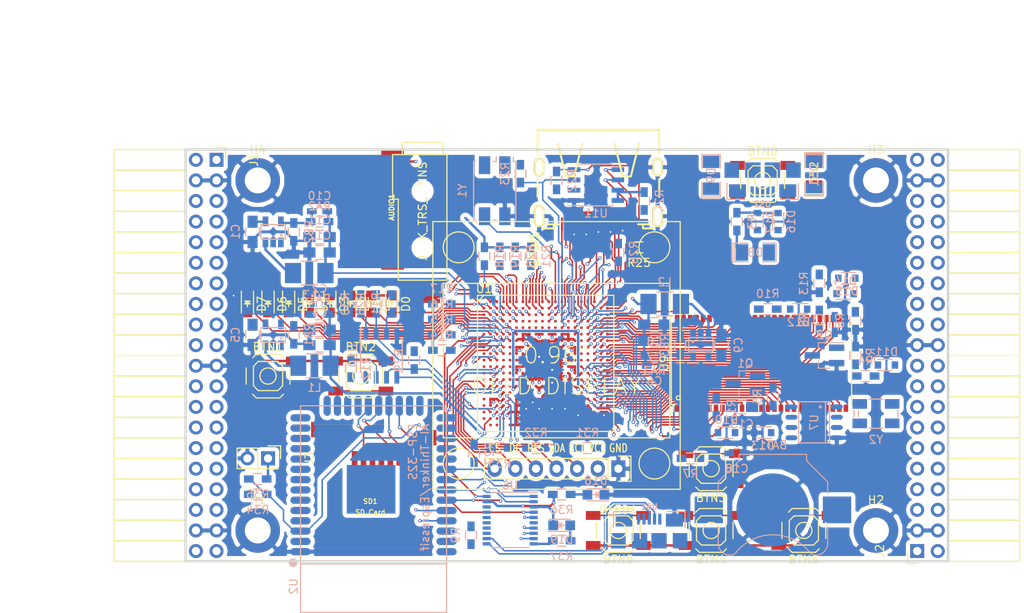
<source format=kicad_pcb>
(kicad_pcb (version 4) (host pcbnew 4.0.5+dfsg1-4)

  (general
    (links 573)
    (no_connects 167)
    (area 71.010001 43.48 197.572001 118.732339)
    (thickness 1.6)
    (drawings 6)
    (tracks 2310)
    (zones 0)
    (modules 118)
    (nets 210)
  )

  (page A4)
  (layers
    (0 F.Cu signal)
    (1 In1.Cu signal)
    (2 In2.Cu signal)
    (31 B.Cu signal)
    (32 B.Adhes user)
    (33 F.Adhes user)
    (34 B.Paste user)
    (35 F.Paste user)
    (36 B.SilkS user)
    (37 F.SilkS user)
    (38 B.Mask user)
    (39 F.Mask user)
    (40 Dwgs.User user)
    (41 Cmts.User user)
    (42 Eco1.User user)
    (43 Eco2.User user)
    (44 Edge.Cuts user)
    (45 Margin user)
    (46 B.CrtYd user)
    (47 F.CrtYd user)
    (48 B.Fab user)
    (49 F.Fab user)
  )

  (setup
    (last_trace_width 0.3)
    (trace_clearance 0.127)
    (zone_clearance 0.127)
    (zone_45_only no)
    (trace_min 0.127)
    (segment_width 0.2)
    (edge_width 0.2)
    (via_size 0.4)
    (via_drill 0.2)
    (via_min_size 0.4)
    (via_min_drill 0.2)
    (uvia_size 0.3)
    (uvia_drill 0.1)
    (uvias_allowed no)
    (uvia_min_size 0.2)
    (uvia_min_drill 0.1)
    (pcb_text_width 0.3)
    (pcb_text_size 1.5 1.5)
    (mod_edge_width 0.15)
    (mod_text_size 1 1)
    (mod_text_width 0.15)
    (pad_size 1.524 1.524)
    (pad_drill 0.762)
    (pad_to_mask_clearance 0.2)
    (aux_axis_origin 82.67 62.69)
    (grid_origin 86.48 79.2)
    (visible_elements 7FFFFFFF)
    (pcbplotparams
      (layerselection 0x010f0_80000007)
      (usegerberextensions true)
      (excludeedgelayer true)
      (linewidth 0.100000)
      (plotframeref false)
      (viasonmask false)
      (mode 1)
      (useauxorigin false)
      (hpglpennumber 1)
      (hpglpenspeed 20)
      (hpglpendiameter 15)
      (hpglpenoverlay 2)
      (psnegative false)
      (psa4output false)
      (plotreference true)
      (plotvalue true)
      (plotinvisibletext false)
      (padsonsilk false)
      (subtractmaskfromsilk false)
      (outputformat 1)
      (mirror false)
      (drillshape 0)
      (scaleselection 1)
      (outputdirectory plot))
  )

  (net 0 "")
  (net 1 GND)
  (net 2 +5V)
  (net 3 /gpio/IN5V)
  (net 4 /gpio/OUT5V)
  (net 5 +3V3)
  (net 6 "Net-(L1-Pad1)")
  (net 7 "Net-(L2-Pad1)")
  (net 8 +1V2)
  (net 9 BTN_D)
  (net 10 BTN_F1)
  (net 11 BTN_F2)
  (net 12 BTN_L)
  (net 13 BTN_R)
  (net 14 BTN_U)
  (net 15 /power/FB1)
  (net 16 +2V5)
  (net 17 "Net-(L3-Pad1)")
  (net 18 /power/PWREN)
  (net 19 /power/FB3)
  (net 20 /power/FB2)
  (net 21 "Net-(D9-Pad1)")
  (net 22 /power/VBAT)
  (net 23 JTAG_TDI)
  (net 24 JTAG_TCK)
  (net 25 JTAG_TMS)
  (net 26 JTAG_TDO)
  (net 27 /power/WAKEUPn)
  (net 28 /power/WKUP)
  (net 29 /power/SHUT)
  (net 30 /power/WAKE)
  (net 31 /power/HOLD)
  (net 32 /power/WKn)
  (net 33 /power/OSCI_32k)
  (net 34 /power/OSCO_32k)
  (net 35 "Net-(Q2-Pad3)")
  (net 36 SHUTDOWN)
  (net 37 /analog/AUDIO_L)
  (net 38 /analog/AUDIO_R)
  (net 39 GPDI_5V_SCL)
  (net 40 GPDI_5V_SDA)
  (net 41 GPDI_SDA)
  (net 42 GPDI_SCL)
  (net 43 /gpdi/VREF2)
  (net 44 /blinkey/BTNPU)
  (net 45 SD_CMD)
  (net 46 SD_CLK)
  (net 47 SD_D0)
  (net 48 SD_D1)
  (net 49 USB5V)
  (net 50 "Net-(BTN0-Pad1)")
  (net 51 GPDI_CEC)
  (net 52 nRESET)
  (net 53 FTDI_nDTR)
  (net 54 SDRAM_CKE)
  (net 55 SDRAM_A7)
  (net 56 SDRAM_D15)
  (net 57 SDRAM_BA1)
  (net 58 SDRAM_D7)
  (net 59 SDRAM_A6)
  (net 60 SDRAM_CLK)
  (net 61 SDRAM_D13)
  (net 62 SDRAM_BA0)
  (net 63 SDRAM_D6)
  (net 64 SDRAM_A5)
  (net 65 SDRAM_D14)
  (net 66 SDRAM_A11)
  (net 67 SDRAM_D12)
  (net 68 SDRAM_D5)
  (net 69 SDRAM_A4)
  (net 70 SDRAM_A10)
  (net 71 SDRAM_D11)
  (net 72 SDRAM_A3)
  (net 73 SDRAM_D4)
  (net 74 SDRAM_D10)
  (net 75 SDRAM_D9)
  (net 76 SDRAM_A9)
  (net 77 SDRAM_D3)
  (net 78 SDRAM_D8)
  (net 79 SDRAM_A8)
  (net 80 SDRAM_A2)
  (net 81 SDRAM_A1)
  (net 82 SDRAM_A0)
  (net 83 SDRAM_D2)
  (net 84 SDRAM_D1)
  (net 85 SDRAM_D0)
  (net 86 SDRAM_DQM0)
  (net 87 SDRAM_nCS)
  (net 88 SDRAM_nRAS)
  (net 89 SDRAM_DQM1)
  (net 90 SDRAM_nCAS)
  (net 91 SDRAM_nWE)
  (net 92 /flash/FLASH_nWP)
  (net 93 /flash/FLASH_nHOLD)
  (net 94 /flash/FLASH_MOSI)
  (net 95 /flash/FLASH_MISO)
  (net 96 /flash/FLASH_SCK)
  (net 97 /flash/FLASH_nCS)
  (net 98 /flash/FPGA_PROGRAMN)
  (net 99 /flash/FPGA_DONE)
  (net 100 /flash/FPGA_INITN)
  (net 101 OLED_RES)
  (net 102 OLED_DC)
  (net 103 OLED_CS)
  (net 104 WIFI_EN)
  (net 105 FTDI_nRTS)
  (net 106 WIFI_GPIO2)
  (net 107 FTDI_TXD)
  (net 108 FTDI_RXD)
  (net 109 WIFI_RXD)
  (net 110 WIFI_GPIO0)
  (net 111 WIFI_TXD)
  (net 112 /gpdi/CLK_25MHz)
  (net 113 GPDI_ETH-)
  (net 114 GPDI_ETH+)
  (net 115 GPDI_D2+)
  (net 116 GPDI_D2-)
  (net 117 GPDI_D1+)
  (net 118 GPDI_D1-)
  (net 119 GPDI_D0+)
  (net 120 GPDI_D0-)
  (net 121 GPDI_CLK+)
  (net 122 GPDI_CLK-)
  (net 123 USB_FPGA_D+)
  (net 124 USB_FPGA_D-)
  (net 125 USB_FTDI_D+)
  (net 126 USB_FTDI_D-)
  (net 127 J1_17-)
  (net 128 J1_17+)
  (net 129 J1_23-)
  (net 130 J1_23+)
  (net 131 J1_25-)
  (net 132 J1_25+)
  (net 133 J1_27-)
  (net 134 J1_27+)
  (net 135 J1_29-)
  (net 136 J1_29+)
  (net 137 J1_31-)
  (net 138 J1_31+)
  (net 139 J1_33-)
  (net 140 J1_33+)
  (net 141 J1_35-)
  (net 142 J1_35+)
  (net 143 J2_5-)
  (net 144 J2_5+)
  (net 145 J2_7-)
  (net 146 J2_7+)
  (net 147 J2_9-)
  (net 148 J2_9+)
  (net 149 J2_13-)
  (net 150 J2_13+)
  (net 151 J2_17-)
  (net 152 J2_17+)
  (net 153 J2_11-)
  (net 154 J2_11+)
  (net 155 J2_23-)
  (net 156 J2_23+)
  (net 157 J1_5-)
  (net 158 J1_5+)
  (net 159 J1_7-)
  (net 160 J1_7+)
  (net 161 J1_9-)
  (net 162 J1_9+)
  (net 163 J1_11-)
  (net 164 J1_11+)
  (net 165 J1_13-)
  (net 166 J1_13+)
  (net 167 J1_15-)
  (net 168 J1_15+)
  (net 169 J2_15-)
  (net 170 J2_15+)
  (net 171 J2_25-)
  (net 172 J2_25+)
  (net 173 J2_27-)
  (net 174 J2_27+)
  (net 175 J2_29-)
  (net 176 J2_29+)
  (net 177 J2_31-)
  (net 178 J2_31+)
  (net 179 J2_33-)
  (net 180 J2_33+)
  (net 181 J2_35-)
  (net 182 J2_35+)
  (net 183 SD_D3)
  (net 184 AUDIO_L3)
  (net 185 AUDIO_L2)
  (net 186 AUDIO_L1)
  (net 187 AUDIO_L0)
  (net 188 AUDIO_R3)
  (net 189 AUDIO_R2)
  (net 190 AUDIO_R1)
  (net 191 AUDIO_R0)
  (net 192 OLED_CLK)
  (net 193 OLED_MOSI)
  (net 194 WIFI_GPIO15)
  (net 195 LED0)
  (net 196 LED1)
  (net 197 LED2)
  (net 198 LED3)
  (net 199 LED4)
  (net 200 LED5)
  (net 201 LED6)
  (net 202 LED7)
  (net 203 BTN_PWRn)
  (net 204 "Net-(J3-Pad1)")
  (net 205 FTDI_nTXLED)
  (net 206 FTDI_nSLEEP)
  (net 207 /blinkey/LED_PWREN)
  (net 208 /blinkey/LED_TXLED)
  (net 209 FT3V3)

  (net_class Default "This is the default net class."
    (clearance 0.127)
    (trace_width 0.3)
    (via_dia 0.4)
    (via_drill 0.2)
    (uvia_dia 0.3)
    (uvia_drill 0.1)
    (add_net +1V2)
    (add_net +2V5)
    (add_net +3V3)
    (add_net +5V)
    (add_net /analog/AUDIO_L)
    (add_net /analog/AUDIO_R)
    (add_net /blinkey/BTNPU)
    (add_net /blinkey/LED_PWREN)
    (add_net /blinkey/LED_TXLED)
    (add_net /gpdi/VREF2)
    (add_net /gpio/IN5V)
    (add_net /gpio/OUT5V)
    (add_net /power/FB1)
    (add_net /power/FB2)
    (add_net /power/FB3)
    (add_net /power/HOLD)
    (add_net /power/OSCI_32k)
    (add_net /power/OSCO_32k)
    (add_net /power/PWREN)
    (add_net /power/SHUT)
    (add_net /power/VBAT)
    (add_net /power/WAKE)
    (add_net /power/WAKEUPn)
    (add_net /power/WKUP)
    (add_net /power/WKn)
    (add_net FT3V3)
    (add_net FTDI_nSLEEP)
    (add_net FTDI_nTXLED)
    (add_net GND)
    (add_net "Net-(BTN0-Pad1)")
    (add_net "Net-(D9-Pad1)")
    (add_net "Net-(J3-Pad1)")
    (add_net "Net-(L1-Pad1)")
    (add_net "Net-(L2-Pad1)")
    (add_net "Net-(L3-Pad1)")
    (add_net "Net-(Q2-Pad3)")
    (add_net SHUTDOWN)
    (add_net USB5V)
  )

  (net_class BGA ""
    (clearance 0.127)
    (trace_width 0.19)
    (via_dia 0.4)
    (via_drill 0.2)
    (uvia_dia 0.3)
    (uvia_drill 0.1)
    (add_net /flash/FLASH_MISO)
    (add_net /flash/FLASH_MOSI)
    (add_net /flash/FLASH_SCK)
    (add_net /flash/FLASH_nCS)
    (add_net /flash/FLASH_nHOLD)
    (add_net /flash/FLASH_nWP)
    (add_net /flash/FPGA_DONE)
    (add_net /flash/FPGA_INITN)
    (add_net /flash/FPGA_PROGRAMN)
    (add_net /gpdi/CLK_25MHz)
    (add_net AUDIO_L0)
    (add_net AUDIO_L1)
    (add_net AUDIO_L2)
    (add_net AUDIO_L3)
    (add_net AUDIO_R0)
    (add_net AUDIO_R1)
    (add_net AUDIO_R2)
    (add_net AUDIO_R3)
    (add_net BTN_D)
    (add_net BTN_F1)
    (add_net BTN_F2)
    (add_net BTN_L)
    (add_net BTN_PWRn)
    (add_net BTN_R)
    (add_net BTN_U)
    (add_net FTDI_RXD)
    (add_net FTDI_TXD)
    (add_net FTDI_nDTR)
    (add_net FTDI_nRTS)
    (add_net GPDI_5V_SCL)
    (add_net GPDI_5V_SDA)
    (add_net GPDI_CEC)
    (add_net GPDI_CLK+)
    (add_net GPDI_CLK-)
    (add_net GPDI_D0+)
    (add_net GPDI_D0-)
    (add_net GPDI_D1+)
    (add_net GPDI_D1-)
    (add_net GPDI_D2+)
    (add_net GPDI_D2-)
    (add_net GPDI_ETH+)
    (add_net GPDI_ETH-)
    (add_net GPDI_SCL)
    (add_net GPDI_SDA)
    (add_net J1_11+)
    (add_net J1_11-)
    (add_net J1_13+)
    (add_net J1_13-)
    (add_net J1_15+)
    (add_net J1_15-)
    (add_net J1_17+)
    (add_net J1_17-)
    (add_net J1_23+)
    (add_net J1_23-)
    (add_net J1_25+)
    (add_net J1_25-)
    (add_net J1_27+)
    (add_net J1_27-)
    (add_net J1_29+)
    (add_net J1_29-)
    (add_net J1_31+)
    (add_net J1_31-)
    (add_net J1_33+)
    (add_net J1_33-)
    (add_net J1_35+)
    (add_net J1_35-)
    (add_net J1_5+)
    (add_net J1_5-)
    (add_net J1_7+)
    (add_net J1_7-)
    (add_net J1_9+)
    (add_net J1_9-)
    (add_net J2_11+)
    (add_net J2_11-)
    (add_net J2_13+)
    (add_net J2_13-)
    (add_net J2_15+)
    (add_net J2_15-)
    (add_net J2_17+)
    (add_net J2_17-)
    (add_net J2_23+)
    (add_net J2_23-)
    (add_net J2_25+)
    (add_net J2_25-)
    (add_net J2_27+)
    (add_net J2_27-)
    (add_net J2_29+)
    (add_net J2_29-)
    (add_net J2_31+)
    (add_net J2_31-)
    (add_net J2_33+)
    (add_net J2_33-)
    (add_net J2_35+)
    (add_net J2_35-)
    (add_net J2_5+)
    (add_net J2_5-)
    (add_net J2_7+)
    (add_net J2_7-)
    (add_net J2_9+)
    (add_net J2_9-)
    (add_net JTAG_TCK)
    (add_net JTAG_TDI)
    (add_net JTAG_TDO)
    (add_net JTAG_TMS)
    (add_net LED0)
    (add_net LED1)
    (add_net LED2)
    (add_net LED3)
    (add_net LED4)
    (add_net LED5)
    (add_net LED6)
    (add_net LED7)
    (add_net OLED_CLK)
    (add_net OLED_CS)
    (add_net OLED_DC)
    (add_net OLED_MOSI)
    (add_net OLED_RES)
    (add_net SDRAM_A0)
    (add_net SDRAM_A1)
    (add_net SDRAM_A10)
    (add_net SDRAM_A11)
    (add_net SDRAM_A2)
    (add_net SDRAM_A3)
    (add_net SDRAM_A4)
    (add_net SDRAM_A5)
    (add_net SDRAM_A6)
    (add_net SDRAM_A7)
    (add_net SDRAM_A8)
    (add_net SDRAM_A9)
    (add_net SDRAM_BA0)
    (add_net SDRAM_BA1)
    (add_net SDRAM_CKE)
    (add_net SDRAM_CLK)
    (add_net SDRAM_D0)
    (add_net SDRAM_D1)
    (add_net SDRAM_D10)
    (add_net SDRAM_D11)
    (add_net SDRAM_D12)
    (add_net SDRAM_D13)
    (add_net SDRAM_D14)
    (add_net SDRAM_D15)
    (add_net SDRAM_D2)
    (add_net SDRAM_D3)
    (add_net SDRAM_D4)
    (add_net SDRAM_D5)
    (add_net SDRAM_D6)
    (add_net SDRAM_D7)
    (add_net SDRAM_D8)
    (add_net SDRAM_D9)
    (add_net SDRAM_DQM0)
    (add_net SDRAM_DQM1)
    (add_net SDRAM_nCAS)
    (add_net SDRAM_nCS)
    (add_net SDRAM_nRAS)
    (add_net SDRAM_nWE)
    (add_net SD_CLK)
    (add_net SD_CMD)
    (add_net SD_D0)
    (add_net SD_D1)
    (add_net SD_D3)
    (add_net USB_FPGA_D+)
    (add_net USB_FPGA_D-)
    (add_net USB_FTDI_D+)
    (add_net USB_FTDI_D-)
    (add_net WIFI_EN)
    (add_net WIFI_GPIO0)
    (add_net WIFI_GPIO15)
    (add_net WIFI_GPIO2)
    (add_net WIFI_RXD)
    (add_net WIFI_TXD)
    (add_net nRESET)
  )

  (net_class Minimal ""
    (clearance 0.127)
    (trace_width 0.127)
    (via_dia 0.4)
    (via_drill 0.2)
    (uvia_dia 0.3)
    (uvia_drill 0.1)
  )

  (module lfe5bg381:BGA-381_pitch0.8mm_dia0.4mm (layer F.Cu) (tedit 58D8FE92) (tstamp 58D8D57E)
    (at 138.48 87.8)
    (path /56AC389C/58F23D91)
    (attr smd)
    (fp_text reference U1 (at -7.6 -9.2) (layer F.SilkS)
      (effects (font (size 1 1) (thickness 0.15)))
    )
    (fp_text value LFE5U-25F-6BG381C (at 2 -9.2) (layer F.Fab)
      (effects (font (size 1 1) (thickness 0.15)))
    )
    (fp_line (start -8.4 8.4) (end 8.4 8.4) (layer F.SilkS) (width 0.15))
    (fp_line (start 8.4 8.4) (end 8.4 -8.4) (layer F.SilkS) (width 0.15))
    (fp_line (start 8.4 -8.4) (end -8.4 -8.4) (layer F.SilkS) (width 0.15))
    (fp_line (start -8.4 -8.4) (end -8.4 8.4) (layer F.SilkS) (width 0.15))
    (fp_line (start -7.6 -8.4) (end -8.4 -7.6) (layer F.SilkS) (width 0.15))
    (pad A2 smd circle (at -6.8 -7.6) (size 0.35 0.35) (layers F.Cu F.Paste F.Mask)
      (net 134 J1_27+) (solder_mask_margin 0.04))
    (pad A3 smd circle (at -6 -7.6) (size 0.35 0.35) (layers F.Cu F.Paste F.Mask)
      (net 188 AUDIO_R3) (solder_mask_margin 0.04))
    (pad A4 smd circle (at -5.2 -7.6) (size 0.35 0.35) (layers F.Cu F.Paste F.Mask)
      (net 132 J1_25+) (solder_mask_margin 0.04))
    (pad A5 smd circle (at -4.4 -7.6) (size 0.35 0.35) (layers F.Cu F.Paste F.Mask)
      (net 131 J1_25-) (solder_mask_margin 0.04))
    (pad A6 smd circle (at -3.6 -7.6) (size 0.35 0.35) (layers F.Cu F.Paste F.Mask)
      (net 130 J1_23+) (solder_mask_margin 0.04))
    (pad A7 smd circle (at -2.8 -7.6) (size 0.35 0.35) (layers F.Cu F.Paste F.Mask)
      (net 166 J1_13+) (solder_mask_margin 0.04))
    (pad A8 smd circle (at -2 -7.6) (size 0.35 0.35) (layers F.Cu F.Paste F.Mask)
      (net 165 J1_13-) (solder_mask_margin 0.04))
    (pad A9 smd circle (at -1.2 -7.6) (size 0.35 0.35) (layers F.Cu F.Paste F.Mask)
      (net 161 J1_9-) (solder_mask_margin 0.04))
    (pad A10 smd circle (at -0.4 -7.6) (size 0.35 0.35) (layers F.Cu F.Paste F.Mask)
      (net 160 J1_7+) (solder_mask_margin 0.04))
    (pad A11 smd circle (at 0.4 -7.6) (size 0.35 0.35) (layers F.Cu F.Paste F.Mask)
      (net 159 J1_7-) (solder_mask_margin 0.04))
    (pad A12 smd circle (at 1.2 -7.6) (size 0.35 0.35) (layers F.Cu F.Paste F.Mask)
      (net 114 GPDI_ETH+) (solder_mask_margin 0.04))
    (pad A13 smd circle (at 2 -7.6) (size 0.35 0.35) (layers F.Cu F.Paste F.Mask)
      (net 113 GPDI_ETH-) (solder_mask_margin 0.04))
    (pad A14 smd circle (at 2.8 -7.6) (size 0.35 0.35) (layers F.Cu F.Paste F.Mask)
      (net 115 GPDI_D2+) (solder_mask_margin 0.04))
    (pad A15 smd circle (at 3.6 -7.6) (size 0.35 0.35) (layers F.Cu F.Paste F.Mask)
      (solder_mask_margin 0.04))
    (pad A16 smd circle (at 4.4 -7.6) (size 0.35 0.35) (layers F.Cu F.Paste F.Mask)
      (net 117 GPDI_D1+) (solder_mask_margin 0.04))
    (pad A17 smd circle (at 5.2 -7.6) (size 0.35 0.35) (layers F.Cu F.Paste F.Mask)
      (net 119 GPDI_D0+) (solder_mask_margin 0.04))
    (pad A18 smd circle (at 6 -7.6) (size 0.35 0.35) (layers F.Cu F.Paste F.Mask)
      (net 121 GPDI_CLK+) (solder_mask_margin 0.04))
    (pad A19 smd circle (at 6.8 -7.6) (size 0.35 0.35) (layers F.Cu F.Paste F.Mask)
      (net 51 GPDI_CEC) (solder_mask_margin 0.04))
    (pad B1 smd circle (at -7.6 -6.8) (size 0.35 0.35) (layers F.Cu F.Paste F.Mask)
      (net 133 J1_27-) (solder_mask_margin 0.04))
    (pad B2 smd circle (at -6.8 -6.8) (size 0.35 0.35) (layers F.Cu F.Paste F.Mask)
      (net 195 LED0) (solder_mask_margin 0.04))
    (pad B3 smd circle (at -6 -6.8) (size 0.35 0.35) (layers F.Cu F.Paste F.Mask)
      (net 187 AUDIO_L0) (solder_mask_margin 0.04))
    (pad B4 smd circle (at -5.2 -6.8) (size 0.35 0.35) (layers F.Cu F.Paste F.Mask)
      (net 135 J1_29-) (solder_mask_margin 0.04))
    (pad B5 smd circle (at -4.4 -6.8) (size 0.35 0.35) (layers F.Cu F.Paste F.Mask)
      (net 189 AUDIO_R2) (solder_mask_margin 0.04))
    (pad B6 smd circle (at -3.6 -6.8) (size 0.35 0.35) (layers F.Cu F.Paste F.Mask)
      (net 129 J1_23-) (solder_mask_margin 0.04))
    (pad B7 smd circle (at -2.8 -6.8) (size 0.35 0.35) (layers F.Cu F.Paste F.Mask)
      (net 1 GND) (solder_mask_margin 0.04))
    (pad B8 smd circle (at -2 -6.8) (size 0.35 0.35) (layers F.Cu F.Paste F.Mask)
      (net 167 J1_15-) (solder_mask_margin 0.04))
    (pad B9 smd circle (at -1.2 -6.8) (size 0.35 0.35) (layers F.Cu F.Paste F.Mask)
      (net 164 J1_11+) (solder_mask_margin 0.04))
    (pad B10 smd circle (at -0.4 -6.8) (size 0.35 0.35) (layers F.Cu F.Paste F.Mask)
      (net 162 J1_9+) (solder_mask_margin 0.04))
    (pad B11 smd circle (at 0.4 -6.8) (size 0.35 0.35) (layers F.Cu F.Paste F.Mask)
      (net 158 J1_5+) (solder_mask_margin 0.04))
    (pad B12 smd circle (at 1.2 -6.8) (size 0.35 0.35) (layers F.Cu F.Paste F.Mask)
      (net 112 /gpdi/CLK_25MHz) (solder_mask_margin 0.04))
    (pad B13 smd circle (at 2 -6.8) (size 0.35 0.35) (layers F.Cu F.Paste F.Mask)
      (net 180 J2_33+) (solder_mask_margin 0.04))
    (pad B14 smd circle (at 2.8 -6.8) (size 0.35 0.35) (layers F.Cu F.Paste F.Mask)
      (net 1 GND) (solder_mask_margin 0.04))
    (pad B15 smd circle (at 3.6 -6.8) (size 0.35 0.35) (layers F.Cu F.Paste F.Mask)
      (net 178 J2_31+) (solder_mask_margin 0.04))
    (pad B16 smd circle (at 4.4 -6.8) (size 0.35 0.35) (layers F.Cu F.Paste F.Mask)
      (net 118 GPDI_D1-) (solder_mask_margin 0.04))
    (pad B17 smd circle (at 5.2 -6.8) (size 0.35 0.35) (layers F.Cu F.Paste F.Mask)
      (net 174 J2_27+) (solder_mask_margin 0.04))
    (pad B18 smd circle (at 6 -6.8) (size 0.35 0.35) (layers F.Cu F.Paste F.Mask)
      (net 120 GPDI_D0-) (solder_mask_margin 0.04))
    (pad B19 smd circle (at 6.8 -6.8) (size 0.35 0.35) (layers F.Cu F.Paste F.Mask)
      (net 122 GPDI_CLK-) (solder_mask_margin 0.04))
    (pad B20 smd circle (at 7.6 -6.8) (size 0.35 0.35) (layers F.Cu F.Paste F.Mask)
      (net 41 GPDI_SDA) (solder_mask_margin 0.04))
    (pad C1 smd circle (at -7.6 -6) (size 0.35 0.35) (layers F.Cu F.Paste F.Mask)
      (net 197 LED2) (solder_mask_margin 0.04))
    (pad C2 smd circle (at -6.8 -6) (size 0.35 0.35) (layers F.Cu F.Paste F.Mask)
      (net 196 LED1) (solder_mask_margin 0.04))
    (pad C3 smd circle (at -6 -6) (size 0.35 0.35) (layers F.Cu F.Paste F.Mask)
      (net 185 AUDIO_L2) (solder_mask_margin 0.04))
    (pad C4 smd circle (at -5.2 -6) (size 0.35 0.35) (layers F.Cu F.Paste F.Mask)
      (net 136 J1_29+) (solder_mask_margin 0.04))
    (pad C5 smd circle (at -4.4 -6) (size 0.35 0.35) (layers F.Cu F.Paste F.Mask)
      (net 190 AUDIO_R1) (solder_mask_margin 0.04))
    (pad C6 smd circle (at -3.6 -6) (size 0.35 0.35) (layers F.Cu F.Paste F.Mask)
      (net 128 J1_17+) (solder_mask_margin 0.04))
    (pad C7 smd circle (at -2.8 -6) (size 0.35 0.35) (layers F.Cu F.Paste F.Mask)
      (net 127 J1_17-) (solder_mask_margin 0.04))
    (pad C8 smd circle (at -2 -6) (size 0.35 0.35) (layers F.Cu F.Paste F.Mask)
      (net 168 J1_15+) (solder_mask_margin 0.04))
    (pad C9 smd circle (at -1.2 -6) (size 0.35 0.35) (layers F.Cu F.Paste F.Mask)
      (solder_mask_margin 0.04))
    (pad C10 smd circle (at -0.4 -6) (size 0.35 0.35) (layers F.Cu F.Paste F.Mask)
      (net 163 J1_11-) (solder_mask_margin 0.04))
    (pad C11 smd circle (at 0.4 -6) (size 0.35 0.35) (layers F.Cu F.Paste F.Mask)
      (net 157 J1_5-) (solder_mask_margin 0.04))
    (pad C12 smd circle (at 1.2 -6) (size 0.35 0.35) (layers F.Cu F.Paste F.Mask)
      (net 42 GPDI_SCL) (solder_mask_margin 0.04))
    (pad C13 smd circle (at 2 -6) (size 0.35 0.35) (layers F.Cu F.Paste F.Mask)
      (net 179 J2_33-) (solder_mask_margin 0.04))
    (pad C14 smd circle (at 2.8 -6) (size 0.35 0.35) (layers F.Cu F.Paste F.Mask)
      (net 116 GPDI_D2-) (solder_mask_margin 0.04))
    (pad C15 smd circle (at 3.6 -6) (size 0.35 0.35) (layers F.Cu F.Paste F.Mask)
      (net 177 J2_31-) (solder_mask_margin 0.04))
    (pad C16 smd circle (at 4.4 -6) (size 0.35 0.35) (layers F.Cu F.Paste F.Mask)
      (net 176 J2_29+) (solder_mask_margin 0.04))
    (pad C17 smd circle (at 5.2 -6) (size 0.35 0.35) (layers F.Cu F.Paste F.Mask)
      (net 173 J2_27-) (solder_mask_margin 0.04))
    (pad C18 smd circle (at 6 -6) (size 0.35 0.35) (layers F.Cu F.Paste F.Mask)
      (net 156 J2_23+) (solder_mask_margin 0.04))
    (pad C19 smd circle (at 6.8 -6) (size 0.35 0.35) (layers F.Cu F.Paste F.Mask)
      (net 1 GND) (solder_mask_margin 0.04))
    (pad C20 smd circle (at 7.6 -6) (size 0.35 0.35) (layers F.Cu F.Paste F.Mask)
      (net 56 SDRAM_D15) (solder_mask_margin 0.04))
    (pad D1 smd circle (at -7.6 -5.2) (size 0.35 0.35) (layers F.Cu F.Paste F.Mask)
      (net 199 LED4) (solder_mask_margin 0.04))
    (pad D2 smd circle (at -6.8 -5.2) (size 0.35 0.35) (layers F.Cu F.Paste F.Mask)
      (net 198 LED3) (solder_mask_margin 0.04))
    (pad D3 smd circle (at -6 -5.2) (size 0.35 0.35) (layers F.Cu F.Paste F.Mask)
      (net 186 AUDIO_L1) (solder_mask_margin 0.04))
    (pad D4 smd circle (at -5.2 -5.2) (size 0.35 0.35) (layers F.Cu F.Paste F.Mask)
      (net 1 GND) (solder_mask_margin 0.04))
    (pad D5 smd circle (at -4.4 -5.2) (size 0.35 0.35) (layers F.Cu F.Paste F.Mask)
      (solder_mask_margin 0.04))
    (pad D6 smd circle (at -3.6 -5.2) (size 0.35 0.35) (layers F.Cu F.Paste F.Mask)
      (net 203 BTN_PWRn) (solder_mask_margin 0.04))
    (pad D7 smd circle (at -2.8 -5.2) (size 0.35 0.35) (layers F.Cu F.Paste F.Mask)
      (solder_mask_margin 0.04))
    (pad D8 smd circle (at -2 -5.2) (size 0.35 0.35) (layers F.Cu F.Paste F.Mask)
      (solder_mask_margin 0.04))
    (pad D9 smd circle (at -1.2 -5.2) (size 0.35 0.35) (layers F.Cu F.Paste F.Mask)
      (solder_mask_margin 0.04))
    (pad D10 smd circle (at -0.4 -5.2) (size 0.35 0.35) (layers F.Cu F.Paste F.Mask)
      (solder_mask_margin 0.04))
    (pad D11 smd circle (at 0.4 -5.2) (size 0.35 0.35) (layers F.Cu F.Paste F.Mask)
      (net 14 BTN_U) (solder_mask_margin 0.04))
    (pad D12 smd circle (at 1.2 -5.2) (size 0.35 0.35) (layers F.Cu F.Paste F.Mask)
      (solder_mask_margin 0.04))
    (pad D13 smd circle (at 2 -5.2) (size 0.35 0.35) (layers F.Cu F.Paste F.Mask)
      (net 182 J2_35+) (solder_mask_margin 0.04))
    (pad D14 smd circle (at 2.8 -5.2) (size 0.35 0.35) (layers F.Cu F.Paste F.Mask)
      (solder_mask_margin 0.04))
    (pad D15 smd circle (at 3.6 -5.2) (size 0.35 0.35) (layers F.Cu F.Paste F.Mask)
      (net 172 J2_25+) (solder_mask_margin 0.04))
    (pad D16 smd circle (at 4.4 -5.2) (size 0.35 0.35) (layers F.Cu F.Paste F.Mask)
      (net 175 J2_29-) (solder_mask_margin 0.04))
    (pad D17 smd circle (at 5.2 -5.2) (size 0.35 0.35) (layers F.Cu F.Paste F.Mask)
      (net 155 J2_23-) (solder_mask_margin 0.04))
    (pad D18 smd circle (at 6 -5.2) (size 0.35 0.35) (layers F.Cu F.Paste F.Mask)
      (net 152 J2_17+) (solder_mask_margin 0.04))
    (pad D19 smd circle (at 6.8 -5.2) (size 0.35 0.35) (layers F.Cu F.Paste F.Mask)
      (net 65 SDRAM_D14) (solder_mask_margin 0.04))
    (pad D20 smd circle (at 7.6 -5.2) (size 0.35 0.35) (layers F.Cu F.Paste F.Mask)
      (net 61 SDRAM_D13) (solder_mask_margin 0.04))
    (pad E1 smd circle (at -7.6 -4.4) (size 0.35 0.35) (layers F.Cu F.Paste F.Mask)
      (net 201 LED6) (solder_mask_margin 0.04))
    (pad E2 smd circle (at -6.8 -4.4) (size 0.35 0.35) (layers F.Cu F.Paste F.Mask)
      (net 200 LED5) (solder_mask_margin 0.04))
    (pad E3 smd circle (at -6 -4.4) (size 0.35 0.35) (layers F.Cu F.Paste F.Mask)
      (net 137 J1_31-) (solder_mask_margin 0.04))
    (pad E4 smd circle (at -5.2 -4.4) (size 0.35 0.35) (layers F.Cu F.Paste F.Mask)
      (solder_mask_margin 0.04))
    (pad E5 smd circle (at -4.4 -4.4) (size 0.35 0.35) (layers F.Cu F.Paste F.Mask)
      (net 184 AUDIO_L3) (solder_mask_margin 0.04))
    (pad E6 smd circle (at -3.6 -4.4) (size 0.35 0.35) (layers F.Cu F.Paste F.Mask)
      (solder_mask_margin 0.04))
    (pad E7 smd circle (at -2.8 -4.4) (size 0.35 0.35) (layers F.Cu F.Paste F.Mask)
      (solder_mask_margin 0.04))
    (pad E8 smd circle (at -2 -4.4) (size 0.35 0.35) (layers F.Cu F.Paste F.Mask)
      (solder_mask_margin 0.04))
    (pad E9 smd circle (at -1.2 -4.4) (size 0.35 0.35) (layers F.Cu F.Paste F.Mask)
      (solder_mask_margin 0.04))
    (pad E10 smd circle (at -0.4 -4.4) (size 0.35 0.35) (layers F.Cu F.Paste F.Mask)
      (solder_mask_margin 0.04))
    (pad E11 smd circle (at 0.4 -4.4) (size 0.35 0.35) (layers F.Cu F.Paste F.Mask)
      (solder_mask_margin 0.04))
    (pad E12 smd circle (at 1.2 -4.4) (size 0.35 0.35) (layers F.Cu F.Paste F.Mask)
      (solder_mask_margin 0.04))
    (pad E13 smd circle (at 2 -4.4) (size 0.35 0.35) (layers F.Cu F.Paste F.Mask)
      (net 181 J2_35-) (solder_mask_margin 0.04))
    (pad E14 smd circle (at 2.8 -4.4) (size 0.35 0.35) (layers F.Cu F.Paste F.Mask)
      (solder_mask_margin 0.04))
    (pad E15 smd circle (at 3.6 -4.4) (size 0.35 0.35) (layers F.Cu F.Paste F.Mask)
      (net 171 J2_25-) (solder_mask_margin 0.04))
    (pad E16 smd circle (at 4.4 -4.4) (size 0.35 0.35) (layers F.Cu F.Paste F.Mask)
      (solder_mask_margin 0.04))
    (pad E17 smd circle (at 5.2 -4.4) (size 0.35 0.35) (layers F.Cu F.Paste F.Mask)
      (net 151 J2_17-) (solder_mask_margin 0.04))
    (pad E18 smd circle (at 6 -4.4) (size 0.35 0.35) (layers F.Cu F.Paste F.Mask)
      (net 73 SDRAM_D4) (solder_mask_margin 0.04))
    (pad E19 smd circle (at 6.8 -4.4) (size 0.35 0.35) (layers F.Cu F.Paste F.Mask)
      (net 67 SDRAM_D12) (solder_mask_margin 0.04))
    (pad E20 smd circle (at 7.6 -4.4) (size 0.35 0.35) (layers F.Cu F.Paste F.Mask)
      (net 71 SDRAM_D11) (solder_mask_margin 0.04))
    (pad F1 smd circle (at -7.6 -3.6) (size 0.35 0.35) (layers F.Cu F.Paste F.Mask)
      (net 108 FTDI_RXD) (solder_mask_margin 0.04))
    (pad F2 smd circle (at -6.8 -3.6) (size 0.35 0.35) (layers F.Cu F.Paste F.Mask)
      (net 202 LED7) (solder_mask_margin 0.04))
    (pad F3 smd circle (at -6 -3.6) (size 0.35 0.35) (layers F.Cu F.Paste F.Mask)
      (net 139 J1_33-) (solder_mask_margin 0.04))
    (pad F4 smd circle (at -5.2 -3.6) (size 0.35 0.35) (layers F.Cu F.Paste F.Mask)
      (net 138 J1_31+) (solder_mask_margin 0.04))
    (pad F5 smd circle (at -4.4 -3.6) (size 0.35 0.35) (layers F.Cu F.Paste F.Mask)
      (net 191 AUDIO_R0) (solder_mask_margin 0.04))
    (pad F6 smd circle (at -3.6 -3.6) (size 0.35 0.35) (layers F.Cu F.Paste F.Mask)
      (net 16 +2V5) (solder_mask_margin 0.04))
    (pad F7 smd circle (at -2.8 -3.6) (size 0.35 0.35) (layers F.Cu F.Paste F.Mask)
      (net 1 GND) (solder_mask_margin 0.04))
    (pad F8 smd circle (at -2 -3.6) (size 0.35 0.35) (layers F.Cu F.Paste F.Mask)
      (net 1 GND) (solder_mask_margin 0.04))
    (pad F9 smd circle (at -1.2 -3.6) (size 0.35 0.35) (layers F.Cu F.Paste F.Mask)
      (net 5 +3V3) (solder_mask_margin 0.04))
    (pad F10 smd circle (at -0.4 -3.6) (size 0.35 0.35) (layers F.Cu F.Paste F.Mask)
      (net 5 +3V3) (solder_mask_margin 0.04))
    (pad F11 smd circle (at 0.4 -3.6) (size 0.35 0.35) (layers F.Cu F.Paste F.Mask)
      (net 5 +3V3) (solder_mask_margin 0.04))
    (pad F12 smd circle (at 1.2 -3.6) (size 0.35 0.35) (layers F.Cu F.Paste F.Mask)
      (net 5 +3V3) (solder_mask_margin 0.04))
    (pad F13 smd circle (at 2 -3.6) (size 0.35 0.35) (layers F.Cu F.Paste F.Mask)
      (net 1 GND) (solder_mask_margin 0.04))
    (pad F14 smd circle (at 2.8 -3.6) (size 0.35 0.35) (layers F.Cu F.Paste F.Mask)
      (net 1 GND) (solder_mask_margin 0.04))
    (pad F15 smd circle (at 3.6 -3.6) (size 0.35 0.35) (layers F.Cu F.Paste F.Mask)
      (net 16 +2V5) (solder_mask_margin 0.04))
    (pad F16 smd circle (at 4.4 -3.6) (size 0.35 0.35) (layers F.Cu F.Paste F.Mask)
      (solder_mask_margin 0.04))
    (pad F17 smd circle (at 5.2 -3.6) (size 0.35 0.35) (layers F.Cu F.Paste F.Mask)
      (net 170 J2_15+) (solder_mask_margin 0.04))
    (pad F18 smd circle (at 6 -3.6) (size 0.35 0.35) (layers F.Cu F.Paste F.Mask)
      (net 68 SDRAM_D5) (solder_mask_margin 0.04))
    (pad F19 smd circle (at 6.8 -3.6) (size 0.35 0.35) (layers F.Cu F.Paste F.Mask)
      (net 74 SDRAM_D10) (solder_mask_margin 0.04))
    (pad F20 smd circle (at 7.6 -3.6) (size 0.35 0.35) (layers F.Cu F.Paste F.Mask)
      (net 75 SDRAM_D9) (solder_mask_margin 0.04))
    (pad G1 smd circle (at -7.6 -2.8) (size 0.35 0.35) (layers F.Cu F.Paste F.Mask)
      (net 107 FTDI_TXD) (solder_mask_margin 0.04))
    (pad G2 smd circle (at -6.8 -2.8) (size 0.35 0.35) (layers F.Cu F.Paste F.Mask)
      (net 109 WIFI_RXD) (solder_mask_margin 0.04))
    (pad G3 smd circle (at -6 -2.8) (size 0.35 0.35) (layers F.Cu F.Paste F.Mask)
      (net 140 J1_33+) (solder_mask_margin 0.04))
    (pad G4 smd circle (at -5.2 -2.8) (size 0.35 0.35) (layers F.Cu F.Paste F.Mask)
      (net 1 GND) (solder_mask_margin 0.04))
    (pad G5 smd circle (at -4.4 -2.8) (size 0.35 0.35) (layers F.Cu F.Paste F.Mask)
      (net 141 J1_35-) (solder_mask_margin 0.04))
    (pad G6 smd circle (at -3.6 -2.8) (size 0.35 0.35) (layers F.Cu F.Paste F.Mask)
      (net 1 GND) (solder_mask_margin 0.04))
    (pad G7 smd circle (at -2.8 -2.8) (size 0.35 0.35) (layers F.Cu F.Paste F.Mask)
      (net 1 GND) (solder_mask_margin 0.04))
    (pad G8 smd circle (at -2 -2.8) (size 0.35 0.35) (layers F.Cu F.Paste F.Mask)
      (net 1 GND) (solder_mask_margin 0.04))
    (pad G9 smd circle (at -1.2 -2.8) (size 0.35 0.35) (layers F.Cu F.Paste F.Mask)
      (net 1 GND) (solder_mask_margin 0.04))
    (pad G10 smd circle (at -0.4 -2.8) (size 0.35 0.35) (layers F.Cu F.Paste F.Mask)
      (net 1 GND) (solder_mask_margin 0.04))
    (pad G11 smd circle (at 0.4 -2.8) (size 0.35 0.35) (layers F.Cu F.Paste F.Mask)
      (net 1 GND) (solder_mask_margin 0.04))
    (pad G12 smd circle (at 1.2 -2.8) (size 0.35 0.35) (layers F.Cu F.Paste F.Mask)
      (net 1 GND) (solder_mask_margin 0.04))
    (pad G13 smd circle (at 2 -2.8) (size 0.35 0.35) (layers F.Cu F.Paste F.Mask)
      (net 1 GND) (solder_mask_margin 0.04))
    (pad G14 smd circle (at 2.8 -2.8) (size 0.35 0.35) (layers F.Cu F.Paste F.Mask)
      (net 1 GND) (solder_mask_margin 0.04))
    (pad G15 smd circle (at 3.6 -2.8) (size 0.35 0.35) (layers F.Cu F.Paste F.Mask)
      (net 1 GND) (solder_mask_margin 0.04))
    (pad G16 smd circle (at 4.4 -2.8) (size 0.35 0.35) (layers F.Cu F.Paste F.Mask)
      (solder_mask_margin 0.04))
    (pad G17 smd circle (at 5.2 -2.8) (size 0.35 0.35) (layers F.Cu F.Paste F.Mask)
      (net 1 GND) (solder_mask_margin 0.04))
    (pad G18 smd circle (at 6 -2.8) (size 0.35 0.35) (layers F.Cu F.Paste F.Mask)
      (net 169 J2_15-) (solder_mask_margin 0.04))
    (pad G19 smd circle (at 6.8 -2.8) (size 0.35 0.35) (layers F.Cu F.Paste F.Mask)
      (net 78 SDRAM_D8) (solder_mask_margin 0.04))
    (pad G20 smd circle (at 7.6 -2.8) (size 0.35 0.35) (layers F.Cu F.Paste F.Mask)
      (net 89 SDRAM_DQM1) (solder_mask_margin 0.04))
    (pad H1 smd circle (at -7.6 -2) (size 0.35 0.35) (layers F.Cu F.Paste F.Mask)
      (net 110 WIFI_GPIO0) (solder_mask_margin 0.04))
    (pad H2 smd circle (at -6.8 -2) (size 0.35 0.35) (layers F.Cu F.Paste F.Mask)
      (net 111 WIFI_TXD) (solder_mask_margin 0.04))
    (pad H3 smd circle (at -6 -2) (size 0.35 0.35) (layers F.Cu F.Paste F.Mask)
      (solder_mask_margin 0.04))
    (pad H4 smd circle (at -5.2 -2) (size 0.35 0.35) (layers F.Cu F.Paste F.Mask)
      (net 142 J1_35+) (solder_mask_margin 0.04))
    (pad H5 smd circle (at -4.4 -2) (size 0.35 0.35) (layers F.Cu F.Paste F.Mask)
      (solder_mask_margin 0.04))
    (pad H6 smd circle (at -3.6 -2) (size 0.35 0.35) (layers F.Cu F.Paste F.Mask)
      (net 5 +3V3) (solder_mask_margin 0.04))
    (pad H7 smd circle (at -2.8 -2) (size 0.35 0.35) (layers F.Cu F.Paste F.Mask)
      (net 5 +3V3) (solder_mask_margin 0.04))
    (pad H8 smd circle (at -2 -2) (size 0.35 0.35) (layers F.Cu F.Paste F.Mask)
      (net 8 +1V2) (solder_mask_margin 0.04))
    (pad H9 smd circle (at -1.2 -2) (size 0.35 0.35) (layers F.Cu F.Paste F.Mask)
      (net 8 +1V2) (solder_mask_margin 0.04))
    (pad H10 smd circle (at -0.4 -2) (size 0.35 0.35) (layers F.Cu F.Paste F.Mask)
      (net 8 +1V2) (solder_mask_margin 0.04))
    (pad H11 smd circle (at 0.4 -2) (size 0.35 0.35) (layers F.Cu F.Paste F.Mask)
      (net 8 +1V2) (solder_mask_margin 0.04))
    (pad H12 smd circle (at 1.2 -2) (size 0.35 0.35) (layers F.Cu F.Paste F.Mask)
      (net 8 +1V2) (solder_mask_margin 0.04))
    (pad H13 smd circle (at 2 -2) (size 0.35 0.35) (layers F.Cu F.Paste F.Mask)
      (net 8 +1V2) (solder_mask_margin 0.04))
    (pad H14 smd circle (at 2.8 -2) (size 0.35 0.35) (layers F.Cu F.Paste F.Mask)
      (net 5 +3V3) (solder_mask_margin 0.04))
    (pad H15 smd circle (at 3.6 -2) (size 0.35 0.35) (layers F.Cu F.Paste F.Mask)
      (net 5 +3V3) (solder_mask_margin 0.04))
    (pad H16 smd circle (at 4.4 -2) (size 0.35 0.35) (layers F.Cu F.Paste F.Mask)
      (solder_mask_margin 0.04))
    (pad H17 smd circle (at 5.2 -2) (size 0.35 0.35) (layers F.Cu F.Paste F.Mask)
      (net 149 J2_13-) (solder_mask_margin 0.04))
    (pad H18 smd circle (at 6 -2) (size 0.35 0.35) (layers F.Cu F.Paste F.Mask)
      (net 150 J2_13+) (solder_mask_margin 0.04))
    (pad H19 smd circle (at 6.8 -2) (size 0.35 0.35) (layers F.Cu F.Paste F.Mask)
      (net 1 GND) (solder_mask_margin 0.04))
    (pad H20 smd circle (at 7.6 -2) (size 0.35 0.35) (layers F.Cu F.Paste F.Mask)
      (net 60 SDRAM_CLK) (solder_mask_margin 0.04))
    (pad J1 smd circle (at -7.6 -1.2) (size 0.35 0.35) (layers F.Cu F.Paste F.Mask)
      (solder_mask_margin 0.04))
    (pad J2 smd circle (at -6.8 -1.2) (size 0.35 0.35) (layers F.Cu F.Paste F.Mask)
      (net 1 GND) (solder_mask_margin 0.04))
    (pad J3 smd circle (at -6 -1.2) (size 0.35 0.35) (layers F.Cu F.Paste F.Mask)
      (net 194 WIFI_GPIO15) (solder_mask_margin 0.04))
    (pad J4 smd circle (at -5.2 -1.2) (size 0.35 0.35) (layers F.Cu F.Paste F.Mask)
      (net 106 WIFI_GPIO2) (solder_mask_margin 0.04))
    (pad J5 smd circle (at -4.4 -1.2) (size 0.35 0.35) (layers F.Cu F.Paste F.Mask)
      (solder_mask_margin 0.04))
    (pad J6 smd circle (at -3.6 -1.2) (size 0.35 0.35) (layers F.Cu F.Paste F.Mask)
      (net 5 +3V3) (solder_mask_margin 0.04))
    (pad J7 smd circle (at -2.8 -1.2) (size 0.35 0.35) (layers F.Cu F.Paste F.Mask)
      (net 1 GND) (solder_mask_margin 0.04))
    (pad J8 smd circle (at -2 -1.2) (size 0.35 0.35) (layers F.Cu F.Paste F.Mask)
      (net 8 +1V2) (solder_mask_margin 0.04))
    (pad J9 smd circle (at -1.2 -1.2) (size 0.35 0.35) (layers F.Cu F.Paste F.Mask)
      (net 1 GND) (solder_mask_margin 0.04))
    (pad J10 smd circle (at -0.4 -1.2) (size 0.35 0.35) (layers F.Cu F.Paste F.Mask)
      (net 1 GND) (solder_mask_margin 0.04))
    (pad J11 smd circle (at 0.4 -1.2) (size 0.35 0.35) (layers F.Cu F.Paste F.Mask)
      (net 1 GND) (solder_mask_margin 0.04))
    (pad J12 smd circle (at 1.2 -1.2) (size 0.35 0.35) (layers F.Cu F.Paste F.Mask)
      (net 1 GND) (solder_mask_margin 0.04))
    (pad J13 smd circle (at 2 -1.2) (size 0.35 0.35) (layers F.Cu F.Paste F.Mask)
      (net 8 +1V2) (solder_mask_margin 0.04))
    (pad J14 smd circle (at 2.8 -1.2) (size 0.35 0.35) (layers F.Cu F.Paste F.Mask)
      (net 1 GND) (solder_mask_margin 0.04))
    (pad J15 smd circle (at 3.6 -1.2) (size 0.35 0.35) (layers F.Cu F.Paste F.Mask)
      (net 5 +3V3) (solder_mask_margin 0.04))
    (pad J16 smd circle (at 4.4 -1.2) (size 0.35 0.35) (layers F.Cu F.Paste F.Mask)
      (solder_mask_margin 0.04))
    (pad J17 smd circle (at 5.2 -1.2) (size 0.35 0.35) (layers F.Cu F.Paste F.Mask)
      (solder_mask_margin 0.04))
    (pad J18 smd circle (at 6 -1.2) (size 0.35 0.35) (layers F.Cu F.Paste F.Mask)
      (net 77 SDRAM_D3) (solder_mask_margin 0.04))
    (pad J19 smd circle (at 6.8 -1.2) (size 0.35 0.35) (layers F.Cu F.Paste F.Mask)
      (net 54 SDRAM_CKE) (solder_mask_margin 0.04))
    (pad J20 smd circle (at 7.6 -1.2) (size 0.35 0.35) (layers F.Cu F.Paste F.Mask)
      (net 66 SDRAM_A11) (solder_mask_margin 0.04))
    (pad K1 smd circle (at -7.6 -0.4) (size 0.35 0.35) (layers F.Cu F.Paste F.Mask)
      (solder_mask_margin 0.04))
    (pad K2 smd circle (at -6.8 -0.4) (size 0.35 0.35) (layers F.Cu F.Paste F.Mask)
      (net 53 FTDI_nDTR) (solder_mask_margin 0.04))
    (pad K3 smd circle (at -6 -0.4) (size 0.35 0.35) (layers F.Cu F.Paste F.Mask)
      (net 105 FTDI_nRTS) (solder_mask_margin 0.04))
    (pad K4 smd circle (at -5.2 -0.4) (size 0.35 0.35) (layers F.Cu F.Paste F.Mask)
      (solder_mask_margin 0.04))
    (pad K5 smd circle (at -4.4 -0.4) (size 0.35 0.35) (layers F.Cu F.Paste F.Mask)
      (solder_mask_margin 0.04))
    (pad K6 smd circle (at -3.6 -0.4) (size 0.35 0.35) (layers F.Cu F.Paste F.Mask)
      (net 1 GND) (solder_mask_margin 0.04))
    (pad K7 smd circle (at -2.8 -0.4) (size 0.35 0.35) (layers F.Cu F.Paste F.Mask)
      (net 1 GND) (solder_mask_margin 0.04))
    (pad K8 smd circle (at -2 -0.4) (size 0.35 0.35) (layers F.Cu F.Paste F.Mask)
      (net 8 +1V2) (solder_mask_margin 0.04))
    (pad K9 smd circle (at -1.2 -0.4) (size 0.35 0.35) (layers F.Cu F.Paste F.Mask)
      (net 1 GND) (solder_mask_margin 0.04))
    (pad K10 smd circle (at -0.4 -0.4) (size 0.35 0.35) (layers F.Cu F.Paste F.Mask)
      (net 1 GND) (solder_mask_margin 0.04))
    (pad K11 smd circle (at 0.4 -0.4) (size 0.35 0.35) (layers F.Cu F.Paste F.Mask)
      (net 1 GND) (solder_mask_margin 0.04))
    (pad K12 smd circle (at 1.2 -0.4) (size 0.35 0.35) (layers F.Cu F.Paste F.Mask)
      (net 1 GND) (solder_mask_margin 0.04))
    (pad K13 smd circle (at 2 -0.4) (size 0.35 0.35) (layers F.Cu F.Paste F.Mask)
      (net 8 +1V2) (solder_mask_margin 0.04))
    (pad K14 smd circle (at 2.8 -0.4) (size 0.35 0.35) (layers F.Cu F.Paste F.Mask)
      (net 1 GND) (solder_mask_margin 0.04))
    (pad K15 smd circle (at 3.6 -0.4) (size 0.35 0.35) (layers F.Cu F.Paste F.Mask)
      (net 1 GND) (solder_mask_margin 0.04))
    (pad K16 smd circle (at 4.4 -0.4) (size 0.35 0.35) (layers F.Cu F.Paste F.Mask)
      (solder_mask_margin 0.04))
    (pad K17 smd circle (at 5.2 -0.4) (size 0.35 0.35) (layers F.Cu F.Paste F.Mask)
      (solder_mask_margin 0.04))
    (pad K18 smd circle (at 6 -0.4) (size 0.35 0.35) (layers F.Cu F.Paste F.Mask)
      (net 83 SDRAM_D2) (solder_mask_margin 0.04))
    (pad K19 smd circle (at 6.8 -0.4) (size 0.35 0.35) (layers F.Cu F.Paste F.Mask)
      (net 76 SDRAM_A9) (solder_mask_margin 0.04))
    (pad K20 smd circle (at 7.6 -0.4) (size 0.35 0.35) (layers F.Cu F.Paste F.Mask)
      (net 79 SDRAM_A8) (solder_mask_margin 0.04))
    (pad L1 smd circle (at -7.6 0.4) (size 0.35 0.35) (layers F.Cu F.Paste F.Mask)
      (net 47 SD_D0) (solder_mask_margin 0.04))
    (pad L2 smd circle (at -6.8 0.4) (size 0.35 0.35) (layers F.Cu F.Paste F.Mask)
      (solder_mask_margin 0.04))
    (pad L3 smd circle (at -6 0.4) (size 0.35 0.35) (layers F.Cu F.Paste F.Mask)
      (net 103 OLED_CS) (solder_mask_margin 0.04))
    (pad L4 smd circle (at -5.2 0.4) (size 0.35 0.35) (layers F.Cu F.Paste F.Mask)
      (net 104 WIFI_EN) (solder_mask_margin 0.04))
    (pad L5 smd circle (at -4.4 0.4) (size 0.35 0.35) (layers F.Cu F.Paste F.Mask)
      (solder_mask_margin 0.04))
    (pad L6 smd circle (at -3.6 0.4) (size 0.35 0.35) (layers F.Cu F.Paste F.Mask)
      (net 5 +3V3) (solder_mask_margin 0.04))
    (pad L7 smd circle (at -2.8 0.4) (size 0.35 0.35) (layers F.Cu F.Paste F.Mask)
      (net 5 +3V3) (solder_mask_margin 0.04))
    (pad L8 smd circle (at -2 0.4) (size 0.35 0.35) (layers F.Cu F.Paste F.Mask)
      (net 8 +1V2) (solder_mask_margin 0.04))
    (pad L9 smd circle (at -1.2 0.4) (size 0.35 0.35) (layers F.Cu F.Paste F.Mask)
      (net 1 GND) (solder_mask_margin 0.04))
    (pad L10 smd circle (at -0.4 0.4) (size 0.35 0.35) (layers F.Cu F.Paste F.Mask)
      (net 1 GND) (solder_mask_margin 0.04))
    (pad L11 smd circle (at 0.4 0.4) (size 0.35 0.35) (layers F.Cu F.Paste F.Mask)
      (net 1 GND) (solder_mask_margin 0.04))
    (pad L12 smd circle (at 1.2 0.4) (size 0.35 0.35) (layers F.Cu F.Paste F.Mask)
      (net 1 GND) (solder_mask_margin 0.04))
    (pad L13 smd circle (at 2 0.4) (size 0.35 0.35) (layers F.Cu F.Paste F.Mask)
      (net 8 +1V2) (solder_mask_margin 0.04))
    (pad L14 smd circle (at 2.8 0.4) (size 0.35 0.35) (layers F.Cu F.Paste F.Mask)
      (net 5 +3V3) (solder_mask_margin 0.04))
    (pad L15 smd circle (at 3.6 0.4) (size 0.35 0.35) (layers F.Cu F.Paste F.Mask)
      (net 5 +3V3) (solder_mask_margin 0.04))
    (pad L16 smd circle (at 4.4 0.4) (size 0.35 0.35) (layers F.Cu F.Paste F.Mask)
      (net 154 J2_11+) (solder_mask_margin 0.04))
    (pad L17 smd circle (at 5.2 0.4) (size 0.35 0.35) (layers F.Cu F.Paste F.Mask)
      (net 153 J2_11-) (solder_mask_margin 0.04))
    (pad L18 smd circle (at 6 0.4) (size 0.35 0.35) (layers F.Cu F.Paste F.Mask)
      (net 84 SDRAM_D1) (solder_mask_margin 0.04))
    (pad L19 smd circle (at 6.8 0.4) (size 0.35 0.35) (layers F.Cu F.Paste F.Mask)
      (net 55 SDRAM_A7) (solder_mask_margin 0.04))
    (pad L20 smd circle (at 7.6 0.4) (size 0.35 0.35) (layers F.Cu F.Paste F.Mask)
      (net 59 SDRAM_A6) (solder_mask_margin 0.04))
    (pad M1 smd circle (at -7.6 1.2) (size 0.35 0.35) (layers F.Cu F.Paste F.Mask)
      (net 45 SD_CMD) (solder_mask_margin 0.04))
    (pad M2 smd circle (at -6.8 1.2) (size 0.35 0.35) (layers F.Cu F.Paste F.Mask)
      (net 1 GND) (solder_mask_margin 0.04))
    (pad M3 smd circle (at -6 1.2) (size 0.35 0.35) (layers F.Cu F.Paste F.Mask)
      (net 124 USB_FPGA_D-) (solder_mask_margin 0.04))
    (pad M4 smd circle (at -5.2 1.2) (size 0.35 0.35) (layers F.Cu F.Paste F.Mask)
      (solder_mask_margin 0.04))
    (pad M5 smd circle (at -4.4 1.2) (size 0.35 0.35) (layers F.Cu F.Paste F.Mask)
      (solder_mask_margin 0.04))
    (pad M6 smd circle (at -3.6 1.2) (size 0.35 0.35) (layers F.Cu F.Paste F.Mask)
      (net 5 +3V3) (solder_mask_margin 0.04))
    (pad M7 smd circle (at -2.8 1.2) (size 0.35 0.35) (layers F.Cu F.Paste F.Mask)
      (net 1 GND) (solder_mask_margin 0.04))
    (pad M8 smd circle (at -2 1.2) (size 0.35 0.35) (layers F.Cu F.Paste F.Mask)
      (net 8 +1V2) (solder_mask_margin 0.04))
    (pad M9 smd circle (at -1.2 1.2) (size 0.35 0.35) (layers F.Cu F.Paste F.Mask)
      (net 1 GND) (solder_mask_margin 0.04))
    (pad M10 smd circle (at -0.4 1.2) (size 0.35 0.35) (layers F.Cu F.Paste F.Mask)
      (net 1 GND) (solder_mask_margin 0.04))
    (pad M11 smd circle (at 0.4 1.2) (size 0.35 0.35) (layers F.Cu F.Paste F.Mask)
      (net 1 GND) (solder_mask_margin 0.04))
    (pad M12 smd circle (at 1.2 1.2) (size 0.35 0.35) (layers F.Cu F.Paste F.Mask)
      (net 1 GND) (solder_mask_margin 0.04))
    (pad M13 smd circle (at 2 1.2) (size 0.35 0.35) (layers F.Cu F.Paste F.Mask)
      (net 8 +1V2) (solder_mask_margin 0.04))
    (pad M14 smd circle (at 2.8 1.2) (size 0.35 0.35) (layers F.Cu F.Paste F.Mask)
      (net 1 GND) (solder_mask_margin 0.04))
    (pad M15 smd circle (at 3.6 1.2) (size 0.35 0.35) (layers F.Cu F.Paste F.Mask)
      (net 5 +3V3) (solder_mask_margin 0.04))
    (pad M16 smd circle (at 4.4 1.2) (size 0.35 0.35) (layers F.Cu F.Paste F.Mask)
      (net 1 GND) (solder_mask_margin 0.04))
    (pad M17 smd circle (at 5.2 1.2) (size 0.35 0.35) (layers F.Cu F.Paste F.Mask)
      (net 147 J2_9-) (solder_mask_margin 0.04))
    (pad M18 smd circle (at 6 1.2) (size 0.35 0.35) (layers F.Cu F.Paste F.Mask)
      (net 85 SDRAM_D0) (solder_mask_margin 0.04))
    (pad M19 smd circle (at 6.8 1.2) (size 0.35 0.35) (layers F.Cu F.Paste F.Mask)
      (net 64 SDRAM_A5) (solder_mask_margin 0.04))
    (pad M20 smd circle (at 7.6 1.2) (size 0.35 0.35) (layers F.Cu F.Paste F.Mask)
      (net 69 SDRAM_A4) (solder_mask_margin 0.04))
    (pad N1 smd circle (at -7.6 2) (size 0.35 0.35) (layers F.Cu F.Paste F.Mask)
      (net 46 SD_CLK) (solder_mask_margin 0.04))
    (pad N2 smd circle (at -6.8 2) (size 0.35 0.35) (layers F.Cu F.Paste F.Mask)
      (net 183 SD_D3) (solder_mask_margin 0.04))
    (pad N3 smd circle (at -6 2) (size 0.35 0.35) (layers F.Cu F.Paste F.Mask)
      (net 123 USB_FPGA_D+) (solder_mask_margin 0.04))
    (pad N4 smd circle (at -5.2 2) (size 0.35 0.35) (layers F.Cu F.Paste F.Mask)
      (net 48 SD_D1) (solder_mask_margin 0.04))
    (pad N5 smd circle (at -4.4 2) (size 0.35 0.35) (layers F.Cu F.Paste F.Mask)
      (solder_mask_margin 0.04))
    (pad N6 smd circle (at -3.6 2) (size 0.35 0.35) (layers F.Cu F.Paste F.Mask)
      (net 1 GND) (solder_mask_margin 0.04))
    (pad N7 smd circle (at -2.8 2) (size 0.35 0.35) (layers F.Cu F.Paste F.Mask)
      (net 1 GND) (solder_mask_margin 0.04))
    (pad N8 smd circle (at -2 2) (size 0.35 0.35) (layers F.Cu F.Paste F.Mask)
      (net 8 +1V2) (solder_mask_margin 0.04))
    (pad N9 smd circle (at -1.2 2) (size 0.35 0.35) (layers F.Cu F.Paste F.Mask)
      (net 8 +1V2) (solder_mask_margin 0.04))
    (pad N10 smd circle (at -0.4 2) (size 0.35 0.35) (layers F.Cu F.Paste F.Mask)
      (net 8 +1V2) (solder_mask_margin 0.04))
    (pad N11 smd circle (at 0.4 2) (size 0.35 0.35) (layers F.Cu F.Paste F.Mask)
      (net 8 +1V2) (solder_mask_margin 0.04))
    (pad N12 smd circle (at 1.2 2) (size 0.35 0.35) (layers F.Cu F.Paste F.Mask)
      (net 8 +1V2) (solder_mask_margin 0.04))
    (pad N13 smd circle (at 2 2) (size 0.35 0.35) (layers F.Cu F.Paste F.Mask)
      (net 8 +1V2) (solder_mask_margin 0.04))
    (pad N14 smd circle (at 2.8 2) (size 0.35 0.35) (layers F.Cu F.Paste F.Mask)
      (net 1 GND) (solder_mask_margin 0.04))
    (pad N15 smd circle (at 3.6 2) (size 0.35 0.35) (layers F.Cu F.Paste F.Mask)
      (net 1 GND) (solder_mask_margin 0.04))
    (pad N16 smd circle (at 4.4 2) (size 0.35 0.35) (layers F.Cu F.Paste F.Mask)
      (net 148 J2_9+) (solder_mask_margin 0.04))
    (pad N17 smd circle (at 5.2 2) (size 0.35 0.35) (layers F.Cu F.Paste F.Mask)
      (net 146 J2_7+) (solder_mask_margin 0.04))
    (pad N18 smd circle (at 6 2) (size 0.35 0.35) (layers F.Cu F.Paste F.Mask)
      (net 63 SDRAM_D6) (solder_mask_margin 0.04))
    (pad N19 smd circle (at 6.8 2) (size 0.35 0.35) (layers F.Cu F.Paste F.Mask)
      (net 72 SDRAM_A3) (solder_mask_margin 0.04))
    (pad N20 smd circle (at 7.6 2) (size 0.35 0.35) (layers F.Cu F.Paste F.Mask)
      (net 80 SDRAM_A2) (solder_mask_margin 0.04))
    (pad P1 smd circle (at -7.6 2.8) (size 0.35 0.35) (layers F.Cu F.Paste F.Mask)
      (net 102 OLED_DC) (solder_mask_margin 0.04))
    (pad P2 smd circle (at -6.8 2.8) (size 0.35 0.35) (layers F.Cu F.Paste F.Mask)
      (net 101 OLED_RES) (solder_mask_margin 0.04))
    (pad P3 smd circle (at -6 2.8) (size 0.35 0.35) (layers F.Cu F.Paste F.Mask)
      (net 193 OLED_MOSI) (solder_mask_margin 0.04))
    (pad P4 smd circle (at -5.2 2.8) (size 0.35 0.35) (layers F.Cu F.Paste F.Mask)
      (net 192 OLED_CLK) (solder_mask_margin 0.04))
    (pad P5 smd circle (at -4.4 2.8) (size 0.35 0.35) (layers F.Cu F.Paste F.Mask)
      (solder_mask_margin 0.04))
    (pad P6 smd circle (at -3.6 2.8) (size 0.35 0.35) (layers F.Cu F.Paste F.Mask)
      (net 16 +2V5) (solder_mask_margin 0.04))
    (pad P7 smd circle (at -2.8 2.8) (size 0.35 0.35) (layers F.Cu F.Paste F.Mask)
      (net 1 GND) (solder_mask_margin 0.04))
    (pad P8 smd circle (at -2 2.8) (size 0.35 0.35) (layers F.Cu F.Paste F.Mask)
      (net 1 GND) (solder_mask_margin 0.04))
    (pad P9 smd circle (at -1.2 2.8) (size 0.35 0.35) (layers F.Cu F.Paste F.Mask)
      (net 5 +3V3) (solder_mask_margin 0.04))
    (pad P10 smd circle (at -0.4 2.8) (size 0.35 0.35) (layers F.Cu F.Paste F.Mask)
      (net 5 +3V3) (solder_mask_margin 0.04))
    (pad P11 smd circle (at 0.4 2.8) (size 0.35 0.35) (layers F.Cu F.Paste F.Mask)
      (net 1 GND) (solder_mask_margin 0.04))
    (pad P12 smd circle (at 1.2 2.8) (size 0.35 0.35) (layers F.Cu F.Paste F.Mask)
      (net 1 GND) (solder_mask_margin 0.04))
    (pad P13 smd circle (at 2 2.8) (size 0.35 0.35) (layers F.Cu F.Paste F.Mask)
      (net 1 GND) (solder_mask_margin 0.04))
    (pad P14 smd circle (at 2.8 2.8) (size 0.35 0.35) (layers F.Cu F.Paste F.Mask)
      (net 1 GND) (solder_mask_margin 0.04))
    (pad P15 smd circle (at 3.6 2.8) (size 0.35 0.35) (layers F.Cu F.Paste F.Mask)
      (net 16 +2V5) (solder_mask_margin 0.04))
    (pad P16 smd circle (at 4.4 2.8) (size 0.35 0.35) (layers F.Cu F.Paste F.Mask)
      (net 145 J2_7-) (solder_mask_margin 0.04))
    (pad P17 smd circle (at 5.2 2.8) (size 0.35 0.35) (layers F.Cu F.Paste F.Mask)
      (solder_mask_margin 0.04))
    (pad P18 smd circle (at 6 2.8) (size 0.35 0.35) (layers F.Cu F.Paste F.Mask)
      (net 58 SDRAM_D7) (solder_mask_margin 0.04))
    (pad P19 smd circle (at 6.8 2.8) (size 0.35 0.35) (layers F.Cu F.Paste F.Mask)
      (net 81 SDRAM_A1) (solder_mask_margin 0.04))
    (pad P20 smd circle (at 7.6 2.8) (size 0.35 0.35) (layers F.Cu F.Paste F.Mask)
      (net 82 SDRAM_A0) (solder_mask_margin 0.04))
    (pad R1 smd circle (at -7.6 3.6) (size 0.35 0.35) (layers F.Cu F.Paste F.Mask)
      (net 10 BTN_F1) (solder_mask_margin 0.04))
    (pad R2 smd circle (at -6.8 3.6) (size 0.35 0.35) (layers F.Cu F.Paste F.Mask)
      (net 97 /flash/FLASH_nCS) (solder_mask_margin 0.04))
    (pad R3 smd circle (at -6 3.6) (size 0.35 0.35) (layers F.Cu F.Paste F.Mask)
      (solder_mask_margin 0.04))
    (pad R4 smd circle (at -5.2 3.6) (size 0.35 0.35) (layers F.Cu F.Paste F.Mask)
      (net 1 GND) (solder_mask_margin 0.04))
    (pad R5 smd circle (at -4.4 3.6) (size 0.35 0.35) (layers F.Cu F.Paste F.Mask)
      (net 23 JTAG_TDI) (solder_mask_margin 0.04))
    (pad R16 smd circle (at 4.4 3.6) (size 0.35 0.35) (layers F.Cu F.Paste F.Mask)
      (solder_mask_margin 0.04))
    (pad R17 smd circle (at 5.2 3.6) (size 0.35 0.35) (layers F.Cu F.Paste F.Mask)
      (solder_mask_margin 0.04))
    (pad R18 smd circle (at 6 3.6) (size 0.35 0.35) (layers F.Cu F.Paste F.Mask)
      (net 86 SDRAM_DQM0) (solder_mask_margin 0.04))
    (pad R19 smd circle (at 6.8 3.6) (size 0.35 0.35) (layers F.Cu F.Paste F.Mask)
      (net 1 GND) (solder_mask_margin 0.04))
    (pad R20 smd circle (at 7.6 3.6) (size 0.35 0.35) (layers F.Cu F.Paste F.Mask)
      (net 70 SDRAM_A10) (solder_mask_margin 0.04))
    (pad T1 smd circle (at -7.6 4.4) (size 0.35 0.35) (layers F.Cu F.Paste F.Mask)
      (net 11 BTN_F2) (solder_mask_margin 0.04))
    (pad T2 smd circle (at -6.8 4.4) (size 0.35 0.35) (layers F.Cu F.Paste F.Mask)
      (net 5 +3V3) (solder_mask_margin 0.04))
    (pad T3 smd circle (at -6 4.4) (size 0.35 0.35) (layers F.Cu F.Paste F.Mask)
      (net 5 +3V3) (solder_mask_margin 0.04))
    (pad T4 smd circle (at -5.2 4.4) (size 0.35 0.35) (layers F.Cu F.Paste F.Mask)
      (net 5 +3V3) (solder_mask_margin 0.04))
    (pad T5 smd circle (at -4.4 4.4) (size 0.35 0.35) (layers F.Cu F.Paste F.Mask)
      (net 24 JTAG_TCK) (solder_mask_margin 0.04))
    (pad T6 smd circle (at -3.6 4.4) (size 0.35 0.35) (layers F.Cu F.Paste F.Mask)
      (net 1 GND) (solder_mask_margin 0.04))
    (pad T7 smd circle (at -2.8 4.4) (size 0.35 0.35) (layers F.Cu F.Paste F.Mask)
      (net 1 GND) (solder_mask_margin 0.04))
    (pad T8 smd circle (at -2 4.4) (size 0.35 0.35) (layers F.Cu F.Paste F.Mask)
      (net 1 GND) (solder_mask_margin 0.04))
    (pad T9 smd circle (at -1.2 4.4) (size 0.35 0.35) (layers F.Cu F.Paste F.Mask)
      (net 1 GND) (solder_mask_margin 0.04))
    (pad T10 smd circle (at -0.4 4.4) (size 0.35 0.35) (layers F.Cu F.Paste F.Mask)
      (net 1 GND) (solder_mask_margin 0.04))
    (pad T11 smd circle (at 0.4 4.4) (size 0.35 0.35) (layers F.Cu F.Paste F.Mask)
      (solder_mask_margin 0.04))
    (pad T12 smd circle (at 1.2 4.4) (size 0.35 0.35) (layers F.Cu F.Paste F.Mask)
      (solder_mask_margin 0.04))
    (pad T13 smd circle (at 2 4.4) (size 0.35 0.35) (layers F.Cu F.Paste F.Mask)
      (solder_mask_margin 0.04))
    (pad T14 smd circle (at 2.8 4.4) (size 0.35 0.35) (layers F.Cu F.Paste F.Mask)
      (solder_mask_margin 0.04))
    (pad T15 smd circle (at 3.6 4.4) (size 0.35 0.35) (layers F.Cu F.Paste F.Mask)
      (solder_mask_margin 0.04))
    (pad T16 smd circle (at 4.4 4.4) (size 0.35 0.35) (layers F.Cu F.Paste F.Mask)
      (solder_mask_margin 0.04))
    (pad T17 smd circle (at 5.2 4.4) (size 0.35 0.35) (layers F.Cu F.Paste F.Mask)
      (net 90 SDRAM_nCAS) (solder_mask_margin 0.04))
    (pad T18 smd circle (at 6 4.4) (size 0.35 0.35) (layers F.Cu F.Paste F.Mask)
      (net 91 SDRAM_nWE) (solder_mask_margin 0.04))
    (pad T19 smd circle (at 6.8 4.4) (size 0.35 0.35) (layers F.Cu F.Paste F.Mask)
      (net 57 SDRAM_BA1) (solder_mask_margin 0.04))
    (pad T20 smd circle (at 7.6 4.4) (size 0.35 0.35) (layers F.Cu F.Paste F.Mask)
      (net 62 SDRAM_BA0) (solder_mask_margin 0.04))
    (pad U1 smd circle (at -7.6 5.2) (size 0.35 0.35) (layers F.Cu F.Paste F.Mask)
      (net 14 BTN_U) (solder_mask_margin 0.04))
    (pad U2 smd circle (at -6.8 5.2) (size 0.35 0.35) (layers F.Cu F.Paste F.Mask)
      (net 5 +3V3) (solder_mask_margin 0.04))
    (pad U3 smd circle (at -6 5.2) (size 0.35 0.35) (layers F.Cu F.Paste F.Mask)
      (net 96 /flash/FLASH_SCK) (solder_mask_margin 0.04))
    (pad U4 smd circle (at -5.2 5.2) (size 0.35 0.35) (layers F.Cu F.Paste F.Mask)
      (net 1 GND) (solder_mask_margin 0.04))
    (pad U5 smd circle (at -4.4 5.2) (size 0.35 0.35) (layers F.Cu F.Paste F.Mask)
      (net 25 JTAG_TMS) (solder_mask_margin 0.04))
    (pad U6 smd circle (at -3.6 5.2) (size 0.35 0.35) (layers F.Cu F.Paste F.Mask)
      (net 1 GND) (solder_mask_margin 0.04))
    (pad U7 smd circle (at -2.8 5.2) (size 0.35 0.35) (layers F.Cu F.Paste F.Mask)
      (net 1 GND) (solder_mask_margin 0.04))
    (pad U8 smd circle (at -2 5.2) (size 0.35 0.35) (layers F.Cu F.Paste F.Mask)
      (net 1 GND) (solder_mask_margin 0.04))
    (pad U9 smd circle (at -1.2 5.2) (size 0.35 0.35) (layers F.Cu F.Paste F.Mask)
      (net 1 GND) (solder_mask_margin 0.04))
    (pad U10 smd circle (at -0.4 5.2) (size 0.35 0.35) (layers F.Cu F.Paste F.Mask)
      (net 1 GND) (solder_mask_margin 0.04))
    (pad U11 smd circle (at 0.4 5.2) (size 0.35 0.35) (layers F.Cu F.Paste F.Mask)
      (net 1 GND) (solder_mask_margin 0.04))
    (pad U12 smd circle (at 1.2 5.2) (size 0.35 0.35) (layers F.Cu F.Paste F.Mask)
      (net 1 GND) (solder_mask_margin 0.04))
    (pad U13 smd circle (at 2 5.2) (size 0.35 0.35) (layers F.Cu F.Paste F.Mask)
      (net 1 GND) (solder_mask_margin 0.04))
    (pad U14 smd circle (at 2.8 5.2) (size 0.35 0.35) (layers F.Cu F.Paste F.Mask)
      (net 1 GND) (solder_mask_margin 0.04))
    (pad U15 smd circle (at 3.6 5.2) (size 0.35 0.35) (layers F.Cu F.Paste F.Mask)
      (solder_mask_margin 0.04))
    (pad U16 smd circle (at 4.4 5.2) (size 0.35 0.35) (layers F.Cu F.Paste F.Mask)
      (solder_mask_margin 0.04))
    (pad U17 smd circle (at 5.2 5.2) (size 0.35 0.35) (layers F.Cu F.Paste F.Mask)
      (net 143 J2_5-) (solder_mask_margin 0.04))
    (pad U18 smd circle (at 6 5.2) (size 0.35 0.35) (layers F.Cu F.Paste F.Mask)
      (net 144 J2_5+) (solder_mask_margin 0.04))
    (pad U19 smd circle (at 6.8 5.2) (size 0.35 0.35) (layers F.Cu F.Paste F.Mask)
      (net 87 SDRAM_nCS) (solder_mask_margin 0.04))
    (pad U20 smd circle (at 7.6 5.2) (size 0.35 0.35) (layers F.Cu F.Paste F.Mask)
      (net 88 SDRAM_nRAS) (solder_mask_margin 0.04))
    (pad V1 smd circle (at -7.6 6) (size 0.35 0.35) (layers F.Cu F.Paste F.Mask)
      (net 9 BTN_D) (solder_mask_margin 0.04))
    (pad V2 smd circle (at -6.8 6) (size 0.35 0.35) (layers F.Cu F.Paste F.Mask)
      (net 95 /flash/FLASH_MISO) (solder_mask_margin 0.04))
    (pad V3 smd circle (at -6 6) (size 0.35 0.35) (layers F.Cu F.Paste F.Mask)
      (net 100 /flash/FPGA_INITN) (solder_mask_margin 0.04))
    (pad V4 smd circle (at -5.2 6) (size 0.35 0.35) (layers F.Cu F.Paste F.Mask)
      (net 26 JTAG_TDO) (solder_mask_margin 0.04))
    (pad V5 smd circle (at -4.4 6) (size 0.35 0.35) (layers F.Cu F.Paste F.Mask)
      (net 1 GND) (solder_mask_margin 0.04))
    (pad V6 smd circle (at -3.6 6) (size 0.35 0.35) (layers F.Cu F.Paste F.Mask)
      (net 1 GND) (solder_mask_margin 0.04))
    (pad V7 smd circle (at -2.8 6) (size 0.35 0.35) (layers F.Cu F.Paste F.Mask)
      (net 1 GND) (solder_mask_margin 0.04))
    (pad V8 smd circle (at -2 6) (size 0.35 0.35) (layers F.Cu F.Paste F.Mask)
      (net 1 GND) (solder_mask_margin 0.04))
    (pad V9 smd circle (at -1.2 6) (size 0.35 0.35) (layers F.Cu F.Paste F.Mask)
      (net 1 GND) (solder_mask_margin 0.04))
    (pad V10 smd circle (at -0.4 6) (size 0.35 0.35) (layers F.Cu F.Paste F.Mask)
      (net 1 GND) (solder_mask_margin 0.04))
    (pad V11 smd circle (at 0.4 6) (size 0.35 0.35) (layers F.Cu F.Paste F.Mask)
      (net 1 GND) (solder_mask_margin 0.04))
    (pad V12 smd circle (at 1.2 6) (size 0.35 0.35) (layers F.Cu F.Paste F.Mask)
      (net 1 GND) (solder_mask_margin 0.04))
    (pad V13 smd circle (at 2 6) (size 0.35 0.35) (layers F.Cu F.Paste F.Mask)
      (net 1 GND) (solder_mask_margin 0.04))
    (pad V14 smd circle (at 2.8 6) (size 0.35 0.35) (layers F.Cu F.Paste F.Mask)
      (net 1 GND) (solder_mask_margin 0.04))
    (pad V15 smd circle (at 3.6 6) (size 0.35 0.35) (layers F.Cu F.Paste F.Mask)
      (net 1 GND) (solder_mask_margin 0.04))
    (pad V16 smd circle (at 4.4 6) (size 0.35 0.35) (layers F.Cu F.Paste F.Mask)
      (net 1 GND) (solder_mask_margin 0.04))
    (pad V17 smd circle (at 5.2 6) (size 0.35 0.35) (layers F.Cu F.Paste F.Mask)
      (solder_mask_margin 0.04))
    (pad V18 smd circle (at 6 6) (size 0.35 0.35) (layers F.Cu F.Paste F.Mask)
      (solder_mask_margin 0.04))
    (pad V19 smd circle (at 6.8 6) (size 0.35 0.35) (layers F.Cu F.Paste F.Mask)
      (net 1 GND) (solder_mask_margin 0.04))
    (pad V20 smd circle (at 7.6 6) (size 0.35 0.35) (layers F.Cu F.Paste F.Mask)
      (net 1 GND) (solder_mask_margin 0.04))
    (pad W1 smd circle (at -7.6 6.8) (size 0.35 0.35) (layers F.Cu F.Paste F.Mask)
      (net 12 BTN_L) (solder_mask_margin 0.04))
    (pad W2 smd circle (at -6.8 6.8) (size 0.35 0.35) (layers F.Cu F.Paste F.Mask)
      (net 94 /flash/FLASH_MOSI) (solder_mask_margin 0.04))
    (pad W3 smd circle (at -6 6.8) (size 0.35 0.35) (layers F.Cu F.Paste F.Mask)
      (net 98 /flash/FPGA_PROGRAMN) (solder_mask_margin 0.04))
    (pad W4 smd circle (at -5.2 6.8) (size 0.35 0.35) (layers F.Cu F.Paste F.Mask)
      (solder_mask_margin 0.04))
    (pad W5 smd circle (at -4.4 6.8) (size 0.35 0.35) (layers F.Cu F.Paste F.Mask)
      (solder_mask_margin 0.04))
    (pad W6 smd circle (at -3.6 6.8) (size 0.35 0.35) (layers F.Cu F.Paste F.Mask)
      (net 1 GND) (solder_mask_margin 0.04))
    (pad W7 smd circle (at -2.8 6.8) (size 0.35 0.35) (layers F.Cu F.Paste F.Mask)
      (net 1 GND) (solder_mask_margin 0.04))
    (pad W8 smd circle (at -2 6.8) (size 0.35 0.35) (layers F.Cu F.Paste F.Mask)
      (solder_mask_margin 0.04))
    (pad W9 smd circle (at -1.2 6.8) (size 0.35 0.35) (layers F.Cu F.Paste F.Mask)
      (solder_mask_margin 0.04))
    (pad W10 smd circle (at -0.4 6.8) (size 0.35 0.35) (layers F.Cu F.Paste F.Mask)
      (solder_mask_margin 0.04))
    (pad W11 smd circle (at 0.4 6.8) (size 0.35 0.35) (layers F.Cu F.Paste F.Mask)
      (solder_mask_margin 0.04))
    (pad W12 smd circle (at 1.2 6.8) (size 0.35 0.35) (layers F.Cu F.Paste F.Mask)
      (net 1 GND) (solder_mask_margin 0.04))
    (pad W13 smd circle (at 2 6.8) (size 0.35 0.35) (layers F.Cu F.Paste F.Mask)
      (solder_mask_margin 0.04))
    (pad W14 smd circle (at 2.8 6.8) (size 0.35 0.35) (layers F.Cu F.Paste F.Mask)
      (solder_mask_margin 0.04))
    (pad W15 smd circle (at 3.6 6.8) (size 0.35 0.35) (layers F.Cu F.Paste F.Mask)
      (net 1 GND) (solder_mask_margin 0.04))
    (pad W16 smd circle (at 4.4 6.8) (size 0.35 0.35) (layers F.Cu F.Paste F.Mask)
      (net 1 GND) (solder_mask_margin 0.04))
    (pad W17 smd circle (at 5.2 6.8) (size 0.35 0.35) (layers F.Cu F.Paste F.Mask)
      (solder_mask_margin 0.04))
    (pad W18 smd circle (at 6 6.8) (size 0.35 0.35) (layers F.Cu F.Paste F.Mask)
      (solder_mask_margin 0.04))
    (pad W19 smd circle (at 6.8 6.8) (size 0.35 0.35) (layers F.Cu F.Paste F.Mask)
      (net 1 GND) (solder_mask_margin 0.04))
    (pad W20 smd circle (at 7.6 6.8) (size 0.35 0.35) (layers F.Cu F.Paste F.Mask)
      (solder_mask_margin 0.04))
    (pad Y2 smd circle (at -6.8 7.6) (size 0.35 0.35) (layers F.Cu F.Paste F.Mask)
      (net 13 BTN_R) (solder_mask_margin 0.04))
    (pad Y3 smd circle (at -6 7.6) (size 0.35 0.35) (layers F.Cu F.Paste F.Mask)
      (net 99 /flash/FPGA_DONE) (solder_mask_margin 0.04))
    (pad Y5 smd circle (at -4.4 7.6) (size 0.35 0.35) (layers F.Cu F.Paste F.Mask)
      (net 1 GND) (solder_mask_margin 0.04))
    (pad Y6 smd circle (at -3.6 7.6) (size 0.35 0.35) (layers F.Cu F.Paste F.Mask)
      (net 1 GND) (solder_mask_margin 0.04))
    (pad Y7 smd circle (at -2.8 7.6) (size 0.35 0.35) (layers F.Cu F.Paste F.Mask)
      (net 1 GND) (solder_mask_margin 0.04))
    (pad Y8 smd circle (at -2 7.6) (size 0.35 0.35) (layers F.Cu F.Paste F.Mask)
      (net 1 GND) (solder_mask_margin 0.04))
    (pad Y11 smd circle (at 0.4 7.6) (size 0.35 0.35) (layers F.Cu F.Paste F.Mask)
      (net 1 GND) (solder_mask_margin 0.04))
    (pad Y12 smd circle (at 1.2 7.6) (size 0.35 0.35) (layers F.Cu F.Paste F.Mask)
      (net 1 GND) (solder_mask_margin 0.04))
    (pad Y14 smd circle (at 2.8 7.6) (size 0.35 0.35) (layers F.Cu F.Paste F.Mask)
      (solder_mask_margin 0.04))
    (pad Y15 smd circle (at 3.6 7.6) (size 0.35 0.35) (layers F.Cu F.Paste F.Mask)
      (solder_mask_margin 0.04))
    (pad Y16 smd circle (at 4.4 7.6) (size 0.35 0.35) (layers F.Cu F.Paste F.Mask)
      (solder_mask_margin 0.04))
    (pad Y17 smd circle (at 5.2 7.6) (size 0.35 0.35) (layers F.Cu F.Paste F.Mask)
      (solder_mask_margin 0.04))
    (pad Y19 smd circle (at 6.8 7.6) (size 0.35 0.35) (layers F.Cu F.Paste F.Mask)
      (solder_mask_margin 0.04))
  )

  (module Keystone_3000_1x12mm-CoinCell:Keystone_3000_1x12mm-CoinCell (layer B.Cu) (tedit 58D7D5B5) (tstamp 58D7ADD9)
    (at 166.49 105.87 180)
    (descr http://www.keyelco.com/product-pdf.cfm?p=777)
    (tags "Keystone type 3000 coin cell retainer")
    (path /58D51CAD/58D72202)
    (attr smd)
    (fp_text reference BAT1 (at 0 8 180) (layer B.SilkS)
      (effects (font (size 1 1) (thickness 0.15)) (justify mirror))
    )
    (fp_text value CR1225 (at 0 -7.5 180) (layer B.Fab)
      (effects (font (size 1 1) (thickness 0.15)) (justify mirror))
    )
    (fp_arc (start 0 0) (end 0 -6.75) (angle -36.6) (layer B.CrtYd) (width 0.05))
    (fp_arc (start 0.11 -9.15) (end 4.22 -5.65) (angle 3.1) (layer B.CrtYd) (width 0.05))
    (fp_arc (start 0.11 -9.15) (end -4.22 -5.65) (angle -3.1) (layer B.CrtYd) (width 0.05))
    (fp_arc (start 0 0) (end 0 -6.75) (angle 36.6) (layer B.CrtYd) (width 0.05))
    (fp_arc (start 5.25 -4.1) (end 5.3 -6.1) (angle 90) (layer B.CrtYd) (width 0.05))
    (fp_arc (start 5.29 -4.6) (end 4.22 -5.65) (angle 54.1) (layer B.CrtYd) (width 0.05))
    (fp_arc (start -5.29 -4.6) (end -4.22 -5.65) (angle -54.1) (layer B.CrtYd) (width 0.05))
    (fp_circle (center 0 0) (end 0 -6.25) (layer Dwgs.User) (width 0.15))
    (fp_arc (start 5.29 -4.6) (end 4.5 -5.2) (angle 60) (layer B.SilkS) (width 0.12))
    (fp_arc (start -5.29 -4.6) (end -4.5 -5.2) (angle -60) (layer B.SilkS) (width 0.12))
    (fp_arc (start 0 -8.9) (end -4.5 -5.2) (angle -101) (layer B.SilkS) (width 0.12))
    (fp_arc (start 5.29 -4.6) (end 4.6 -5.1) (angle 60) (layer B.Fab) (width 0.1))
    (fp_arc (start -5.29 -4.6) (end -4.6 -5.1) (angle -60) (layer B.Fab) (width 0.1))
    (fp_arc (start 0 -8.9) (end -4.6 -5.1) (angle -101) (layer B.Fab) (width 0.1))
    (fp_arc (start -5.25 -4.1) (end -5.3 -6.1) (angle -90) (layer B.CrtYd) (width 0.05))
    (fp_arc (start 5.25 -4.1) (end 5.3 -5.6) (angle 90) (layer B.SilkS) (width 0.12))
    (fp_arc (start -5.25 -4.1) (end -5.3 -5.6) (angle -90) (layer B.SilkS) (width 0.12))
    (fp_line (start -7.25 -2.15) (end -7.25 -4.1) (layer B.CrtYd) (width 0.05))
    (fp_line (start 7.25 -2.15) (end 7.25 -4.1) (layer B.CrtYd) (width 0.05))
    (fp_line (start 6.75 -2) (end 6.75 -4.1) (layer B.SilkS) (width 0.12))
    (fp_line (start -6.75 -2) (end -6.75 -4.1) (layer B.SilkS) (width 0.12))
    (fp_arc (start 5.25 -4.1) (end 5.3 -5.45) (angle 90) (layer B.Fab) (width 0.1))
    (fp_line (start 7.25 2.15) (end 7.25 3.8) (layer B.CrtYd) (width 0.05))
    (fp_line (start 7.25 3.8) (end 4.65 6.4) (layer B.CrtYd) (width 0.05))
    (fp_line (start 4.65 6.4) (end 4.65 7.35) (layer B.CrtYd) (width 0.05))
    (fp_line (start -4.65 7.35) (end 4.65 7.35) (layer B.CrtYd) (width 0.05))
    (fp_line (start -4.65 6.4) (end -4.65 7.35) (layer B.CrtYd) (width 0.05))
    (fp_line (start -7.25 3.8) (end -4.65 6.4) (layer B.CrtYd) (width 0.05))
    (fp_line (start -7.25 2.15) (end -7.25 3.8) (layer B.CrtYd) (width 0.05))
    (fp_line (start -6.75 2) (end -6.75 3.45) (layer B.SilkS) (width 0.12))
    (fp_line (start -6.75 3.45) (end -4.15 6.05) (layer B.SilkS) (width 0.12))
    (fp_line (start -4.15 6.05) (end -4.15 6.85) (layer B.SilkS) (width 0.12))
    (fp_line (start -4.15 6.85) (end 4.15 6.85) (layer B.SilkS) (width 0.12))
    (fp_line (start 4.15 6.85) (end 4.15 6.05) (layer B.SilkS) (width 0.12))
    (fp_line (start 4.15 6.05) (end 6.75 3.45) (layer B.SilkS) (width 0.12))
    (fp_line (start 6.75 3.45) (end 6.75 2) (layer B.SilkS) (width 0.12))
    (fp_line (start -7.25 2.15) (end -10.15 2.15) (layer B.CrtYd) (width 0.05))
    (fp_line (start -10.15 2.15) (end -10.15 -2.15) (layer B.CrtYd) (width 0.05))
    (fp_line (start -10.15 -2.15) (end -7.25 -2.15) (layer B.CrtYd) (width 0.05))
    (fp_line (start 7.25 2.15) (end 10.15 2.15) (layer B.CrtYd) (width 0.05))
    (fp_line (start 10.15 2.15) (end 10.15 -2.15) (layer B.CrtYd) (width 0.05))
    (fp_line (start 10.15 -2.15) (end 7.25 -2.15) (layer B.CrtYd) (width 0.05))
    (fp_arc (start -5.25 -4.1) (end -5.3 -5.45) (angle -90) (layer B.Fab) (width 0.1))
    (fp_line (start 6.6 3.4) (end 6.6 -4.1) (layer B.Fab) (width 0.1))
    (fp_line (start -6.6 3.4) (end -6.6 -4.1) (layer B.Fab) (width 0.1))
    (fp_line (start 4 6) (end 6.6 3.4) (layer B.Fab) (width 0.1))
    (fp_line (start -4 6) (end -6.6 3.4) (layer B.Fab) (width 0.1))
    (fp_line (start 4 6.7) (end 4 6) (layer B.Fab) (width 0.1))
    (fp_line (start -4 6.7) (end -4 6) (layer B.Fab) (width 0.1))
    (fp_line (start -4 6.7) (end 4 6.7) (layer B.Fab) (width 0.1))
    (pad 1 smd rect (at -7.9 0 180) (size 3.5 3.3) (layers B.Cu B.Paste B.Mask)
      (net 22 /power/VBAT))
    (pad 1 smd rect (at 7.9 0 180) (size 3.5 3.3) (layers B.Cu B.Paste B.Mask)
      (net 22 /power/VBAT))
    (pad 2 smd circle (at 0 0 180) (size 9 9) (layers B.Cu B.Mask)
      (net 1 GND))
    (model Battery_Holders.3dshapes/Keystone_3000_1x12mm-CoinCell.wrl
      (at (xyz 0 0 0))
      (scale (xyz 1 1 1))
      (rotate (xyz 0 0 0))
    )
  )

  (module SMD_Packages:SMD-1206_Pol (layer F.Cu) (tedit 0) (tstamp 56AA106E)
    (at 171.57 64.341 90)
    (path /56AC389C/56AC4846)
    (attr smd)
    (fp_text reference D52 (at 0 0 90) (layer F.SilkS)
      (effects (font (size 1 1) (thickness 0.15)))
    )
    (fp_text value 2A (at 0 0 90) (layer F.Fab)
      (effects (font (size 1 1) (thickness 0.15)))
    )
    (fp_line (start -2.54 -1.143) (end -2.794 -1.143) (layer F.SilkS) (width 0.15))
    (fp_line (start -2.794 -1.143) (end -2.794 1.143) (layer F.SilkS) (width 0.15))
    (fp_line (start -2.794 1.143) (end -2.54 1.143) (layer F.SilkS) (width 0.15))
    (fp_line (start -2.54 -1.143) (end -2.54 1.143) (layer F.SilkS) (width 0.15))
    (fp_line (start -2.54 1.143) (end -0.889 1.143) (layer F.SilkS) (width 0.15))
    (fp_line (start 0.889 -1.143) (end 2.54 -1.143) (layer F.SilkS) (width 0.15))
    (fp_line (start 2.54 -1.143) (end 2.54 1.143) (layer F.SilkS) (width 0.15))
    (fp_line (start 2.54 1.143) (end 0.889 1.143) (layer F.SilkS) (width 0.15))
    (fp_line (start -0.889 -1.143) (end -2.54 -1.143) (layer F.SilkS) (width 0.15))
    (pad 1 smd rect (at -1.651 0 90) (size 1.524 2.032) (layers F.Cu F.Paste F.Mask)
      (net 4 /gpio/OUT5V))
    (pad 2 smd rect (at 1.651 0 90) (size 1.524 2.032) (layers F.Cu F.Paste F.Mask)
      (net 2 +5V))
    (model SMD_Packages.3dshapes/SMD-1206_Pol.wrl
      (at (xyz 0 0 0))
      (scale (xyz 0.17 0.16 0.16))
      (rotate (xyz 0 0 0))
    )
  )

  (module SMD_Packages:SMD-1206_Pol (layer B.Cu) (tedit 0) (tstamp 56AA1068)
    (at 171.57 64.595 270)
    (path /56AC389C/56AC483B)
    (attr smd)
    (fp_text reference D51 (at 0 0 270) (layer B.SilkS)
      (effects (font (size 1 1) (thickness 0.15)) (justify mirror))
    )
    (fp_text value 2A (at 0 0 270) (layer B.Fab)
      (effects (font (size 1 1) (thickness 0.15)) (justify mirror))
    )
    (fp_line (start -2.54 1.143) (end -2.794 1.143) (layer B.SilkS) (width 0.15))
    (fp_line (start -2.794 1.143) (end -2.794 -1.143) (layer B.SilkS) (width 0.15))
    (fp_line (start -2.794 -1.143) (end -2.54 -1.143) (layer B.SilkS) (width 0.15))
    (fp_line (start -2.54 1.143) (end -2.54 -1.143) (layer B.SilkS) (width 0.15))
    (fp_line (start -2.54 -1.143) (end -0.889 -1.143) (layer B.SilkS) (width 0.15))
    (fp_line (start 0.889 1.143) (end 2.54 1.143) (layer B.SilkS) (width 0.15))
    (fp_line (start 2.54 1.143) (end 2.54 -1.143) (layer B.SilkS) (width 0.15))
    (fp_line (start 2.54 -1.143) (end 0.889 -1.143) (layer B.SilkS) (width 0.15))
    (fp_line (start -0.889 1.143) (end -2.54 1.143) (layer B.SilkS) (width 0.15))
    (pad 1 smd rect (at -1.651 0 270) (size 1.524 2.032) (layers B.Cu B.Paste B.Mask)
      (net 2 +5V))
    (pad 2 smd rect (at 1.651 0 270) (size 1.524 2.032) (layers B.Cu B.Paste B.Mask)
      (net 3 /gpio/IN5V))
    (model SMD_Packages.3dshapes/SMD-1206_Pol.wrl
      (at (xyz 0 0 0))
      (scale (xyz 0.17 0.16 0.16))
      (rotate (xyz 0 0 0))
    )
  )

  (module micro-sd:MicroSD_TF02D (layer F.Cu) (tedit 52721666) (tstamp 56A966AB)
    (at 116.87 110.52 180)
    (path /58DA7327/58DA7C6C)
    (fp_text reference SD1 (at 0 5.7 180) (layer F.SilkS)
      (effects (font (size 0.59944 0.59944) (thickness 0.12446)))
    )
    (fp_text value SD_Card (at 0 4.35 180) (layer F.SilkS)
      (effects (font (size 0.59944 0.59944) (thickness 0.12446)))
    )
    (fp_line (start 3.8 15.2) (end 3.8 16) (layer F.SilkS) (width 0.01016))
    (fp_line (start 3.8 16) (end -7 16) (layer F.SilkS) (width 0.01016))
    (fp_line (start -7 16) (end -7 15.2) (layer F.SilkS) (width 0.01016))
    (fp_line (start 7 0) (end 7 15.2) (layer F.SilkS) (width 0.01016))
    (fp_line (start 7 15.2) (end -7 15.2) (layer F.SilkS) (width 0.01016))
    (fp_line (start -7 15.2) (end -7 0) (layer F.SilkS) (width 0.01016))
    (fp_line (start -7 0) (end 7 0) (layer F.SilkS) (width 0.01016))
    (pad 1 smd rect (at 1.94 11 180) (size 0.7 1.8) (layers F.Cu F.Paste F.Mask)
      (net 183 SD_D3))
    (pad 2 smd rect (at 0.84 11 180) (size 0.7 1.8) (layers F.Cu F.Paste F.Mask)
      (net 45 SD_CMD))
    (pad 3 smd rect (at -0.26 11 180) (size 0.7 1.8) (layers F.Cu F.Paste F.Mask)
      (net 1 GND))
    (pad 4 smd rect (at -1.36 11 180) (size 0.7 1.8) (layers F.Cu F.Paste F.Mask)
      (net 5 +3V3))
    (pad 5 smd rect (at -2.46 11 180) (size 0.7 1.8) (layers F.Cu F.Paste F.Mask)
      (net 46 SD_CLK))
    (pad 6 smd rect (at -3.56 11 180) (size 0.7 1.8) (layers F.Cu F.Paste F.Mask)
      (net 1 GND))
    (pad 7 smd rect (at -4.66 11 180) (size 0.7 1.8) (layers F.Cu F.Paste F.Mask)
      (net 47 SD_D0))
    (pad 8 smd rect (at -5.76 11 180) (size 0.7 1.8) (layers F.Cu F.Paste F.Mask)
      (net 48 SD_D1))
    (pad S smd rect (at -5.05 0.4 180) (size 1.6 1.4) (layers F.Cu F.Paste F.Mask))
    (pad S smd rect (at 0.75 0.4 180) (size 1.8 1.4) (layers F.Cu F.Paste F.Mask))
    (pad G smd rect (at -7.45 13.55 180) (size 1.4 1.9) (layers F.Cu F.Paste F.Mask))
    (pad G smd rect (at 6.6 14.55 180) (size 1.4 1.9) (layers F.Cu F.Paste F.Mask))
  )

  (module Resistors_SMD:R_1210_HandSoldering (layer B.Cu) (tedit 58307C8D) (tstamp 58D58A37)
    (at 109.975 88.09)
    (descr "Resistor SMD 1210, hand soldering")
    (tags "resistor 1210")
    (path /58D51CAD/58D59D36)
    (attr smd)
    (fp_text reference L1 (at 0 2.7) (layer B.SilkS)
      (effects (font (size 1 1) (thickness 0.15)) (justify mirror))
    )
    (fp_text value 2.2uH (at 0 -2.7) (layer B.Fab)
      (effects (font (size 1 1) (thickness 0.15)) (justify mirror))
    )
    (fp_line (start -1.6 -1.25) (end -1.6 1.25) (layer B.Fab) (width 0.1))
    (fp_line (start 1.6 -1.25) (end -1.6 -1.25) (layer B.Fab) (width 0.1))
    (fp_line (start 1.6 1.25) (end 1.6 -1.25) (layer B.Fab) (width 0.1))
    (fp_line (start -1.6 1.25) (end 1.6 1.25) (layer B.Fab) (width 0.1))
    (fp_line (start -3.3 1.6) (end 3.3 1.6) (layer B.CrtYd) (width 0.05))
    (fp_line (start -3.3 -1.6) (end 3.3 -1.6) (layer B.CrtYd) (width 0.05))
    (fp_line (start -3.3 1.6) (end -3.3 -1.6) (layer B.CrtYd) (width 0.05))
    (fp_line (start 3.3 1.6) (end 3.3 -1.6) (layer B.CrtYd) (width 0.05))
    (fp_line (start 1 -1.475) (end -1 -1.475) (layer B.SilkS) (width 0.15))
    (fp_line (start -1 1.475) (end 1 1.475) (layer B.SilkS) (width 0.15))
    (pad 1 smd rect (at -2 0) (size 2 2.5) (layers B.Cu B.Paste B.Mask)
      (net 6 "Net-(L1-Pad1)"))
    (pad 2 smd rect (at 2 0) (size 2 2.5) (layers B.Cu B.Paste B.Mask)
      (net 8 +1V2))
    (model Resistors_SMD.3dshapes/R_1210_HandSoldering.wrl
      (at (xyz 0 0 0))
      (scale (xyz 1 1 1))
      (rotate (xyz 0 0 0))
    )
  )

  (module TSOT-25:TSOT-25 (layer B.Cu) (tedit 55EFFDDA) (tstamp 58D5976E)
    (at 104.895 84.28 180)
    (path /58D51CAD/58D58840)
    (fp_text reference U3 (at 0 -0.5 180) (layer B.SilkS)
      (effects (font (size 0.15 0.15) (thickness 0.0375)) (justify mirror))
    )
    (fp_text value AP3429A (at 0 0.5 180) (layer B.Fab)
      (effects (font (size 0.15 0.15) (thickness 0.0375)) (justify mirror))
    )
    (fp_circle (center -1 -0.4) (end -0.95 -0.5) (layer B.SilkS) (width 0.15))
    (fp_line (start -1.5 0.9) (end 1.5 0.9) (layer B.SilkS) (width 0.15))
    (fp_line (start 1.5 0.9) (end 1.5 -0.9) (layer B.SilkS) (width 0.15))
    (fp_line (start 1.5 -0.9) (end -1.5 -0.9) (layer B.SilkS) (width 0.15))
    (fp_line (start -1.5 -0.9) (end -1.5 0.9) (layer B.SilkS) (width 0.15))
    (pad 1 smd rect (at -0.95 -1.3 180) (size 0.7 1.2) (layers B.Cu B.Paste B.Mask)
      (net 18 /power/PWREN))
    (pad 2 smd rect (at 0 -1.3 180) (size 0.7 1.2) (layers B.Cu B.Paste B.Mask)
      (net 1 GND))
    (pad 3 smd rect (at 0.95 -1.3 180) (size 0.7 1.2) (layers B.Cu B.Paste B.Mask)
      (net 6 "Net-(L1-Pad1)"))
    (pad 4 smd rect (at 0.95 1.3 180) (size 0.7 1.2) (layers B.Cu B.Paste B.Mask)
      (net 2 +5V))
    (pad 5 smd rect (at -0.95 1.3 180) (size 0.7 1.2) (layers B.Cu B.Paste B.Mask)
      (net 15 /power/FB1))
  )

  (module Resistors_SMD:R_1210_HandSoldering (layer B.Cu) (tedit 58307C8D) (tstamp 58D599B2)
    (at 153.155 80.47 180)
    (descr "Resistor SMD 1210, hand soldering")
    (tags "resistor 1210")
    (path /58D51CAD/58D62964)
    (attr smd)
    (fp_text reference L2 (at 0 2.7 180) (layer B.SilkS)
      (effects (font (size 1 1) (thickness 0.15)) (justify mirror))
    )
    (fp_text value 2.2uH (at 0 -2.7 180) (layer B.Fab)
      (effects (font (size 1 1) (thickness 0.15)) (justify mirror))
    )
    (fp_line (start -1.6 -1.25) (end -1.6 1.25) (layer B.Fab) (width 0.1))
    (fp_line (start 1.6 -1.25) (end -1.6 -1.25) (layer B.Fab) (width 0.1))
    (fp_line (start 1.6 1.25) (end 1.6 -1.25) (layer B.Fab) (width 0.1))
    (fp_line (start -1.6 1.25) (end 1.6 1.25) (layer B.Fab) (width 0.1))
    (fp_line (start -3.3 1.6) (end 3.3 1.6) (layer B.CrtYd) (width 0.05))
    (fp_line (start -3.3 -1.6) (end 3.3 -1.6) (layer B.CrtYd) (width 0.05))
    (fp_line (start -3.3 1.6) (end -3.3 -1.6) (layer B.CrtYd) (width 0.05))
    (fp_line (start 3.3 1.6) (end 3.3 -1.6) (layer B.CrtYd) (width 0.05))
    (fp_line (start 1 -1.475) (end -1 -1.475) (layer B.SilkS) (width 0.15))
    (fp_line (start -1 1.475) (end 1 1.475) (layer B.SilkS) (width 0.15))
    (pad 1 smd rect (at -2 0 180) (size 2 2.5) (layers B.Cu B.Paste B.Mask)
      (net 7 "Net-(L2-Pad1)"))
    (pad 2 smd rect (at 2 0 180) (size 2 2.5) (layers B.Cu B.Paste B.Mask)
      (net 5 +3V3))
    (model Resistors_SMD.3dshapes/R_1210_HandSoldering.wrl
      (at (xyz 0 0 0))
      (scale (xyz 1 1 1))
      (rotate (xyz 0 0 0))
    )
  )

  (module TSOT-25:TSOT-25 (layer B.Cu) (tedit 55EFFDDA) (tstamp 58D599CD)
    (at 157.6 85.52)
    (path /58D51CAD/58D62946)
    (fp_text reference U4 (at 0 -0.5) (layer B.SilkS)
      (effects (font (size 0.15 0.15) (thickness 0.0375)) (justify mirror))
    )
    (fp_text value AP3429A (at 0 0.5) (layer B.Fab)
      (effects (font (size 0.15 0.15) (thickness 0.0375)) (justify mirror))
    )
    (fp_circle (center -1 -0.4) (end -0.95 -0.5) (layer B.SilkS) (width 0.15))
    (fp_line (start -1.5 0.9) (end 1.5 0.9) (layer B.SilkS) (width 0.15))
    (fp_line (start 1.5 0.9) (end 1.5 -0.9) (layer B.SilkS) (width 0.15))
    (fp_line (start 1.5 -0.9) (end -1.5 -0.9) (layer B.SilkS) (width 0.15))
    (fp_line (start -1.5 -0.9) (end -1.5 0.9) (layer B.SilkS) (width 0.15))
    (pad 1 smd rect (at -0.95 -1.3) (size 0.7 1.2) (layers B.Cu B.Paste B.Mask)
      (net 18 /power/PWREN))
    (pad 2 smd rect (at 0 -1.3) (size 0.7 1.2) (layers B.Cu B.Paste B.Mask)
      (net 1 GND))
    (pad 3 smd rect (at 0.95 -1.3) (size 0.7 1.2) (layers B.Cu B.Paste B.Mask)
      (net 7 "Net-(L2-Pad1)"))
    (pad 4 smd rect (at 0.95 1.3) (size 0.7 1.2) (layers B.Cu B.Paste B.Mask)
      (net 2 +5V))
    (pad 5 smd rect (at -0.95 1.3) (size 0.7 1.2) (layers B.Cu B.Paste B.Mask)
      (net 19 /power/FB3))
  )

  (module Buttons_Switches_SMD:SW_SPST_SKQG (layer F.Cu) (tedit 56EC5E16) (tstamp 58D6598E)
    (at 104.26 89.36)
    (descr "ALPS 5.2mm Square Low-profile TACT Switch (SMD)")
    (tags "SPST Button Switch")
    (path /58D6547C/58D66056)
    (attr smd)
    (fp_text reference BTN1 (at 0 -3.6) (layer F.SilkS)
      (effects (font (size 1 1) (thickness 0.15)))
    )
    (fp_text value FIRE1 (at 0 3.7) (layer F.Fab)
      (effects (font (size 1 1) (thickness 0.15)))
    )
    (fp_line (start -4.25 -2.95) (end -4.25 2.95) (layer F.CrtYd) (width 0.05))
    (fp_line (start 4.25 -2.95) (end -4.25 -2.95) (layer F.CrtYd) (width 0.05))
    (fp_line (start 4.25 2.95) (end 4.25 -2.95) (layer F.CrtYd) (width 0.05))
    (fp_line (start -4.25 2.95) (end 4.25 2.95) (layer F.CrtYd) (width 0.05))
    (fp_circle (center 0 0) (end 1 0) (layer F.SilkS) (width 0.15))
    (fp_line (start -1.2 -1.8) (end 1.2 -1.8) (layer F.SilkS) (width 0.15))
    (fp_line (start -1.8 -1.2) (end -1.2 -1.8) (layer F.SilkS) (width 0.15))
    (fp_line (start -1.8 1.2) (end -1.8 -1.2) (layer F.SilkS) (width 0.15))
    (fp_line (start -1.2 1.8) (end -1.8 1.2) (layer F.SilkS) (width 0.15))
    (fp_line (start 1.2 1.8) (end -1.2 1.8) (layer F.SilkS) (width 0.15))
    (fp_line (start 1.8 1.2) (end 1.2 1.8) (layer F.SilkS) (width 0.15))
    (fp_line (start 1.8 -1.2) (end 1.8 1.2) (layer F.SilkS) (width 0.15))
    (fp_line (start 1.2 -1.8) (end 1.8 -1.2) (layer F.SilkS) (width 0.15))
    (fp_line (start -1.45 -2.7) (end 1.45 -2.7) (layer F.SilkS) (width 0.15))
    (fp_line (start -1.9 -2.25) (end -1.45 -2.7) (layer F.SilkS) (width 0.15))
    (fp_line (start -2.7 1) (end -2.7 -1) (layer F.SilkS) (width 0.15))
    (fp_line (start -1.45 2.7) (end -1.9 2.25) (layer F.SilkS) (width 0.15))
    (fp_line (start 1.45 2.7) (end -1.45 2.7) (layer F.SilkS) (width 0.15))
    (fp_line (start 1.9 2.25) (end 1.45 2.7) (layer F.SilkS) (width 0.15))
    (fp_line (start 2.7 -1) (end 2.7 1) (layer F.SilkS) (width 0.15))
    (fp_line (start 1.45 -2.7) (end 1.9 -2.25) (layer F.SilkS) (width 0.15))
    (pad 1 smd rect (at -3.1 -1.85) (size 1.8 1.1) (layers F.Cu F.Paste F.Mask)
      (net 44 /blinkey/BTNPU))
    (pad 1 smd rect (at 3.1 -1.85) (size 1.8 1.1) (layers F.Cu F.Paste F.Mask)
      (net 44 /blinkey/BTNPU))
    (pad 2 smd rect (at -3.1 1.85) (size 1.8 1.1) (layers F.Cu F.Paste F.Mask)
      (net 10 BTN_F1))
    (pad 2 smd rect (at 3.1 1.85) (size 1.8 1.1) (layers F.Cu F.Paste F.Mask)
      (net 10 BTN_F1))
  )

  (module Buttons_Switches_SMD:SW_SPST_SKQG (layer F.Cu) (tedit 56EC5E16) (tstamp 58D65996)
    (at 115.69 89.36)
    (descr "ALPS 5.2mm Square Low-profile TACT Switch (SMD)")
    (tags "SPST Button Switch")
    (path /58D6547C/58D66057)
    (attr smd)
    (fp_text reference BTN2 (at 0 -3.6) (layer F.SilkS)
      (effects (font (size 1 1) (thickness 0.15)))
    )
    (fp_text value FIRE2 (at 0 3.7) (layer F.Fab)
      (effects (font (size 1 1) (thickness 0.15)))
    )
    (fp_line (start -4.25 -2.95) (end -4.25 2.95) (layer F.CrtYd) (width 0.05))
    (fp_line (start 4.25 -2.95) (end -4.25 -2.95) (layer F.CrtYd) (width 0.05))
    (fp_line (start 4.25 2.95) (end 4.25 -2.95) (layer F.CrtYd) (width 0.05))
    (fp_line (start -4.25 2.95) (end 4.25 2.95) (layer F.CrtYd) (width 0.05))
    (fp_circle (center 0 0) (end 1 0) (layer F.SilkS) (width 0.15))
    (fp_line (start -1.2 -1.8) (end 1.2 -1.8) (layer F.SilkS) (width 0.15))
    (fp_line (start -1.8 -1.2) (end -1.2 -1.8) (layer F.SilkS) (width 0.15))
    (fp_line (start -1.8 1.2) (end -1.8 -1.2) (layer F.SilkS) (width 0.15))
    (fp_line (start -1.2 1.8) (end -1.8 1.2) (layer F.SilkS) (width 0.15))
    (fp_line (start 1.2 1.8) (end -1.2 1.8) (layer F.SilkS) (width 0.15))
    (fp_line (start 1.8 1.2) (end 1.2 1.8) (layer F.SilkS) (width 0.15))
    (fp_line (start 1.8 -1.2) (end 1.8 1.2) (layer F.SilkS) (width 0.15))
    (fp_line (start 1.2 -1.8) (end 1.8 -1.2) (layer F.SilkS) (width 0.15))
    (fp_line (start -1.45 -2.7) (end 1.45 -2.7) (layer F.SilkS) (width 0.15))
    (fp_line (start -1.9 -2.25) (end -1.45 -2.7) (layer F.SilkS) (width 0.15))
    (fp_line (start -2.7 1) (end -2.7 -1) (layer F.SilkS) (width 0.15))
    (fp_line (start -1.45 2.7) (end -1.9 2.25) (layer F.SilkS) (width 0.15))
    (fp_line (start 1.45 2.7) (end -1.45 2.7) (layer F.SilkS) (width 0.15))
    (fp_line (start 1.9 2.25) (end 1.45 2.7) (layer F.SilkS) (width 0.15))
    (fp_line (start 2.7 -1) (end 2.7 1) (layer F.SilkS) (width 0.15))
    (fp_line (start 1.45 -2.7) (end 1.9 -2.25) (layer F.SilkS) (width 0.15))
    (pad 1 smd rect (at -3.1 -1.85) (size 1.8 1.1) (layers F.Cu F.Paste F.Mask)
      (net 44 /blinkey/BTNPU))
    (pad 1 smd rect (at 3.1 -1.85) (size 1.8 1.1) (layers F.Cu F.Paste F.Mask)
      (net 44 /blinkey/BTNPU))
    (pad 2 smd rect (at -3.1 1.85) (size 1.8 1.1) (layers F.Cu F.Paste F.Mask)
      (net 11 BTN_F2))
    (pad 2 smd rect (at 3.1 1.85) (size 1.8 1.1) (layers F.Cu F.Paste F.Mask)
      (net 11 BTN_F2))
  )

  (module Buttons_Switches_SMD:SW_SPST_SKQG (layer F.Cu) (tedit 56EC5E16) (tstamp 58D6599E)
    (at 158.87 100.79 180)
    (descr "ALPS 5.2mm Square Low-profile TACT Switch (SMD)")
    (tags "SPST Button Switch")
    (path /58D6547C/58D66059)
    (attr smd)
    (fp_text reference BTN3 (at 0 -3.6 180) (layer F.SilkS)
      (effects (font (size 1 1) (thickness 0.15)))
    )
    (fp_text value UP (at 0 3.7 180) (layer F.Fab)
      (effects (font (size 1 1) (thickness 0.15)))
    )
    (fp_line (start -4.25 -2.95) (end -4.25 2.95) (layer F.CrtYd) (width 0.05))
    (fp_line (start 4.25 -2.95) (end -4.25 -2.95) (layer F.CrtYd) (width 0.05))
    (fp_line (start 4.25 2.95) (end 4.25 -2.95) (layer F.CrtYd) (width 0.05))
    (fp_line (start -4.25 2.95) (end 4.25 2.95) (layer F.CrtYd) (width 0.05))
    (fp_circle (center 0 0) (end 1 0) (layer F.SilkS) (width 0.15))
    (fp_line (start -1.2 -1.8) (end 1.2 -1.8) (layer F.SilkS) (width 0.15))
    (fp_line (start -1.8 -1.2) (end -1.2 -1.8) (layer F.SilkS) (width 0.15))
    (fp_line (start -1.8 1.2) (end -1.8 -1.2) (layer F.SilkS) (width 0.15))
    (fp_line (start -1.2 1.8) (end -1.8 1.2) (layer F.SilkS) (width 0.15))
    (fp_line (start 1.2 1.8) (end -1.2 1.8) (layer F.SilkS) (width 0.15))
    (fp_line (start 1.8 1.2) (end 1.2 1.8) (layer F.SilkS) (width 0.15))
    (fp_line (start 1.8 -1.2) (end 1.8 1.2) (layer F.SilkS) (width 0.15))
    (fp_line (start 1.2 -1.8) (end 1.8 -1.2) (layer F.SilkS) (width 0.15))
    (fp_line (start -1.45 -2.7) (end 1.45 -2.7) (layer F.SilkS) (width 0.15))
    (fp_line (start -1.9 -2.25) (end -1.45 -2.7) (layer F.SilkS) (width 0.15))
    (fp_line (start -2.7 1) (end -2.7 -1) (layer F.SilkS) (width 0.15))
    (fp_line (start -1.45 2.7) (end -1.9 2.25) (layer F.SilkS) (width 0.15))
    (fp_line (start 1.45 2.7) (end -1.45 2.7) (layer F.SilkS) (width 0.15))
    (fp_line (start 1.9 2.25) (end 1.45 2.7) (layer F.SilkS) (width 0.15))
    (fp_line (start 2.7 -1) (end 2.7 1) (layer F.SilkS) (width 0.15))
    (fp_line (start 1.45 -2.7) (end 1.9 -2.25) (layer F.SilkS) (width 0.15))
    (pad 1 smd rect (at -3.1 -1.85 180) (size 1.8 1.1) (layers F.Cu F.Paste F.Mask)
      (net 44 /blinkey/BTNPU))
    (pad 1 smd rect (at 3.1 -1.85 180) (size 1.8 1.1) (layers F.Cu F.Paste F.Mask)
      (net 44 /blinkey/BTNPU))
    (pad 2 smd rect (at -3.1 1.85 180) (size 1.8 1.1) (layers F.Cu F.Paste F.Mask)
      (net 14 BTN_U))
    (pad 2 smd rect (at 3.1 1.85 180) (size 1.8 1.1) (layers F.Cu F.Paste F.Mask)
      (net 14 BTN_U))
  )

  (module Buttons_Switches_SMD:SW_SPST_SKQG (layer F.Cu) (tedit 56EC5E16) (tstamp 58D659A6)
    (at 158.87 108.41 180)
    (descr "ALPS 5.2mm Square Low-profile TACT Switch (SMD)")
    (tags "SPST Button Switch")
    (path /58D6547C/58D66058)
    (attr smd)
    (fp_text reference BTN4 (at 0 -3.6 180) (layer F.SilkS)
      (effects (font (size 1 1) (thickness 0.15)))
    )
    (fp_text value DOWN (at 0 3.7 180) (layer F.Fab)
      (effects (font (size 1 1) (thickness 0.15)))
    )
    (fp_line (start -4.25 -2.95) (end -4.25 2.95) (layer F.CrtYd) (width 0.05))
    (fp_line (start 4.25 -2.95) (end -4.25 -2.95) (layer F.CrtYd) (width 0.05))
    (fp_line (start 4.25 2.95) (end 4.25 -2.95) (layer F.CrtYd) (width 0.05))
    (fp_line (start -4.25 2.95) (end 4.25 2.95) (layer F.CrtYd) (width 0.05))
    (fp_circle (center 0 0) (end 1 0) (layer F.SilkS) (width 0.15))
    (fp_line (start -1.2 -1.8) (end 1.2 -1.8) (layer F.SilkS) (width 0.15))
    (fp_line (start -1.8 -1.2) (end -1.2 -1.8) (layer F.SilkS) (width 0.15))
    (fp_line (start -1.8 1.2) (end -1.8 -1.2) (layer F.SilkS) (width 0.15))
    (fp_line (start -1.2 1.8) (end -1.8 1.2) (layer F.SilkS) (width 0.15))
    (fp_line (start 1.2 1.8) (end -1.2 1.8) (layer F.SilkS) (width 0.15))
    (fp_line (start 1.8 1.2) (end 1.2 1.8) (layer F.SilkS) (width 0.15))
    (fp_line (start 1.8 -1.2) (end 1.8 1.2) (layer F.SilkS) (width 0.15))
    (fp_line (start 1.2 -1.8) (end 1.8 -1.2) (layer F.SilkS) (width 0.15))
    (fp_line (start -1.45 -2.7) (end 1.45 -2.7) (layer F.SilkS) (width 0.15))
    (fp_line (start -1.9 -2.25) (end -1.45 -2.7) (layer F.SilkS) (width 0.15))
    (fp_line (start -2.7 1) (end -2.7 -1) (layer F.SilkS) (width 0.15))
    (fp_line (start -1.45 2.7) (end -1.9 2.25) (layer F.SilkS) (width 0.15))
    (fp_line (start 1.45 2.7) (end -1.45 2.7) (layer F.SilkS) (width 0.15))
    (fp_line (start 1.9 2.25) (end 1.45 2.7) (layer F.SilkS) (width 0.15))
    (fp_line (start 2.7 -1) (end 2.7 1) (layer F.SilkS) (width 0.15))
    (fp_line (start 1.45 -2.7) (end 1.9 -2.25) (layer F.SilkS) (width 0.15))
    (pad 1 smd rect (at -3.1 -1.85 180) (size 1.8 1.1) (layers F.Cu F.Paste F.Mask)
      (net 44 /blinkey/BTNPU))
    (pad 1 smd rect (at 3.1 -1.85 180) (size 1.8 1.1) (layers F.Cu F.Paste F.Mask)
      (net 44 /blinkey/BTNPU))
    (pad 2 smd rect (at -3.1 1.85 180) (size 1.8 1.1) (layers F.Cu F.Paste F.Mask)
      (net 9 BTN_D))
    (pad 2 smd rect (at 3.1 1.85 180) (size 1.8 1.1) (layers F.Cu F.Paste F.Mask)
      (net 9 BTN_D))
  )

  (module Buttons_Switches_SMD:SW_SPST_SKQG (layer F.Cu) (tedit 56EC5E16) (tstamp 58D659AE)
    (at 147.44 108.41 180)
    (descr "ALPS 5.2mm Square Low-profile TACT Switch (SMD)")
    (tags "SPST Button Switch")
    (path /58D6547C/58D6605A)
    (attr smd)
    (fp_text reference BTN5 (at 0 -3.6 180) (layer F.SilkS)
      (effects (font (size 1 1) (thickness 0.15)))
    )
    (fp_text value LEFT (at 0 3.7 180) (layer F.Fab)
      (effects (font (size 1 1) (thickness 0.15)))
    )
    (fp_line (start -4.25 -2.95) (end -4.25 2.95) (layer F.CrtYd) (width 0.05))
    (fp_line (start 4.25 -2.95) (end -4.25 -2.95) (layer F.CrtYd) (width 0.05))
    (fp_line (start 4.25 2.95) (end 4.25 -2.95) (layer F.CrtYd) (width 0.05))
    (fp_line (start -4.25 2.95) (end 4.25 2.95) (layer F.CrtYd) (width 0.05))
    (fp_circle (center 0 0) (end 1 0) (layer F.SilkS) (width 0.15))
    (fp_line (start -1.2 -1.8) (end 1.2 -1.8) (layer F.SilkS) (width 0.15))
    (fp_line (start -1.8 -1.2) (end -1.2 -1.8) (layer F.SilkS) (width 0.15))
    (fp_line (start -1.8 1.2) (end -1.8 -1.2) (layer F.SilkS) (width 0.15))
    (fp_line (start -1.2 1.8) (end -1.8 1.2) (layer F.SilkS) (width 0.15))
    (fp_line (start 1.2 1.8) (end -1.2 1.8) (layer F.SilkS) (width 0.15))
    (fp_line (start 1.8 1.2) (end 1.2 1.8) (layer F.SilkS) (width 0.15))
    (fp_line (start 1.8 -1.2) (end 1.8 1.2) (layer F.SilkS) (width 0.15))
    (fp_line (start 1.2 -1.8) (end 1.8 -1.2) (layer F.SilkS) (width 0.15))
    (fp_line (start -1.45 -2.7) (end 1.45 -2.7) (layer F.SilkS) (width 0.15))
    (fp_line (start -1.9 -2.25) (end -1.45 -2.7) (layer F.SilkS) (width 0.15))
    (fp_line (start -2.7 1) (end -2.7 -1) (layer F.SilkS) (width 0.15))
    (fp_line (start -1.45 2.7) (end -1.9 2.25) (layer F.SilkS) (width 0.15))
    (fp_line (start 1.45 2.7) (end -1.45 2.7) (layer F.SilkS) (width 0.15))
    (fp_line (start 1.9 2.25) (end 1.45 2.7) (layer F.SilkS) (width 0.15))
    (fp_line (start 2.7 -1) (end 2.7 1) (layer F.SilkS) (width 0.15))
    (fp_line (start 1.45 -2.7) (end 1.9 -2.25) (layer F.SilkS) (width 0.15))
    (pad 1 smd rect (at -3.1 -1.85 180) (size 1.8 1.1) (layers F.Cu F.Paste F.Mask)
      (net 44 /blinkey/BTNPU))
    (pad 1 smd rect (at 3.1 -1.85 180) (size 1.8 1.1) (layers F.Cu F.Paste F.Mask)
      (net 44 /blinkey/BTNPU))
    (pad 2 smd rect (at -3.1 1.85 180) (size 1.8 1.1) (layers F.Cu F.Paste F.Mask)
      (net 12 BTN_L))
    (pad 2 smd rect (at 3.1 1.85 180) (size 1.8 1.1) (layers F.Cu F.Paste F.Mask)
      (net 12 BTN_L))
  )

  (module Buttons_Switches_SMD:SW_SPST_SKQG (layer F.Cu) (tedit 56EC5E16) (tstamp 58D659B6)
    (at 170.3 108.41 180)
    (descr "ALPS 5.2mm Square Low-profile TACT Switch (SMD)")
    (tags "SPST Button Switch")
    (path /58D6547C/58D6605B)
    (attr smd)
    (fp_text reference BTN6 (at 0 -3.6 180) (layer F.SilkS)
      (effects (font (size 1 1) (thickness 0.15)))
    )
    (fp_text value RIGHT (at 0 3.7 180) (layer F.Fab)
      (effects (font (size 1 1) (thickness 0.15)))
    )
    (fp_line (start -4.25 -2.95) (end -4.25 2.95) (layer F.CrtYd) (width 0.05))
    (fp_line (start 4.25 -2.95) (end -4.25 -2.95) (layer F.CrtYd) (width 0.05))
    (fp_line (start 4.25 2.95) (end 4.25 -2.95) (layer F.CrtYd) (width 0.05))
    (fp_line (start -4.25 2.95) (end 4.25 2.95) (layer F.CrtYd) (width 0.05))
    (fp_circle (center 0 0) (end 1 0) (layer F.SilkS) (width 0.15))
    (fp_line (start -1.2 -1.8) (end 1.2 -1.8) (layer F.SilkS) (width 0.15))
    (fp_line (start -1.8 -1.2) (end -1.2 -1.8) (layer F.SilkS) (width 0.15))
    (fp_line (start -1.8 1.2) (end -1.8 -1.2) (layer F.SilkS) (width 0.15))
    (fp_line (start -1.2 1.8) (end -1.8 1.2) (layer F.SilkS) (width 0.15))
    (fp_line (start 1.2 1.8) (end -1.2 1.8) (layer F.SilkS) (width 0.15))
    (fp_line (start 1.8 1.2) (end 1.2 1.8) (layer F.SilkS) (width 0.15))
    (fp_line (start 1.8 -1.2) (end 1.8 1.2) (layer F.SilkS) (width 0.15))
    (fp_line (start 1.2 -1.8) (end 1.8 -1.2) (layer F.SilkS) (width 0.15))
    (fp_line (start -1.45 -2.7) (end 1.45 -2.7) (layer F.SilkS) (width 0.15))
    (fp_line (start -1.9 -2.25) (end -1.45 -2.7) (layer F.SilkS) (width 0.15))
    (fp_line (start -2.7 1) (end -2.7 -1) (layer F.SilkS) (width 0.15))
    (fp_line (start -1.45 2.7) (end -1.9 2.25) (layer F.SilkS) (width 0.15))
    (fp_line (start 1.45 2.7) (end -1.45 2.7) (layer F.SilkS) (width 0.15))
    (fp_line (start 1.9 2.25) (end 1.45 2.7) (layer F.SilkS) (width 0.15))
    (fp_line (start 2.7 -1) (end 2.7 1) (layer F.SilkS) (width 0.15))
    (fp_line (start 1.45 -2.7) (end 1.9 -2.25) (layer F.SilkS) (width 0.15))
    (pad 1 smd rect (at -3.1 -1.85 180) (size 1.8 1.1) (layers F.Cu F.Paste F.Mask)
      (net 44 /blinkey/BTNPU))
    (pad 1 smd rect (at 3.1 -1.85 180) (size 1.8 1.1) (layers F.Cu F.Paste F.Mask)
      (net 44 /blinkey/BTNPU))
    (pad 2 smd rect (at -3.1 1.85 180) (size 1.8 1.1) (layers F.Cu F.Paste F.Mask)
      (net 13 BTN_R))
    (pad 2 smd rect (at 3.1 1.85 180) (size 1.8 1.1) (layers F.Cu F.Paste F.Mask)
      (net 13 BTN_R))
  )

  (module LEDs:LED_0805 (layer F.Cu) (tedit 55BDE1C2) (tstamp 58D659BC)
    (at 119.5 80.47 270)
    (descr "LED 0805 smd package")
    (tags "LED 0805 SMD")
    (path /58D6547C/58D66570)
    (attr smd)
    (fp_text reference D0 (at 0 -1.75 270) (layer F.SilkS)
      (effects (font (size 1 1) (thickness 0.15)))
    )
    (fp_text value LED (at 0 1.75 270) (layer F.Fab)
      (effects (font (size 1 1) (thickness 0.15)))
    )
    (fp_line (start -0.4 -0.3) (end -0.4 0.3) (layer F.Fab) (width 0.15))
    (fp_line (start -0.3 0) (end 0 -0.3) (layer F.Fab) (width 0.15))
    (fp_line (start 0 0.3) (end -0.3 0) (layer F.Fab) (width 0.15))
    (fp_line (start 0 -0.3) (end 0 0.3) (layer F.Fab) (width 0.15))
    (fp_line (start 1 -0.6) (end -1 -0.6) (layer F.Fab) (width 0.15))
    (fp_line (start 1 0.6) (end 1 -0.6) (layer F.Fab) (width 0.15))
    (fp_line (start -1 0.6) (end 1 0.6) (layer F.Fab) (width 0.15))
    (fp_line (start -1 -0.6) (end -1 0.6) (layer F.Fab) (width 0.15))
    (fp_line (start -1.6 0.75) (end 1.1 0.75) (layer F.SilkS) (width 0.15))
    (fp_line (start -1.6 -0.75) (end 1.1 -0.75) (layer F.SilkS) (width 0.15))
    (fp_line (start -0.1 0.15) (end -0.1 -0.1) (layer F.SilkS) (width 0.15))
    (fp_line (start -0.1 -0.1) (end -0.25 0.05) (layer F.SilkS) (width 0.15))
    (fp_line (start -0.35 -0.35) (end -0.35 0.35) (layer F.SilkS) (width 0.15))
    (fp_line (start 0 0) (end 0.35 0) (layer F.SilkS) (width 0.15))
    (fp_line (start -0.35 0) (end 0 -0.35) (layer F.SilkS) (width 0.15))
    (fp_line (start 0 -0.35) (end 0 0.35) (layer F.SilkS) (width 0.15))
    (fp_line (start 0 0.35) (end -0.35 0) (layer F.SilkS) (width 0.15))
    (fp_line (start 1.9 -0.95) (end 1.9 0.95) (layer F.CrtYd) (width 0.05))
    (fp_line (start 1.9 0.95) (end -1.9 0.95) (layer F.CrtYd) (width 0.05))
    (fp_line (start -1.9 0.95) (end -1.9 -0.95) (layer F.CrtYd) (width 0.05))
    (fp_line (start -1.9 -0.95) (end 1.9 -0.95) (layer F.CrtYd) (width 0.05))
    (pad 2 smd rect (at 1.04902 0 90) (size 1.19888 1.19888) (layers F.Cu F.Paste F.Mask)
      (net 195 LED0))
    (pad 1 smd rect (at -1.04902 0 90) (size 1.19888 1.19888) (layers F.Cu F.Paste F.Mask)
      (net 1 GND))
    (model LEDs.3dshapes/LED_0805.wrl
      (at (xyz 0 0 0))
      (scale (xyz 1 1 1))
      (rotate (xyz 0 0 0))
    )
  )

  (module LEDs:LED_0805 (layer F.Cu) (tedit 55BDE1C2) (tstamp 58D659C2)
    (at 116.96 80.47 270)
    (descr "LED 0805 smd package")
    (tags "LED 0805 SMD")
    (path /58D6547C/58D66620)
    (attr smd)
    (fp_text reference D1 (at 0 -1.75 270) (layer F.SilkS)
      (effects (font (size 1 1) (thickness 0.15)))
    )
    (fp_text value LED (at 0 1.75 270) (layer F.Fab)
      (effects (font (size 1 1) (thickness 0.15)))
    )
    (fp_line (start -0.4 -0.3) (end -0.4 0.3) (layer F.Fab) (width 0.15))
    (fp_line (start -0.3 0) (end 0 -0.3) (layer F.Fab) (width 0.15))
    (fp_line (start 0 0.3) (end -0.3 0) (layer F.Fab) (width 0.15))
    (fp_line (start 0 -0.3) (end 0 0.3) (layer F.Fab) (width 0.15))
    (fp_line (start 1 -0.6) (end -1 -0.6) (layer F.Fab) (width 0.15))
    (fp_line (start 1 0.6) (end 1 -0.6) (layer F.Fab) (width 0.15))
    (fp_line (start -1 0.6) (end 1 0.6) (layer F.Fab) (width 0.15))
    (fp_line (start -1 -0.6) (end -1 0.6) (layer F.Fab) (width 0.15))
    (fp_line (start -1.6 0.75) (end 1.1 0.75) (layer F.SilkS) (width 0.15))
    (fp_line (start -1.6 -0.75) (end 1.1 -0.75) (layer F.SilkS) (width 0.15))
    (fp_line (start -0.1 0.15) (end -0.1 -0.1) (layer F.SilkS) (width 0.15))
    (fp_line (start -0.1 -0.1) (end -0.25 0.05) (layer F.SilkS) (width 0.15))
    (fp_line (start -0.35 -0.35) (end -0.35 0.35) (layer F.SilkS) (width 0.15))
    (fp_line (start 0 0) (end 0.35 0) (layer F.SilkS) (width 0.15))
    (fp_line (start -0.35 0) (end 0 -0.35) (layer F.SilkS) (width 0.15))
    (fp_line (start 0 -0.35) (end 0 0.35) (layer F.SilkS) (width 0.15))
    (fp_line (start 0 0.35) (end -0.35 0) (layer F.SilkS) (width 0.15))
    (fp_line (start 1.9 -0.95) (end 1.9 0.95) (layer F.CrtYd) (width 0.05))
    (fp_line (start 1.9 0.95) (end -1.9 0.95) (layer F.CrtYd) (width 0.05))
    (fp_line (start -1.9 0.95) (end -1.9 -0.95) (layer F.CrtYd) (width 0.05))
    (fp_line (start -1.9 -0.95) (end 1.9 -0.95) (layer F.CrtYd) (width 0.05))
    (pad 2 smd rect (at 1.04902 0 90) (size 1.19888 1.19888) (layers F.Cu F.Paste F.Mask)
      (net 196 LED1))
    (pad 1 smd rect (at -1.04902 0 90) (size 1.19888 1.19888) (layers F.Cu F.Paste F.Mask)
      (net 1 GND))
    (model LEDs.3dshapes/LED_0805.wrl
      (at (xyz 0 0 0))
      (scale (xyz 1 1 1))
      (rotate (xyz 0 0 0))
    )
  )

  (module LEDs:LED_0805 (layer F.Cu) (tedit 55BDE1C2) (tstamp 58D659C8)
    (at 114.42 80.47 270)
    (descr "LED 0805 smd package")
    (tags "LED 0805 SMD")
    (path /58D6547C/58D666C3)
    (attr smd)
    (fp_text reference D2 (at 0 -1.75 270) (layer F.SilkS)
      (effects (font (size 1 1) (thickness 0.15)))
    )
    (fp_text value LED (at 0 1.75 270) (layer F.Fab)
      (effects (font (size 1 1) (thickness 0.15)))
    )
    (fp_line (start -0.4 -0.3) (end -0.4 0.3) (layer F.Fab) (width 0.15))
    (fp_line (start -0.3 0) (end 0 -0.3) (layer F.Fab) (width 0.15))
    (fp_line (start 0 0.3) (end -0.3 0) (layer F.Fab) (width 0.15))
    (fp_line (start 0 -0.3) (end 0 0.3) (layer F.Fab) (width 0.15))
    (fp_line (start 1 -0.6) (end -1 -0.6) (layer F.Fab) (width 0.15))
    (fp_line (start 1 0.6) (end 1 -0.6) (layer F.Fab) (width 0.15))
    (fp_line (start -1 0.6) (end 1 0.6) (layer F.Fab) (width 0.15))
    (fp_line (start -1 -0.6) (end -1 0.6) (layer F.Fab) (width 0.15))
    (fp_line (start -1.6 0.75) (end 1.1 0.75) (layer F.SilkS) (width 0.15))
    (fp_line (start -1.6 -0.75) (end 1.1 -0.75) (layer F.SilkS) (width 0.15))
    (fp_line (start -0.1 0.15) (end -0.1 -0.1) (layer F.SilkS) (width 0.15))
    (fp_line (start -0.1 -0.1) (end -0.25 0.05) (layer F.SilkS) (width 0.15))
    (fp_line (start -0.35 -0.35) (end -0.35 0.35) (layer F.SilkS) (width 0.15))
    (fp_line (start 0 0) (end 0.35 0) (layer F.SilkS) (width 0.15))
    (fp_line (start -0.35 0) (end 0 -0.35) (layer F.SilkS) (width 0.15))
    (fp_line (start 0 -0.35) (end 0 0.35) (layer F.SilkS) (width 0.15))
    (fp_line (start 0 0.35) (end -0.35 0) (layer F.SilkS) (width 0.15))
    (fp_line (start 1.9 -0.95) (end 1.9 0.95) (layer F.CrtYd) (width 0.05))
    (fp_line (start 1.9 0.95) (end -1.9 0.95) (layer F.CrtYd) (width 0.05))
    (fp_line (start -1.9 0.95) (end -1.9 -0.95) (layer F.CrtYd) (width 0.05))
    (fp_line (start -1.9 -0.95) (end 1.9 -0.95) (layer F.CrtYd) (width 0.05))
    (pad 2 smd rect (at 1.04902 0 90) (size 1.19888 1.19888) (layers F.Cu F.Paste F.Mask)
      (net 197 LED2))
    (pad 1 smd rect (at -1.04902 0 90) (size 1.19888 1.19888) (layers F.Cu F.Paste F.Mask)
      (net 1 GND))
    (model LEDs.3dshapes/LED_0805.wrl
      (at (xyz 0 0 0))
      (scale (xyz 1 1 1))
      (rotate (xyz 0 0 0))
    )
  )

  (module LEDs:LED_0805 (layer F.Cu) (tedit 55BDE1C2) (tstamp 58D659CE)
    (at 111.88 80.47 270)
    (descr "LED 0805 smd package")
    (tags "LED 0805 SMD")
    (path /58D6547C/58D66733)
    (attr smd)
    (fp_text reference D3 (at 0 -1.75 270) (layer F.SilkS)
      (effects (font (size 1 1) (thickness 0.15)))
    )
    (fp_text value LED (at 0 1.75 270) (layer F.Fab)
      (effects (font (size 1 1) (thickness 0.15)))
    )
    (fp_line (start -0.4 -0.3) (end -0.4 0.3) (layer F.Fab) (width 0.15))
    (fp_line (start -0.3 0) (end 0 -0.3) (layer F.Fab) (width 0.15))
    (fp_line (start 0 0.3) (end -0.3 0) (layer F.Fab) (width 0.15))
    (fp_line (start 0 -0.3) (end 0 0.3) (layer F.Fab) (width 0.15))
    (fp_line (start 1 -0.6) (end -1 -0.6) (layer F.Fab) (width 0.15))
    (fp_line (start 1 0.6) (end 1 -0.6) (layer F.Fab) (width 0.15))
    (fp_line (start -1 0.6) (end 1 0.6) (layer F.Fab) (width 0.15))
    (fp_line (start -1 -0.6) (end -1 0.6) (layer F.Fab) (width 0.15))
    (fp_line (start -1.6 0.75) (end 1.1 0.75) (layer F.SilkS) (width 0.15))
    (fp_line (start -1.6 -0.75) (end 1.1 -0.75) (layer F.SilkS) (width 0.15))
    (fp_line (start -0.1 0.15) (end -0.1 -0.1) (layer F.SilkS) (width 0.15))
    (fp_line (start -0.1 -0.1) (end -0.25 0.05) (layer F.SilkS) (width 0.15))
    (fp_line (start -0.35 -0.35) (end -0.35 0.35) (layer F.SilkS) (width 0.15))
    (fp_line (start 0 0) (end 0.35 0) (layer F.SilkS) (width 0.15))
    (fp_line (start -0.35 0) (end 0 -0.35) (layer F.SilkS) (width 0.15))
    (fp_line (start 0 -0.35) (end 0 0.35) (layer F.SilkS) (width 0.15))
    (fp_line (start 0 0.35) (end -0.35 0) (layer F.SilkS) (width 0.15))
    (fp_line (start 1.9 -0.95) (end 1.9 0.95) (layer F.CrtYd) (width 0.05))
    (fp_line (start 1.9 0.95) (end -1.9 0.95) (layer F.CrtYd) (width 0.05))
    (fp_line (start -1.9 0.95) (end -1.9 -0.95) (layer F.CrtYd) (width 0.05))
    (fp_line (start -1.9 -0.95) (end 1.9 -0.95) (layer F.CrtYd) (width 0.05))
    (pad 2 smd rect (at 1.04902 0 90) (size 1.19888 1.19888) (layers F.Cu F.Paste F.Mask)
      (net 198 LED3))
    (pad 1 smd rect (at -1.04902 0 90) (size 1.19888 1.19888) (layers F.Cu F.Paste F.Mask)
      (net 1 GND))
    (model LEDs.3dshapes/LED_0805.wrl
      (at (xyz 0 0 0))
      (scale (xyz 1 1 1))
      (rotate (xyz 0 0 0))
    )
  )

  (module LEDs:LED_0805 (layer F.Cu) (tedit 55BDE1C2) (tstamp 58D659D4)
    (at 109.34 80.47 270)
    (descr "LED 0805 smd package")
    (tags "LED 0805 SMD")
    (path /58D6547C/58D6688F)
    (attr smd)
    (fp_text reference D4 (at 0 -1.75 270) (layer F.SilkS)
      (effects (font (size 1 1) (thickness 0.15)))
    )
    (fp_text value LED (at 0 1.75 270) (layer F.Fab)
      (effects (font (size 1 1) (thickness 0.15)))
    )
    (fp_line (start -0.4 -0.3) (end -0.4 0.3) (layer F.Fab) (width 0.15))
    (fp_line (start -0.3 0) (end 0 -0.3) (layer F.Fab) (width 0.15))
    (fp_line (start 0 0.3) (end -0.3 0) (layer F.Fab) (width 0.15))
    (fp_line (start 0 -0.3) (end 0 0.3) (layer F.Fab) (width 0.15))
    (fp_line (start 1 -0.6) (end -1 -0.6) (layer F.Fab) (width 0.15))
    (fp_line (start 1 0.6) (end 1 -0.6) (layer F.Fab) (width 0.15))
    (fp_line (start -1 0.6) (end 1 0.6) (layer F.Fab) (width 0.15))
    (fp_line (start -1 -0.6) (end -1 0.6) (layer F.Fab) (width 0.15))
    (fp_line (start -1.6 0.75) (end 1.1 0.75) (layer F.SilkS) (width 0.15))
    (fp_line (start -1.6 -0.75) (end 1.1 -0.75) (layer F.SilkS) (width 0.15))
    (fp_line (start -0.1 0.15) (end -0.1 -0.1) (layer F.SilkS) (width 0.15))
    (fp_line (start -0.1 -0.1) (end -0.25 0.05) (layer F.SilkS) (width 0.15))
    (fp_line (start -0.35 -0.35) (end -0.35 0.35) (layer F.SilkS) (width 0.15))
    (fp_line (start 0 0) (end 0.35 0) (layer F.SilkS) (width 0.15))
    (fp_line (start -0.35 0) (end 0 -0.35) (layer F.SilkS) (width 0.15))
    (fp_line (start 0 -0.35) (end 0 0.35) (layer F.SilkS) (width 0.15))
    (fp_line (start 0 0.35) (end -0.35 0) (layer F.SilkS) (width 0.15))
    (fp_line (start 1.9 -0.95) (end 1.9 0.95) (layer F.CrtYd) (width 0.05))
    (fp_line (start 1.9 0.95) (end -1.9 0.95) (layer F.CrtYd) (width 0.05))
    (fp_line (start -1.9 0.95) (end -1.9 -0.95) (layer F.CrtYd) (width 0.05))
    (fp_line (start -1.9 -0.95) (end 1.9 -0.95) (layer F.CrtYd) (width 0.05))
    (pad 2 smd rect (at 1.04902 0 90) (size 1.19888 1.19888) (layers F.Cu F.Paste F.Mask)
      (net 199 LED4))
    (pad 1 smd rect (at -1.04902 0 90) (size 1.19888 1.19888) (layers F.Cu F.Paste F.Mask)
      (net 1 GND))
    (model LEDs.3dshapes/LED_0805.wrl
      (at (xyz 0 0 0))
      (scale (xyz 1 1 1))
      (rotate (xyz 0 0 0))
    )
  )

  (module LEDs:LED_0805 (layer F.Cu) (tedit 55BDE1C2) (tstamp 58D659DA)
    (at 106.8 80.47 270)
    (descr "LED 0805 smd package")
    (tags "LED 0805 SMD")
    (path /58D6547C/58D66895)
    (attr smd)
    (fp_text reference D5 (at 0 -1.75 270) (layer F.SilkS)
      (effects (font (size 1 1) (thickness 0.15)))
    )
    (fp_text value LED (at 0 1.75 270) (layer F.Fab)
      (effects (font (size 1 1) (thickness 0.15)))
    )
    (fp_line (start -0.4 -0.3) (end -0.4 0.3) (layer F.Fab) (width 0.15))
    (fp_line (start -0.3 0) (end 0 -0.3) (layer F.Fab) (width 0.15))
    (fp_line (start 0 0.3) (end -0.3 0) (layer F.Fab) (width 0.15))
    (fp_line (start 0 -0.3) (end 0 0.3) (layer F.Fab) (width 0.15))
    (fp_line (start 1 -0.6) (end -1 -0.6) (layer F.Fab) (width 0.15))
    (fp_line (start 1 0.6) (end 1 -0.6) (layer F.Fab) (width 0.15))
    (fp_line (start -1 0.6) (end 1 0.6) (layer F.Fab) (width 0.15))
    (fp_line (start -1 -0.6) (end -1 0.6) (layer F.Fab) (width 0.15))
    (fp_line (start -1.6 0.75) (end 1.1 0.75) (layer F.SilkS) (width 0.15))
    (fp_line (start -1.6 -0.75) (end 1.1 -0.75) (layer F.SilkS) (width 0.15))
    (fp_line (start -0.1 0.15) (end -0.1 -0.1) (layer F.SilkS) (width 0.15))
    (fp_line (start -0.1 -0.1) (end -0.25 0.05) (layer F.SilkS) (width 0.15))
    (fp_line (start -0.35 -0.35) (end -0.35 0.35) (layer F.SilkS) (width 0.15))
    (fp_line (start 0 0) (end 0.35 0) (layer F.SilkS) (width 0.15))
    (fp_line (start -0.35 0) (end 0 -0.35) (layer F.SilkS) (width 0.15))
    (fp_line (start 0 -0.35) (end 0 0.35) (layer F.SilkS) (width 0.15))
    (fp_line (start 0 0.35) (end -0.35 0) (layer F.SilkS) (width 0.15))
    (fp_line (start 1.9 -0.95) (end 1.9 0.95) (layer F.CrtYd) (width 0.05))
    (fp_line (start 1.9 0.95) (end -1.9 0.95) (layer F.CrtYd) (width 0.05))
    (fp_line (start -1.9 0.95) (end -1.9 -0.95) (layer F.CrtYd) (width 0.05))
    (fp_line (start -1.9 -0.95) (end 1.9 -0.95) (layer F.CrtYd) (width 0.05))
    (pad 2 smd rect (at 1.04902 0 90) (size 1.19888 1.19888) (layers F.Cu F.Paste F.Mask)
      (net 200 LED5))
    (pad 1 smd rect (at -1.04902 0 90) (size 1.19888 1.19888) (layers F.Cu F.Paste F.Mask)
      (net 1 GND))
    (model LEDs.3dshapes/LED_0805.wrl
      (at (xyz 0 0 0))
      (scale (xyz 1 1 1))
      (rotate (xyz 0 0 0))
    )
  )

  (module LEDs:LED_0805 (layer F.Cu) (tedit 55BDE1C2) (tstamp 58D659E0)
    (at 104.26 80.47 270)
    (descr "LED 0805 smd package")
    (tags "LED 0805 SMD")
    (path /58D6547C/58D6689B)
    (attr smd)
    (fp_text reference D6 (at 0 -1.75 270) (layer F.SilkS)
      (effects (font (size 1 1) (thickness 0.15)))
    )
    (fp_text value LED (at 0 1.75 270) (layer F.Fab)
      (effects (font (size 1 1) (thickness 0.15)))
    )
    (fp_line (start -0.4 -0.3) (end -0.4 0.3) (layer F.Fab) (width 0.15))
    (fp_line (start -0.3 0) (end 0 -0.3) (layer F.Fab) (width 0.15))
    (fp_line (start 0 0.3) (end -0.3 0) (layer F.Fab) (width 0.15))
    (fp_line (start 0 -0.3) (end 0 0.3) (layer F.Fab) (width 0.15))
    (fp_line (start 1 -0.6) (end -1 -0.6) (layer F.Fab) (width 0.15))
    (fp_line (start 1 0.6) (end 1 -0.6) (layer F.Fab) (width 0.15))
    (fp_line (start -1 0.6) (end 1 0.6) (layer F.Fab) (width 0.15))
    (fp_line (start -1 -0.6) (end -1 0.6) (layer F.Fab) (width 0.15))
    (fp_line (start -1.6 0.75) (end 1.1 0.75) (layer F.SilkS) (width 0.15))
    (fp_line (start -1.6 -0.75) (end 1.1 -0.75) (layer F.SilkS) (width 0.15))
    (fp_line (start -0.1 0.15) (end -0.1 -0.1) (layer F.SilkS) (width 0.15))
    (fp_line (start -0.1 -0.1) (end -0.25 0.05) (layer F.SilkS) (width 0.15))
    (fp_line (start -0.35 -0.35) (end -0.35 0.35) (layer F.SilkS) (width 0.15))
    (fp_line (start 0 0) (end 0.35 0) (layer F.SilkS) (width 0.15))
    (fp_line (start -0.35 0) (end 0 -0.35) (layer F.SilkS) (width 0.15))
    (fp_line (start 0 -0.35) (end 0 0.35) (layer F.SilkS) (width 0.15))
    (fp_line (start 0 0.35) (end -0.35 0) (layer F.SilkS) (width 0.15))
    (fp_line (start 1.9 -0.95) (end 1.9 0.95) (layer F.CrtYd) (width 0.05))
    (fp_line (start 1.9 0.95) (end -1.9 0.95) (layer F.CrtYd) (width 0.05))
    (fp_line (start -1.9 0.95) (end -1.9 -0.95) (layer F.CrtYd) (width 0.05))
    (fp_line (start -1.9 -0.95) (end 1.9 -0.95) (layer F.CrtYd) (width 0.05))
    (pad 2 smd rect (at 1.04902 0 90) (size 1.19888 1.19888) (layers F.Cu F.Paste F.Mask)
      (net 201 LED6))
    (pad 1 smd rect (at -1.04902 0 90) (size 1.19888 1.19888) (layers F.Cu F.Paste F.Mask)
      (net 1 GND))
    (model LEDs.3dshapes/LED_0805.wrl
      (at (xyz 0 0 0))
      (scale (xyz 1 1 1))
      (rotate (xyz 0 0 0))
    )
  )

  (module LEDs:LED_0805 (layer F.Cu) (tedit 55BDE1C2) (tstamp 58D659E6)
    (at 101.72 80.47 270)
    (descr "LED 0805 smd package")
    (tags "LED 0805 SMD")
    (path /58D6547C/58D668A1)
    (attr smd)
    (fp_text reference D7 (at 0 -1.75 270) (layer F.SilkS)
      (effects (font (size 1 1) (thickness 0.15)))
    )
    (fp_text value LED (at 0 1.75 270) (layer F.Fab)
      (effects (font (size 1 1) (thickness 0.15)))
    )
    (fp_line (start -0.4 -0.3) (end -0.4 0.3) (layer F.Fab) (width 0.15))
    (fp_line (start -0.3 0) (end 0 -0.3) (layer F.Fab) (width 0.15))
    (fp_line (start 0 0.3) (end -0.3 0) (layer F.Fab) (width 0.15))
    (fp_line (start 0 -0.3) (end 0 0.3) (layer F.Fab) (width 0.15))
    (fp_line (start 1 -0.6) (end -1 -0.6) (layer F.Fab) (width 0.15))
    (fp_line (start 1 0.6) (end 1 -0.6) (layer F.Fab) (width 0.15))
    (fp_line (start -1 0.6) (end 1 0.6) (layer F.Fab) (width 0.15))
    (fp_line (start -1 -0.6) (end -1 0.6) (layer F.Fab) (width 0.15))
    (fp_line (start -1.6 0.75) (end 1.1 0.75) (layer F.SilkS) (width 0.15))
    (fp_line (start -1.6 -0.75) (end 1.1 -0.75) (layer F.SilkS) (width 0.15))
    (fp_line (start -0.1 0.15) (end -0.1 -0.1) (layer F.SilkS) (width 0.15))
    (fp_line (start -0.1 -0.1) (end -0.25 0.05) (layer F.SilkS) (width 0.15))
    (fp_line (start -0.35 -0.35) (end -0.35 0.35) (layer F.SilkS) (width 0.15))
    (fp_line (start 0 0) (end 0.35 0) (layer F.SilkS) (width 0.15))
    (fp_line (start -0.35 0) (end 0 -0.35) (layer F.SilkS) (width 0.15))
    (fp_line (start 0 -0.35) (end 0 0.35) (layer F.SilkS) (width 0.15))
    (fp_line (start 0 0.35) (end -0.35 0) (layer F.SilkS) (width 0.15))
    (fp_line (start 1.9 -0.95) (end 1.9 0.95) (layer F.CrtYd) (width 0.05))
    (fp_line (start 1.9 0.95) (end -1.9 0.95) (layer F.CrtYd) (width 0.05))
    (fp_line (start -1.9 0.95) (end -1.9 -0.95) (layer F.CrtYd) (width 0.05))
    (fp_line (start -1.9 -0.95) (end 1.9 -0.95) (layer F.CrtYd) (width 0.05))
    (pad 2 smd rect (at 1.04902 0 90) (size 1.19888 1.19888) (layers F.Cu F.Paste F.Mask)
      (net 202 LED7))
    (pad 1 smd rect (at -1.04902 0 90) (size 1.19888 1.19888) (layers F.Cu F.Paste F.Mask)
      (net 1 GND))
    (model LEDs.3dshapes/LED_0805.wrl
      (at (xyz 0 0 0))
      (scale (xyz 1 1 1))
      (rotate (xyz 0 0 0))
    )
  )

  (module Resistors_SMD:R_1210_HandSoldering (layer B.Cu) (tedit 58307C8D) (tstamp 58D66E7E)
    (at 109.34 76.66)
    (descr "Resistor SMD 1210, hand soldering")
    (tags "resistor 1210")
    (path /58D51CAD/58D67BD8)
    (attr smd)
    (fp_text reference L3 (at 0 2.7) (layer B.SilkS)
      (effects (font (size 1 1) (thickness 0.15)) (justify mirror))
    )
    (fp_text value 2.2uH (at 0 -2.7) (layer B.Fab)
      (effects (font (size 1 1) (thickness 0.15)) (justify mirror))
    )
    (fp_line (start -1.6 -1.25) (end -1.6 1.25) (layer B.Fab) (width 0.1))
    (fp_line (start 1.6 -1.25) (end -1.6 -1.25) (layer B.Fab) (width 0.1))
    (fp_line (start 1.6 1.25) (end 1.6 -1.25) (layer B.Fab) (width 0.1))
    (fp_line (start -1.6 1.25) (end 1.6 1.25) (layer B.Fab) (width 0.1))
    (fp_line (start -3.3 1.6) (end 3.3 1.6) (layer B.CrtYd) (width 0.05))
    (fp_line (start -3.3 -1.6) (end 3.3 -1.6) (layer B.CrtYd) (width 0.05))
    (fp_line (start -3.3 1.6) (end -3.3 -1.6) (layer B.CrtYd) (width 0.05))
    (fp_line (start 3.3 1.6) (end 3.3 -1.6) (layer B.CrtYd) (width 0.05))
    (fp_line (start 1 -1.475) (end -1 -1.475) (layer B.SilkS) (width 0.15))
    (fp_line (start -1 1.475) (end 1 1.475) (layer B.SilkS) (width 0.15))
    (pad 1 smd rect (at -2 0) (size 2 2.5) (layers B.Cu B.Paste B.Mask)
      (net 17 "Net-(L3-Pad1)"))
    (pad 2 smd rect (at 2 0) (size 2 2.5) (layers B.Cu B.Paste B.Mask)
      (net 16 +2V5))
    (model Resistors_SMD.3dshapes/R_1210_HandSoldering.wrl
      (at (xyz 0 0 0))
      (scale (xyz 1 1 1))
      (rotate (xyz 0 0 0))
    )
  )

  (module TSOT-25:TSOT-25 (layer B.Cu) (tedit 55EFFDDA) (tstamp 58D66E99)
    (at 104.895 71.58 180)
    (path /58D51CAD/58D67BBA)
    (fp_text reference U5 (at 0 -0.5 180) (layer B.SilkS)
      (effects (font (size 0.15 0.15) (thickness 0.0375)) (justify mirror))
    )
    (fp_text value AP3429A (at 0 0.5 180) (layer B.Fab)
      (effects (font (size 0.15 0.15) (thickness 0.0375)) (justify mirror))
    )
    (fp_circle (center -1 -0.4) (end -0.95 -0.5) (layer B.SilkS) (width 0.15))
    (fp_line (start -1.5 0.9) (end 1.5 0.9) (layer B.SilkS) (width 0.15))
    (fp_line (start 1.5 0.9) (end 1.5 -0.9) (layer B.SilkS) (width 0.15))
    (fp_line (start 1.5 -0.9) (end -1.5 -0.9) (layer B.SilkS) (width 0.15))
    (fp_line (start -1.5 -0.9) (end -1.5 0.9) (layer B.SilkS) (width 0.15))
    (pad 1 smd rect (at -0.95 -1.3 180) (size 0.7 1.2) (layers B.Cu B.Paste B.Mask)
      (net 18 /power/PWREN))
    (pad 2 smd rect (at 0 -1.3 180) (size 0.7 1.2) (layers B.Cu B.Paste B.Mask)
      (net 1 GND))
    (pad 3 smd rect (at 0.95 -1.3 180) (size 0.7 1.2) (layers B.Cu B.Paste B.Mask)
      (net 17 "Net-(L3-Pad1)"))
    (pad 4 smd rect (at 0.95 1.3 180) (size 0.7 1.2) (layers B.Cu B.Paste B.Mask)
      (net 2 +5V))
    (pad 5 smd rect (at -0.95 1.3 180) (size 0.7 1.2) (layers B.Cu B.Paste B.Mask)
      (net 20 /power/FB2))
  )

  (module Capacitors_SMD:C_0805_HandSoldering (layer B.Cu) (tedit 541A9B8D) (tstamp 58D68B19)
    (at 102.355 71.58 270)
    (descr "Capacitor SMD 0805, hand soldering")
    (tags "capacitor 0805")
    (path /58D51CAD/58D598B7)
    (attr smd)
    (fp_text reference C1 (at 0 2.1 270) (layer B.SilkS)
      (effects (font (size 1 1) (thickness 0.15)) (justify mirror))
    )
    (fp_text value 22uF (at 0 -2.1 270) (layer B.Fab)
      (effects (font (size 1 1) (thickness 0.15)) (justify mirror))
    )
    (fp_line (start -1 -0.625) (end -1 0.625) (layer B.Fab) (width 0.15))
    (fp_line (start 1 -0.625) (end -1 -0.625) (layer B.Fab) (width 0.15))
    (fp_line (start 1 0.625) (end 1 -0.625) (layer B.Fab) (width 0.15))
    (fp_line (start -1 0.625) (end 1 0.625) (layer B.Fab) (width 0.15))
    (fp_line (start -2.3 1) (end 2.3 1) (layer B.CrtYd) (width 0.05))
    (fp_line (start -2.3 -1) (end 2.3 -1) (layer B.CrtYd) (width 0.05))
    (fp_line (start -2.3 1) (end -2.3 -1) (layer B.CrtYd) (width 0.05))
    (fp_line (start 2.3 1) (end 2.3 -1) (layer B.CrtYd) (width 0.05))
    (fp_line (start 0.5 0.85) (end -0.5 0.85) (layer B.SilkS) (width 0.15))
    (fp_line (start -0.5 -0.85) (end 0.5 -0.85) (layer B.SilkS) (width 0.15))
    (pad 1 smd rect (at -1.25 0 270) (size 1.5 1.25) (layers B.Cu B.Paste B.Mask)
      (net 2 +5V))
    (pad 2 smd rect (at 1.25 0 270) (size 1.5 1.25) (layers B.Cu B.Paste B.Mask)
      (net 1 GND))
    (model Capacitors_SMD.3dshapes/C_0805_HandSoldering.wrl
      (at (xyz 0 0 0))
      (scale (xyz 1 1 1))
      (rotate (xyz 0 0 0))
    )
  )

  (module Capacitors_SMD:C_0805_HandSoldering (layer B.Cu) (tedit 541A9B8D) (tstamp 58D68B1E)
    (at 110.61 85.55 180)
    (descr "Capacitor SMD 0805, hand soldering")
    (tags "capacitor 0805")
    (path /58D51CAD/58D5AE64)
    (attr smd)
    (fp_text reference C3 (at 0 2.1 180) (layer B.SilkS)
      (effects (font (size 1 1) (thickness 0.15)) (justify mirror))
    )
    (fp_text value 22uF (at 0 -2.1 180) (layer B.Fab)
      (effects (font (size 1 1) (thickness 0.15)) (justify mirror))
    )
    (fp_line (start -1 -0.625) (end -1 0.625) (layer B.Fab) (width 0.15))
    (fp_line (start 1 -0.625) (end -1 -0.625) (layer B.Fab) (width 0.15))
    (fp_line (start 1 0.625) (end 1 -0.625) (layer B.Fab) (width 0.15))
    (fp_line (start -1 0.625) (end 1 0.625) (layer B.Fab) (width 0.15))
    (fp_line (start -2.3 1) (end 2.3 1) (layer B.CrtYd) (width 0.05))
    (fp_line (start -2.3 -1) (end 2.3 -1) (layer B.CrtYd) (width 0.05))
    (fp_line (start -2.3 1) (end -2.3 -1) (layer B.CrtYd) (width 0.05))
    (fp_line (start 2.3 1) (end 2.3 -1) (layer B.CrtYd) (width 0.05))
    (fp_line (start 0.5 0.85) (end -0.5 0.85) (layer B.SilkS) (width 0.15))
    (fp_line (start -0.5 -0.85) (end 0.5 -0.85) (layer B.SilkS) (width 0.15))
    (pad 1 smd rect (at -1.25 0 180) (size 1.5 1.25) (layers B.Cu B.Paste B.Mask)
      (net 8 +1V2))
    (pad 2 smd rect (at 1.25 0 180) (size 1.5 1.25) (layers B.Cu B.Paste B.Mask)
      (net 1 GND))
    (model Capacitors_SMD.3dshapes/C_0805_HandSoldering.wrl
      (at (xyz 0 0 0))
      (scale (xyz 1 1 1))
      (rotate (xyz 0 0 0))
    )
  )

  (module Capacitors_SMD:C_0805_HandSoldering (layer B.Cu) (tedit 541A9B8D) (tstamp 58D68B23)
    (at 110.61 83.645 180)
    (descr "Capacitor SMD 0805, hand soldering")
    (tags "capacitor 0805")
    (path /58D51CAD/58D5AEB3)
    (attr smd)
    (fp_text reference C4 (at 0 2.1 180) (layer B.SilkS)
      (effects (font (size 1 1) (thickness 0.15)) (justify mirror))
    )
    (fp_text value 22uF (at 0 -2.1 180) (layer B.Fab)
      (effects (font (size 1 1) (thickness 0.15)) (justify mirror))
    )
    (fp_line (start -1 -0.625) (end -1 0.625) (layer B.Fab) (width 0.15))
    (fp_line (start 1 -0.625) (end -1 -0.625) (layer B.Fab) (width 0.15))
    (fp_line (start 1 0.625) (end 1 -0.625) (layer B.Fab) (width 0.15))
    (fp_line (start -1 0.625) (end 1 0.625) (layer B.Fab) (width 0.15))
    (fp_line (start -2.3 1) (end 2.3 1) (layer B.CrtYd) (width 0.05))
    (fp_line (start -2.3 -1) (end 2.3 -1) (layer B.CrtYd) (width 0.05))
    (fp_line (start -2.3 1) (end -2.3 -1) (layer B.CrtYd) (width 0.05))
    (fp_line (start 2.3 1) (end 2.3 -1) (layer B.CrtYd) (width 0.05))
    (fp_line (start 0.5 0.85) (end -0.5 0.85) (layer B.SilkS) (width 0.15))
    (fp_line (start -0.5 -0.85) (end 0.5 -0.85) (layer B.SilkS) (width 0.15))
    (pad 1 smd rect (at -1.25 0 180) (size 1.5 1.25) (layers B.Cu B.Paste B.Mask)
      (net 8 +1V2))
    (pad 2 smd rect (at 1.25 0 180) (size 1.5 1.25) (layers B.Cu B.Paste B.Mask)
      (net 1 GND))
    (model Capacitors_SMD.3dshapes/C_0805_HandSoldering.wrl
      (at (xyz 0 0 0))
      (scale (xyz 1 1 1))
      (rotate (xyz 0 0 0))
    )
  )

  (module Capacitors_SMD:C_0805_HandSoldering (layer B.Cu) (tedit 541A9B8D) (tstamp 58D68B28)
    (at 102.355 84.28 270)
    (descr "Capacitor SMD 0805, hand soldering")
    (tags "capacitor 0805")
    (path /58D51CAD/58D6295E)
    (attr smd)
    (fp_text reference C5 (at 0 2.1 270) (layer B.SilkS)
      (effects (font (size 1 1) (thickness 0.15)) (justify mirror))
    )
    (fp_text value 22uF (at 0 -2.1 270) (layer B.Fab)
      (effects (font (size 1 1) (thickness 0.15)) (justify mirror))
    )
    (fp_line (start -1 -0.625) (end -1 0.625) (layer B.Fab) (width 0.15))
    (fp_line (start 1 -0.625) (end -1 -0.625) (layer B.Fab) (width 0.15))
    (fp_line (start 1 0.625) (end 1 -0.625) (layer B.Fab) (width 0.15))
    (fp_line (start -1 0.625) (end 1 0.625) (layer B.Fab) (width 0.15))
    (fp_line (start -2.3 1) (end 2.3 1) (layer B.CrtYd) (width 0.05))
    (fp_line (start -2.3 -1) (end 2.3 -1) (layer B.CrtYd) (width 0.05))
    (fp_line (start -2.3 1) (end -2.3 -1) (layer B.CrtYd) (width 0.05))
    (fp_line (start 2.3 1) (end 2.3 -1) (layer B.CrtYd) (width 0.05))
    (fp_line (start 0.5 0.85) (end -0.5 0.85) (layer B.SilkS) (width 0.15))
    (fp_line (start -0.5 -0.85) (end 0.5 -0.85) (layer B.SilkS) (width 0.15))
    (pad 1 smd rect (at -1.25 0 270) (size 1.5 1.25) (layers B.Cu B.Paste B.Mask)
      (net 2 +5V))
    (pad 2 smd rect (at 1.25 0 270) (size 1.5 1.25) (layers B.Cu B.Paste B.Mask)
      (net 1 GND))
    (model Capacitors_SMD.3dshapes/C_0805_HandSoldering.wrl
      (at (xyz 0 0 0))
      (scale (xyz 1 1 1))
      (rotate (xyz 0 0 0))
    )
  )

  (module Capacitors_SMD:C_0805_HandSoldering (layer B.Cu) (tedit 541A9B8D) (tstamp 58D68B2D)
    (at 151.885 84.915)
    (descr "Capacitor SMD 0805, hand soldering")
    (tags "capacitor 0805")
    (path /58D51CAD/58D62988)
    (attr smd)
    (fp_text reference C7 (at 0 2.1) (layer B.SilkS)
      (effects (font (size 1 1) (thickness 0.15)) (justify mirror))
    )
    (fp_text value 22uF (at 0 -2.1) (layer B.Fab)
      (effects (font (size 1 1) (thickness 0.15)) (justify mirror))
    )
    (fp_line (start -1 -0.625) (end -1 0.625) (layer B.Fab) (width 0.15))
    (fp_line (start 1 -0.625) (end -1 -0.625) (layer B.Fab) (width 0.15))
    (fp_line (start 1 0.625) (end 1 -0.625) (layer B.Fab) (width 0.15))
    (fp_line (start -1 0.625) (end 1 0.625) (layer B.Fab) (width 0.15))
    (fp_line (start -2.3 1) (end 2.3 1) (layer B.CrtYd) (width 0.05))
    (fp_line (start -2.3 -1) (end 2.3 -1) (layer B.CrtYd) (width 0.05))
    (fp_line (start -2.3 1) (end -2.3 -1) (layer B.CrtYd) (width 0.05))
    (fp_line (start 2.3 1) (end 2.3 -1) (layer B.CrtYd) (width 0.05))
    (fp_line (start 0.5 0.85) (end -0.5 0.85) (layer B.SilkS) (width 0.15))
    (fp_line (start -0.5 -0.85) (end 0.5 -0.85) (layer B.SilkS) (width 0.15))
    (pad 1 smd rect (at -1.25 0) (size 1.5 1.25) (layers B.Cu B.Paste B.Mask)
      (net 5 +3V3))
    (pad 2 smd rect (at 1.25 0) (size 1.5 1.25) (layers B.Cu B.Paste B.Mask)
      (net 1 GND))
    (model Capacitors_SMD.3dshapes/C_0805_HandSoldering.wrl
      (at (xyz 0 0 0))
      (scale (xyz 1 1 1))
      (rotate (xyz 0 0 0))
    )
  )

  (module Capacitors_SMD:C_0805_HandSoldering (layer B.Cu) (tedit 541A9B8D) (tstamp 58D68B32)
    (at 151.885 83.01)
    (descr "Capacitor SMD 0805, hand soldering")
    (tags "capacitor 0805")
    (path /58D51CAD/58D6298E)
    (attr smd)
    (fp_text reference C8 (at 0 2.1) (layer B.SilkS)
      (effects (font (size 1 1) (thickness 0.15)) (justify mirror))
    )
    (fp_text value 22uF (at 0 -2.1) (layer B.Fab)
      (effects (font (size 1 1) (thickness 0.15)) (justify mirror))
    )
    (fp_line (start -1 -0.625) (end -1 0.625) (layer B.Fab) (width 0.15))
    (fp_line (start 1 -0.625) (end -1 -0.625) (layer B.Fab) (width 0.15))
    (fp_line (start 1 0.625) (end 1 -0.625) (layer B.Fab) (width 0.15))
    (fp_line (start -1 0.625) (end 1 0.625) (layer B.Fab) (width 0.15))
    (fp_line (start -2.3 1) (end 2.3 1) (layer B.CrtYd) (width 0.05))
    (fp_line (start -2.3 -1) (end 2.3 -1) (layer B.CrtYd) (width 0.05))
    (fp_line (start -2.3 1) (end -2.3 -1) (layer B.CrtYd) (width 0.05))
    (fp_line (start 2.3 1) (end 2.3 -1) (layer B.CrtYd) (width 0.05))
    (fp_line (start 0.5 0.85) (end -0.5 0.85) (layer B.SilkS) (width 0.15))
    (fp_line (start -0.5 -0.85) (end 0.5 -0.85) (layer B.SilkS) (width 0.15))
    (pad 1 smd rect (at -1.25 0) (size 1.5 1.25) (layers B.Cu B.Paste B.Mask)
      (net 5 +3V3))
    (pad 2 smd rect (at 1.25 0) (size 1.5 1.25) (layers B.Cu B.Paste B.Mask)
      (net 1 GND))
    (model Capacitors_SMD.3dshapes/C_0805_HandSoldering.wrl
      (at (xyz 0 0 0))
      (scale (xyz 1 1 1))
      (rotate (xyz 0 0 0))
    )
  )

  (module Capacitors_SMD:C_0805_HandSoldering (layer B.Cu) (tedit 541A9B8D) (tstamp 58D68B37)
    (at 160.14 85.55 90)
    (descr "Capacitor SMD 0805, hand soldering")
    (tags "capacitor 0805")
    (path /58D51CAD/58D67BD2)
    (attr smd)
    (fp_text reference C9 (at 0 2.1 90) (layer B.SilkS)
      (effects (font (size 1 1) (thickness 0.15)) (justify mirror))
    )
    (fp_text value 22uF (at 0 -2.1 90) (layer B.Fab)
      (effects (font (size 1 1) (thickness 0.15)) (justify mirror))
    )
    (fp_line (start -1 -0.625) (end -1 0.625) (layer B.Fab) (width 0.15))
    (fp_line (start 1 -0.625) (end -1 -0.625) (layer B.Fab) (width 0.15))
    (fp_line (start 1 0.625) (end 1 -0.625) (layer B.Fab) (width 0.15))
    (fp_line (start -1 0.625) (end 1 0.625) (layer B.Fab) (width 0.15))
    (fp_line (start -2.3 1) (end 2.3 1) (layer B.CrtYd) (width 0.05))
    (fp_line (start -2.3 -1) (end 2.3 -1) (layer B.CrtYd) (width 0.05))
    (fp_line (start -2.3 1) (end -2.3 -1) (layer B.CrtYd) (width 0.05))
    (fp_line (start 2.3 1) (end 2.3 -1) (layer B.CrtYd) (width 0.05))
    (fp_line (start 0.5 0.85) (end -0.5 0.85) (layer B.SilkS) (width 0.15))
    (fp_line (start -0.5 -0.85) (end 0.5 -0.85) (layer B.SilkS) (width 0.15))
    (pad 1 smd rect (at -1.25 0 90) (size 1.5 1.25) (layers B.Cu B.Paste B.Mask)
      (net 2 +5V))
    (pad 2 smd rect (at 1.25 0 90) (size 1.5 1.25) (layers B.Cu B.Paste B.Mask)
      (net 1 GND))
    (model Capacitors_SMD.3dshapes/C_0805_HandSoldering.wrl
      (at (xyz 0 0 0))
      (scale (xyz 1 1 1))
      (rotate (xyz 0 0 0))
    )
  )

  (module Capacitors_SMD:C_0805_HandSoldering (layer B.Cu) (tedit 541A9B8D) (tstamp 58D68B3C)
    (at 110.61 72.215 180)
    (descr "Capacitor SMD 0805, hand soldering")
    (tags "capacitor 0805")
    (path /58D51CAD/58D67BF6)
    (attr smd)
    (fp_text reference C11 (at 0 2.1 180) (layer B.SilkS)
      (effects (font (size 1 1) (thickness 0.15)) (justify mirror))
    )
    (fp_text value 22uF (at 0 -2.1 180) (layer B.Fab)
      (effects (font (size 1 1) (thickness 0.15)) (justify mirror))
    )
    (fp_line (start -1 -0.625) (end -1 0.625) (layer B.Fab) (width 0.15))
    (fp_line (start 1 -0.625) (end -1 -0.625) (layer B.Fab) (width 0.15))
    (fp_line (start 1 0.625) (end 1 -0.625) (layer B.Fab) (width 0.15))
    (fp_line (start -1 0.625) (end 1 0.625) (layer B.Fab) (width 0.15))
    (fp_line (start -2.3 1) (end 2.3 1) (layer B.CrtYd) (width 0.05))
    (fp_line (start -2.3 -1) (end 2.3 -1) (layer B.CrtYd) (width 0.05))
    (fp_line (start -2.3 1) (end -2.3 -1) (layer B.CrtYd) (width 0.05))
    (fp_line (start 2.3 1) (end 2.3 -1) (layer B.CrtYd) (width 0.05))
    (fp_line (start 0.5 0.85) (end -0.5 0.85) (layer B.SilkS) (width 0.15))
    (fp_line (start -0.5 -0.85) (end 0.5 -0.85) (layer B.SilkS) (width 0.15))
    (pad 1 smd rect (at -1.25 0 180) (size 1.5 1.25) (layers B.Cu B.Paste B.Mask)
      (net 16 +2V5))
    (pad 2 smd rect (at 1.25 0 180) (size 1.5 1.25) (layers B.Cu B.Paste B.Mask)
      (net 1 GND))
    (model Capacitors_SMD.3dshapes/C_0805_HandSoldering.wrl
      (at (xyz 0 0 0))
      (scale (xyz 1 1 1))
      (rotate (xyz 0 0 0))
    )
  )

  (module Capacitors_SMD:C_0805_HandSoldering (layer B.Cu) (tedit 541A9B8D) (tstamp 58D68B41)
    (at 110.61 74.12 180)
    (descr "Capacitor SMD 0805, hand soldering")
    (tags "capacitor 0805")
    (path /58D51CAD/58D67BFC)
    (attr smd)
    (fp_text reference C12 (at 0 2.1 180) (layer B.SilkS)
      (effects (font (size 1 1) (thickness 0.15)) (justify mirror))
    )
    (fp_text value 22uF (at 0 -2.1 180) (layer B.Fab)
      (effects (font (size 1 1) (thickness 0.15)) (justify mirror))
    )
    (fp_line (start -1 -0.625) (end -1 0.625) (layer B.Fab) (width 0.15))
    (fp_line (start 1 -0.625) (end -1 -0.625) (layer B.Fab) (width 0.15))
    (fp_line (start 1 0.625) (end 1 -0.625) (layer B.Fab) (width 0.15))
    (fp_line (start -1 0.625) (end 1 0.625) (layer B.Fab) (width 0.15))
    (fp_line (start -2.3 1) (end 2.3 1) (layer B.CrtYd) (width 0.05))
    (fp_line (start -2.3 -1) (end 2.3 -1) (layer B.CrtYd) (width 0.05))
    (fp_line (start -2.3 1) (end -2.3 -1) (layer B.CrtYd) (width 0.05))
    (fp_line (start 2.3 1) (end 2.3 -1) (layer B.CrtYd) (width 0.05))
    (fp_line (start 0.5 0.85) (end -0.5 0.85) (layer B.SilkS) (width 0.15))
    (fp_line (start -0.5 -0.85) (end 0.5 -0.85) (layer B.SilkS) (width 0.15))
    (pad 1 smd rect (at -1.25 0 180) (size 1.5 1.25) (layers B.Cu B.Paste B.Mask)
      (net 16 +2V5))
    (pad 2 smd rect (at 1.25 0 180) (size 1.5 1.25) (layers B.Cu B.Paste B.Mask)
      (net 1 GND))
    (model Capacitors_SMD.3dshapes/C_0805_HandSoldering.wrl
      (at (xyz 0 0 0))
      (scale (xyz 1 1 1))
      (rotate (xyz 0 0 0))
    )
  )

  (module SMD_Packages:SMD-1206_Pol (layer B.Cu) (tedit 0) (tstamp 58D6C684)
    (at 164.331 74.12)
    (path /58D6BF46/58D6C83A)
    (attr smd)
    (fp_text reference D8 (at 0 0) (layer B.SilkS)
      (effects (font (size 1 1) (thickness 0.15)) (justify mirror))
    )
    (fp_text value 2A (at 0 0) (layer B.Fab)
      (effects (font (size 1 1) (thickness 0.15)) (justify mirror))
    )
    (fp_line (start -2.54 1.143) (end -2.794 1.143) (layer B.SilkS) (width 0.15))
    (fp_line (start -2.794 1.143) (end -2.794 -1.143) (layer B.SilkS) (width 0.15))
    (fp_line (start -2.794 -1.143) (end -2.54 -1.143) (layer B.SilkS) (width 0.15))
    (fp_line (start -2.54 1.143) (end -2.54 -1.143) (layer B.SilkS) (width 0.15))
    (fp_line (start -2.54 -1.143) (end -0.889 -1.143) (layer B.SilkS) (width 0.15))
    (fp_line (start 0.889 1.143) (end 2.54 1.143) (layer B.SilkS) (width 0.15))
    (fp_line (start 2.54 1.143) (end 2.54 -1.143) (layer B.SilkS) (width 0.15))
    (fp_line (start 2.54 -1.143) (end 0.889 -1.143) (layer B.SilkS) (width 0.15))
    (fp_line (start -0.889 1.143) (end -2.54 1.143) (layer B.SilkS) (width 0.15))
    (pad 1 smd rect (at -1.651 0) (size 1.524 2.032) (layers B.Cu B.Paste B.Mask)
      (net 2 +5V))
    (pad 2 smd rect (at 1.651 0) (size 1.524 2.032) (layers B.Cu B.Paste B.Mask)
      (net 49 USB5V))
    (model SMD_Packages.3dshapes/SMD-1206_Pol.wrl
      (at (xyz 0 0 0))
      (scale (xyz 0.17 0.16 0.16))
      (rotate (xyz 0 0 0))
    )
  )

  (module SMD_Packages:SMD-1206_Pol (layer B.Cu) (tedit 0) (tstamp 58D6C68A)
    (at 158.87 64.595 90)
    (path /58D6BF46/58D6C83C)
    (attr smd)
    (fp_text reference D9 (at 0 0 90) (layer B.SilkS)
      (effects (font (size 1 1) (thickness 0.15)) (justify mirror))
    )
    (fp_text value 2A (at 0 0 90) (layer B.Fab)
      (effects (font (size 1 1) (thickness 0.15)) (justify mirror))
    )
    (fp_line (start -2.54 1.143) (end -2.794 1.143) (layer B.SilkS) (width 0.15))
    (fp_line (start -2.794 1.143) (end -2.794 -1.143) (layer B.SilkS) (width 0.15))
    (fp_line (start -2.794 -1.143) (end -2.54 -1.143) (layer B.SilkS) (width 0.15))
    (fp_line (start -2.54 1.143) (end -2.54 -1.143) (layer B.SilkS) (width 0.15))
    (fp_line (start -2.54 -1.143) (end -0.889 -1.143) (layer B.SilkS) (width 0.15))
    (fp_line (start 0.889 1.143) (end 2.54 1.143) (layer B.SilkS) (width 0.15))
    (fp_line (start 2.54 1.143) (end 2.54 -1.143) (layer B.SilkS) (width 0.15))
    (fp_line (start 2.54 -1.143) (end 0.889 -1.143) (layer B.SilkS) (width 0.15))
    (fp_line (start -0.889 1.143) (end -2.54 1.143) (layer B.SilkS) (width 0.15))
    (pad 1 smd rect (at -1.651 0 90) (size 1.524 2.032) (layers B.Cu B.Paste B.Mask)
      (net 21 "Net-(D9-Pad1)"))
    (pad 2 smd rect (at 1.651 0 90) (size 1.524 2.032) (layers B.Cu B.Paste B.Mask)
      (net 2 +5V))
    (model SMD_Packages.3dshapes/SMD-1206_Pol.wrl
      (at (xyz 0 0 0))
      (scale (xyz 0.17 0.16 0.16))
      (rotate (xyz 0 0 0))
    )
  )

  (module Power_Integrations:SO-8 (layer B.Cu) (tedit 0) (tstamp 58D70A05)
    (at 171.57 95.075 270)
    (descr "SO-8 Surface Mount Small Outline 150mil 8pin Package")
    (tags "Power Integrations D Package")
    (path /58D51CAD/58D70684)
    (fp_text reference U7 (at 0 0 270) (layer B.SilkS)
      (effects (font (size 1 1) (thickness 0.15)) (justify mirror))
    )
    (fp_text value PCF8523 (at 0 0 270) (layer B.Fab)
      (effects (font (size 1 1) (thickness 0.15)) (justify mirror))
    )
    (fp_circle (center -1.905 -0.762) (end -1.778 -0.762) (layer B.SilkS) (width 0.15))
    (fp_line (start -2.54 -1.397) (end 2.54 -1.397) (layer B.SilkS) (width 0.15))
    (fp_line (start -2.54 1.905) (end 2.54 1.905) (layer B.SilkS) (width 0.15))
    (fp_line (start -2.54 -1.905) (end 2.54 -1.905) (layer B.SilkS) (width 0.15))
    (fp_line (start -2.54 -1.905) (end -2.54 1.905) (layer B.SilkS) (width 0.15))
    (fp_line (start 2.54 -1.905) (end 2.54 1.905) (layer B.SilkS) (width 0.15))
    (pad 1 smd oval (at -1.905 -2.794 270) (size 0.6096 1.4732) (layers B.Cu B.Paste B.Mask)
      (net 33 /power/OSCI_32k))
    (pad 2 smd oval (at -0.635 -2.794 270) (size 0.6096 1.4732) (layers B.Cu B.Paste B.Mask)
      (net 34 /power/OSCO_32k))
    (pad 3 smd oval (at 0.635 -2.794 270) (size 0.6096 1.4732) (layers B.Cu B.Paste B.Mask)
      (net 22 /power/VBAT))
    (pad 4 smd oval (at 1.905 -2.794 270) (size 0.6096 1.4732) (layers B.Cu B.Paste B.Mask)
      (net 1 GND))
    (pad 5 smd oval (at 1.905 2.794 270) (size 0.6096 1.4732) (layers B.Cu B.Paste B.Mask))
    (pad 6 smd oval (at 0.635 2.794 270) (size 0.6096 1.4732) (layers B.Cu B.Paste B.Mask))
    (pad 7 smd oval (at -0.635 2.794 270) (size 0.6096 1.4732) (layers B.Cu B.Paste B.Mask)
      (net 27 /power/WAKEUPn))
    (pad 8 smd oval (at -1.905 2.794 270) (size 0.6096 1.4732) (layers B.Cu B.Paste B.Mask)
      (net 16 +2V5))
  )

  (module Capacitors_SMD:C_0805_HandSoldering (layer B.Cu) (tedit 541A9B8D) (tstamp 58D79A6F)
    (at 162.68 93.17)
    (descr "Capacitor SMD 0805, hand soldering")
    (tags "capacitor 0805")
    (path /58D51CAD/58D7A3F0)
    (attr smd)
    (fp_text reference C13 (at 0 2.1) (layer B.SilkS)
      (effects (font (size 1 1) (thickness 0.15)) (justify mirror))
    )
    (fp_text value 2.2uF (at 0 -2.1) (layer B.Fab)
      (effects (font (size 1 1) (thickness 0.15)) (justify mirror))
    )
    (fp_line (start -1 -0.625) (end -1 0.625) (layer B.Fab) (width 0.15))
    (fp_line (start 1 -0.625) (end -1 -0.625) (layer B.Fab) (width 0.15))
    (fp_line (start 1 0.625) (end 1 -0.625) (layer B.Fab) (width 0.15))
    (fp_line (start -1 0.625) (end 1 0.625) (layer B.Fab) (width 0.15))
    (fp_line (start -2.3 1) (end 2.3 1) (layer B.CrtYd) (width 0.05))
    (fp_line (start -2.3 -1) (end 2.3 -1) (layer B.CrtYd) (width 0.05))
    (fp_line (start -2.3 1) (end -2.3 -1) (layer B.CrtYd) (width 0.05))
    (fp_line (start 2.3 1) (end 2.3 -1) (layer B.CrtYd) (width 0.05))
    (fp_line (start 0.5 0.85) (end -0.5 0.85) (layer B.SilkS) (width 0.15))
    (fp_line (start -0.5 -0.85) (end 0.5 -0.85) (layer B.SilkS) (width 0.15))
    (pad 1 smd rect (at -1.25 0) (size 1.5 1.25) (layers B.Cu B.Paste B.Mask)
      (net 2 +5V))
    (pad 2 smd rect (at 1.25 0) (size 1.5 1.25) (layers B.Cu B.Paste B.Mask)
      (net 28 /power/WKUP))
    (model Capacitors_SMD.3dshapes/C_0805_HandSoldering.wrl
      (at (xyz 0 0 0))
      (scale (xyz 1 1 1))
      (rotate (xyz 0 0 0))
    )
  )

  (module Diodes_SMD:D_0805 (layer B.Cu) (tedit 574BBB4C) (tstamp 58D79A7B)
    (at 160.775 96.345)
    (descr "Diode SMD in 0805 package")
    (tags "smd diode")
    (path /58D51CAD/58D79CB5)
    (attr smd)
    (fp_text reference D10 (at 0 -1.6) (layer B.SilkS)
      (effects (font (size 1 1) (thickness 0.15)) (justify mirror))
    )
    (fp_text value 1N4148 (at 0 1.6) (layer B.Fab)
      (effects (font (size 1 1) (thickness 0.15)) (justify mirror))
    )
    (fp_line (start -1.8 -0.9) (end -1.8 0.9) (layer B.CrtYd) (width 0.05))
    (fp_line (start 1.8 -0.9) (end -1.8 -0.9) (layer B.CrtYd) (width 0.05))
    (fp_line (start 1.8 0.9) (end 1.8 -0.9) (layer B.CrtYd) (width 0.05))
    (fp_line (start -1.8 0.9) (end 1.8 0.9) (layer B.CrtYd) (width 0.05))
    (fp_line (start 0.2 0) (end 0.4 0) (layer B.Fab) (width 0.15))
    (fp_line (start -0.1 0) (end -0.3 0) (layer B.Fab) (width 0.15))
    (fp_line (start -0.1 0.2) (end -0.1 -0.2) (layer B.Fab) (width 0.15))
    (fp_line (start 0.2 -0.2) (end 0.2 0.2) (layer B.Fab) (width 0.15))
    (fp_line (start -0.1 0) (end 0.2 -0.2) (layer B.Fab) (width 0.15))
    (fp_line (start 0.2 0.2) (end -0.1 0) (layer B.Fab) (width 0.15))
    (fp_line (start -1 -0.6) (end -1 0.6) (layer B.Fab) (width 0.15))
    (fp_line (start 1 -0.6) (end -1 -0.6) (layer B.Fab) (width 0.15))
    (fp_line (start 1 0.6) (end 1 -0.6) (layer B.Fab) (width 0.15))
    (fp_line (start -1 0.6) (end 1 0.6) (layer B.Fab) (width 0.15))
    (fp_line (start -1.1 -0.7) (end 0.7 -0.7) (layer B.SilkS) (width 0.15))
    (fp_line (start -1.1 0.7) (end 0.7 0.7) (layer B.SilkS) (width 0.15))
    (pad 1 smd rect (at -1.05 0) (size 0.8 0.9) (layers B.Cu B.Paste B.Mask)
      (net 30 /power/WAKE))
    (pad 2 smd rect (at 1.05 0) (size 0.8 0.9) (layers B.Cu B.Paste B.Mask)
      (net 28 /power/WKUP))
  )

  (module Diodes_SMD:D_0805 (layer B.Cu) (tedit 574BBB4C) (tstamp 58D79A81)
    (at 180.48 88)
    (descr "Diode SMD in 0805 package")
    (tags "smd diode")
    (path /58D51CAD/58D7CBDC)
    (attr smd)
    (fp_text reference D11 (at 0 -1.6) (layer B.SilkS)
      (effects (font (size 1 1) (thickness 0.15)) (justify mirror))
    )
    (fp_text value 1N4148 (at 0 1.6) (layer B.Fab)
      (effects (font (size 1 1) (thickness 0.15)) (justify mirror))
    )
    (fp_line (start -1.8 -0.9) (end -1.8 0.9) (layer B.CrtYd) (width 0.05))
    (fp_line (start 1.8 -0.9) (end -1.8 -0.9) (layer B.CrtYd) (width 0.05))
    (fp_line (start 1.8 0.9) (end 1.8 -0.9) (layer B.CrtYd) (width 0.05))
    (fp_line (start -1.8 0.9) (end 1.8 0.9) (layer B.CrtYd) (width 0.05))
    (fp_line (start 0.2 0) (end 0.4 0) (layer B.Fab) (width 0.15))
    (fp_line (start -0.1 0) (end -0.3 0) (layer B.Fab) (width 0.15))
    (fp_line (start -0.1 0.2) (end -0.1 -0.2) (layer B.Fab) (width 0.15))
    (fp_line (start 0.2 -0.2) (end 0.2 0.2) (layer B.Fab) (width 0.15))
    (fp_line (start -0.1 0) (end 0.2 -0.2) (layer B.Fab) (width 0.15))
    (fp_line (start 0.2 0.2) (end -0.1 0) (layer B.Fab) (width 0.15))
    (fp_line (start -1 -0.6) (end -1 0.6) (layer B.Fab) (width 0.15))
    (fp_line (start 1 -0.6) (end -1 -0.6) (layer B.Fab) (width 0.15))
    (fp_line (start 1 0.6) (end 1 -0.6) (layer B.Fab) (width 0.15))
    (fp_line (start -1 0.6) (end 1 0.6) (layer B.Fab) (width 0.15))
    (fp_line (start -1.1 -0.7) (end 0.7 -0.7) (layer B.SilkS) (width 0.15))
    (fp_line (start -1.1 0.7) (end 0.7 0.7) (layer B.SilkS) (width 0.15))
    (pad 1 smd rect (at -1.05 0) (size 0.8 0.9) (layers B.Cu B.Paste B.Mask)
      (net 31 /power/HOLD))
    (pad 2 smd rect (at 1.05 0) (size 0.8 0.9) (layers B.Cu B.Paste B.Mask)
      (net 5 +3V3))
  )

  (module Diodes_SMD:D_0805 (layer B.Cu) (tedit 574BBB4C) (tstamp 58D79A87)
    (at 175.6 77.295 180)
    (descr "Diode SMD in 0805 package")
    (tags "smd diode")
    (path /58D51CAD/58D84D8A)
    (attr smd)
    (fp_text reference D15 (at 0 -1.6 180) (layer B.SilkS)
      (effects (font (size 1 1) (thickness 0.15)) (justify mirror))
    )
    (fp_text value BAT42 (at 0 1.6 180) (layer B.Fab)
      (effects (font (size 1 1) (thickness 0.15)) (justify mirror))
    )
    (fp_line (start -1.8 -0.9) (end -1.8 0.9) (layer B.CrtYd) (width 0.05))
    (fp_line (start 1.8 -0.9) (end -1.8 -0.9) (layer B.CrtYd) (width 0.05))
    (fp_line (start 1.8 0.9) (end 1.8 -0.9) (layer B.CrtYd) (width 0.05))
    (fp_line (start -1.8 0.9) (end 1.8 0.9) (layer B.CrtYd) (width 0.05))
    (fp_line (start 0.2 0) (end 0.4 0) (layer B.Fab) (width 0.15))
    (fp_line (start -0.1 0) (end -0.3 0) (layer B.Fab) (width 0.15))
    (fp_line (start -0.1 0.2) (end -0.1 -0.2) (layer B.Fab) (width 0.15))
    (fp_line (start 0.2 -0.2) (end 0.2 0.2) (layer B.Fab) (width 0.15))
    (fp_line (start -0.1 0) (end 0.2 -0.2) (layer B.Fab) (width 0.15))
    (fp_line (start 0.2 0.2) (end -0.1 0) (layer B.Fab) (width 0.15))
    (fp_line (start -1 -0.6) (end -1 0.6) (layer B.Fab) (width 0.15))
    (fp_line (start 1 -0.6) (end -1 -0.6) (layer B.Fab) (width 0.15))
    (fp_line (start 1 0.6) (end 1 -0.6) (layer B.Fab) (width 0.15))
    (fp_line (start -1 0.6) (end 1 0.6) (layer B.Fab) (width 0.15))
    (fp_line (start -1.1 -0.7) (end 0.7 -0.7) (layer B.SilkS) (width 0.15))
    (fp_line (start -1.1 0.7) (end 0.7 0.7) (layer B.SilkS) (width 0.15))
    (pad 1 smd rect (at -1.05 0 180) (size 0.8 0.9) (layers B.Cu B.Paste B.Mask)
      (net 29 /power/SHUT))
    (pad 2 smd rect (at 1.05 0 180) (size 0.8 0.9) (layers B.Cu B.Paste B.Mask)
      (net 36 SHUTDOWN))
  )

  (module Diodes_SMD:D_0805 (layer B.Cu) (tedit 574BBB4C) (tstamp 58D7A84D)
    (at 169.665 81.105 180)
    (descr "Diode SMD in 0805 package")
    (tags "smd diode")
    (path /58D51CAD/58D7BC4A)
    (attr smd)
    (fp_text reference D12 (at 0 -1.6 180) (layer B.SilkS)
      (effects (font (size 1 1) (thickness 0.15)) (justify mirror))
    )
    (fp_text value 1N4148 (at 0 1.6 180) (layer B.Fab)
      (effects (font (size 1 1) (thickness 0.15)) (justify mirror))
    )
    (fp_line (start -1.8 -0.9) (end -1.8 0.9) (layer B.CrtYd) (width 0.05))
    (fp_line (start 1.8 -0.9) (end -1.8 -0.9) (layer B.CrtYd) (width 0.05))
    (fp_line (start 1.8 0.9) (end 1.8 -0.9) (layer B.CrtYd) (width 0.05))
    (fp_line (start -1.8 0.9) (end 1.8 0.9) (layer B.CrtYd) (width 0.05))
    (fp_line (start 0.2 0) (end 0.4 0) (layer B.Fab) (width 0.15))
    (fp_line (start -0.1 0) (end -0.3 0) (layer B.Fab) (width 0.15))
    (fp_line (start -0.1 0.2) (end -0.1 -0.2) (layer B.Fab) (width 0.15))
    (fp_line (start 0.2 -0.2) (end 0.2 0.2) (layer B.Fab) (width 0.15))
    (fp_line (start -0.1 0) (end 0.2 -0.2) (layer B.Fab) (width 0.15))
    (fp_line (start 0.2 0.2) (end -0.1 0) (layer B.Fab) (width 0.15))
    (fp_line (start -1 -0.6) (end -1 0.6) (layer B.Fab) (width 0.15))
    (fp_line (start 1 -0.6) (end -1 -0.6) (layer B.Fab) (width 0.15))
    (fp_line (start 1 0.6) (end 1 -0.6) (layer B.Fab) (width 0.15))
    (fp_line (start -1 0.6) (end 1 0.6) (layer B.Fab) (width 0.15))
    (fp_line (start -1.1 -0.7) (end 0.7 -0.7) (layer B.SilkS) (width 0.15))
    (fp_line (start -1.1 0.7) (end 0.7 0.7) (layer B.SilkS) (width 0.15))
    (pad 1 smd rect (at -1.05 0 180) (size 0.8 0.9) (layers B.Cu B.Paste B.Mask)
      (net 18 /power/PWREN))
    (pad 2 smd rect (at 1.05 0 180) (size 0.8 0.9) (layers B.Cu B.Paste B.Mask)
      (net 206 FTDI_nSLEEP))
  )

  (module usb_otg:USB-MICRO-B-FCI-10118192-0001LF (layer B.Cu) (tedit 55D9BD68) (tstamp 58D81F93)
    (at 151.25 109.68 180)
    (path /58D6BF46/58D6C840)
    (fp_text reference US1 (at 0 4.2 180) (layer B.SilkS)
      (effects (font (size 0.7 0.7) (thickness 0.15)) (justify mirror))
    )
    (fp_text value USB_FTDI (at 0 0 180) (layer B.SilkS) hide
      (effects (font (size 1 1) (thickness 0.15)) (justify mirror))
    )
    (fp_text user %R (at 0 0.6 180) (layer B.Fab)
      (effects (font (size 1.5 1.5) (thickness 0.15)) (justify mirror))
    )
    (fp_line (start -5 -2.4) (end -5 3.6) (layer B.Fab) (width 0.1))
    (fp_line (start 5 -2.4) (end -5 -2.4) (layer B.Fab) (width 0.1))
    (fp_line (start 5 3.6) (end 5 -2.4) (layer B.Fab) (width 0.1))
    (fp_line (start -5 3.6) (end 5 3.6) (layer B.Fab) (width 0.1))
    (fp_line (start 6 -1.45) (end -6 -1.45) (layer Dwgs.User) (width 0.05))
    (fp_line (start -4.4 1.6) (end -4.4 3.6) (layer B.SilkS) (width 0.15))
    (fp_line (start -4.4 3.6) (end -2.25 3.6) (layer B.SilkS) (width 0.15))
    (fp_line (start 2.25 3.6) (end 4.4 3.6) (layer B.SilkS) (width 0.15))
    (fp_line (start 4.4 3.6) (end 4.4 1.65) (layer B.SilkS) (width 0.15))
    (fp_line (start -4 -1.45) (end -3.5 -1.45) (layer Cmts.User) (width 0.05))
    (fp_line (start 4 -1.45) (end 3.5 -1.45) (layer Cmts.User) (width 0.05))
    (fp_line (start 4.25 -2.4) (end 4.25 -3) (layer B.CrtYd) (width 0.05))
    (fp_line (start 4.25 -3) (end -4.25 -3) (layer B.CrtYd) (width 0.05))
    (fp_line (start -4.25 -3) (end -4.25 -2.4) (layer B.CrtYd) (width 0.05))
    (fp_line (start 5 3.6) (end 5 -2.4) (layer B.CrtYd) (width 0.05))
    (fp_line (start 5 -2.4) (end -5 -2.4) (layer B.CrtYd) (width 0.05))
    (fp_line (start 5 3.6) (end -5 3.6) (layer B.CrtYd) (width 0.05))
    (fp_line (start -5 3.6) (end -5 -2.4) (layer B.CrtYd) (width 0.05))
    (pad 6 smd rect (at -3.1 2.55 180) (size 2.1 1.6) (layers B.Cu B.Paste B.Mask)
      (net 1 GND))
    (pad 6 smd rect (at 3.1 2.55 180) (size 2.1 1.6) (layers B.Cu B.Paste B.Mask)
      (net 1 GND))
    (pad "" smd rect (at -1.2 0 180) (size 1.9 1.9) (layers B.Cu B.Paste B.Mask))
    (pad "" smd rect (at 1.2 0 180) (size 1.9 1.9) (layers B.Cu B.Paste B.Mask))
    (pad 1 smd rect (at -1.3 2.675 180) (size 0.4 1.35) (layers B.Cu B.Paste B.Mask)
      (net 49 USB5V))
    (pad 2 smd rect (at -0.65 2.675 180) (size 0.4 1.35) (layers B.Cu B.Paste B.Mask)
      (net 126 USB_FTDI_D-))
    (pad 3 smd rect (at 0 2.675 180) (size 0.4 1.35) (layers B.Cu B.Paste B.Mask)
      (net 125 USB_FTDI_D+))
    (pad 4 smd rect (at 0.65 2.675 180) (size 0.4 1.35) (layers B.Cu B.Paste B.Mask))
    (pad 5 smd rect (at 1.3 2.675 180) (size 0.4 1.35) (layers B.Cu B.Paste B.Mask)
      (net 1 GND))
    (pad "" smd rect (at -3.8 0 180) (size 1.8 1.9) (layers B.Cu B.Paste B.Mask))
    (pad "" smd rect (at 3.8 0 180) (size 1.8 1.9) (layers B.Cu B.Paste B.Mask))
  )

  (module usb_otg:USB-MICRO-B-FCI-10118192-0001LF (layer B.Cu) (tedit 55D9BD68) (tstamp 58D81FA1)
    (at 165.22 63.96)
    (path /58D6BF46/58D6C841)
    (fp_text reference US2 (at 0 4.2) (layer B.SilkS)
      (effects (font (size 0.7 0.7) (thickness 0.15)) (justify mirror))
    )
    (fp_text value USB_FPGA (at 0 0) (layer B.SilkS) hide
      (effects (font (size 1 1) (thickness 0.15)) (justify mirror))
    )
    (fp_text user %R (at 0 0.6) (layer B.Fab)
      (effects (font (size 1.5 1.5) (thickness 0.15)) (justify mirror))
    )
    (fp_line (start -5 -2.4) (end -5 3.6) (layer B.Fab) (width 0.1))
    (fp_line (start 5 -2.4) (end -5 -2.4) (layer B.Fab) (width 0.1))
    (fp_line (start 5 3.6) (end 5 -2.4) (layer B.Fab) (width 0.1))
    (fp_line (start -5 3.6) (end 5 3.6) (layer B.Fab) (width 0.1))
    (fp_line (start 6 -1.45) (end -6 -1.45) (layer Dwgs.User) (width 0.05))
    (fp_line (start -4.4 1.6) (end -4.4 3.6) (layer B.SilkS) (width 0.15))
    (fp_line (start -4.4 3.6) (end -2.25 3.6) (layer B.SilkS) (width 0.15))
    (fp_line (start 2.25 3.6) (end 4.4 3.6) (layer B.SilkS) (width 0.15))
    (fp_line (start 4.4 3.6) (end 4.4 1.65) (layer B.SilkS) (width 0.15))
    (fp_line (start -4 -1.45) (end -3.5 -1.45) (layer Cmts.User) (width 0.05))
    (fp_line (start 4 -1.45) (end 3.5 -1.45) (layer Cmts.User) (width 0.05))
    (fp_line (start 4.25 -2.4) (end 4.25 -3) (layer B.CrtYd) (width 0.05))
    (fp_line (start 4.25 -3) (end -4.25 -3) (layer B.CrtYd) (width 0.05))
    (fp_line (start -4.25 -3) (end -4.25 -2.4) (layer B.CrtYd) (width 0.05))
    (fp_line (start 5 3.6) (end 5 -2.4) (layer B.CrtYd) (width 0.05))
    (fp_line (start 5 -2.4) (end -5 -2.4) (layer B.CrtYd) (width 0.05))
    (fp_line (start 5 3.6) (end -5 3.6) (layer B.CrtYd) (width 0.05))
    (fp_line (start -5 3.6) (end -5 -2.4) (layer B.CrtYd) (width 0.05))
    (pad 6 smd rect (at -3.1 2.55) (size 2.1 1.6) (layers B.Cu B.Paste B.Mask)
      (net 1 GND))
    (pad 6 smd rect (at 3.1 2.55) (size 2.1 1.6) (layers B.Cu B.Paste B.Mask)
      (net 1 GND))
    (pad "" smd rect (at -1.2 0) (size 1.9 1.9) (layers B.Cu B.Paste B.Mask))
    (pad "" smd rect (at 1.2 0) (size 1.9 1.9) (layers B.Cu B.Paste B.Mask))
    (pad 1 smd rect (at -1.3 2.675) (size 0.4 1.35) (layers B.Cu B.Paste B.Mask)
      (net 21 "Net-(D9-Pad1)"))
    (pad 2 smd rect (at -0.65 2.675) (size 0.4 1.35) (layers B.Cu B.Paste B.Mask)
      (net 124 USB_FPGA_D-))
    (pad 3 smd rect (at 0 2.675) (size 0.4 1.35) (layers B.Cu B.Paste B.Mask)
      (net 123 USB_FPGA_D+))
    (pad 4 smd rect (at 0.65 2.675) (size 0.4 1.35) (layers B.Cu B.Paste B.Mask))
    (pad 5 smd rect (at 1.3 2.675) (size 0.4 1.35) (layers B.Cu B.Paste B.Mask)
      (net 1 GND))
    (pad "" smd rect (at -3.8 0) (size 1.8 1.9) (layers B.Cu B.Paste B.Mask))
    (pad "" smd rect (at 3.8 0) (size 1.8 1.9) (layers B.Cu B.Paste B.Mask))
  )

  (module audio-jack:CUI_SJ-43516-SMT (layer F.Cu) (tedit 53B3001C) (tstamp 58D82B6C)
    (at 123.31 69.04 270)
    (path /58D82BD0/58D82C05)
    (attr smd)
    (fp_text reference AUDIO1 (at -0.5 3.8 270) (layer F.SilkS)
      (effects (font (size 0.6096 0.6096) (thickness 0.1524)))
    )
    (fp_text value JACK_TRS_6PINS (at 0 0 270) (layer F.SilkS)
      (effects (font (size 1 1) (thickness 0.15)))
    )
    (fp_line (start 8.5 3) (end -1.5 3) (layer F.SilkS) (width 0.1524))
    (fp_line (start -1.5 3) (end -1.5 3.7) (layer F.SilkS) (width 0.1524))
    (fp_line (start -1.5 3.7) (end -7 3.7) (layer F.SilkS) (width 0.1524))
    (fp_line (start 8.5 -3) (end 8.5 3) (layer F.SilkS) (width 0.1524))
    (fp_line (start -7 -3) (end 8.5 -3) (layer F.SilkS) (width 0.1524))
    (fp_line (start -7 -3) (end -7 3.7) (layer F.SilkS) (width 0.1524))
    (fp_line (start -7 -2.5) (end -8.5 -2.5) (layer F.SilkS) (width 0.1524))
    (fp_line (start -8.5 -2.5) (end -8.5 2.5) (layer F.SilkS) (width 0.1524))
    (fp_line (start -8.5 2.5) (end -7 2.5) (layer F.SilkS) (width 0.1524))
    (pad 1 smd rect (at -6.4 3.7 270) (size 2.2 2.8) (layers F.Cu F.Paste F.Mask)
      (net 37 /analog/AUDIO_L))
    (pad 4 smd rect (at -3.6 3.7 270) (size 2.2 2.8) (layers F.Cu F.Paste F.Mask))
    (pad 2 smd rect (at 5.8 3.7 270) (size 2.8 2.8) (layers F.Cu F.Paste F.Mask)
      (net 1 GND))
    (pad 5 smd rect (at 9.9 -0.75 270) (size 2.8 2.8) (layers F.Cu F.Paste F.Mask))
    (pad 3 smd rect (at -1.7 -3.7 270) (size 2 2.8) (layers F.Cu F.Paste F.Mask)
      (net 38 /analog/AUDIO_R))
    (pad 6 smd rect (at -4.5 -3.7 270) (size 2 2.8) (layers F.Cu F.Paste F.Mask))
    (pad "" np_thru_hole circle (at -2.5 0 270) (size 1.7 1.7) (drill 1.7) (layers *.Cu *.Mask F.SilkS)
      (clearance 0.4))
    (pad "" np_thru_hole circle (at 4.5 0 270) (size 1.7 1.7) (drill 1.7) (layers *.Cu *.Mask F.SilkS)
      (clearance 0.4))
  )

  (module TSOP54:TSOP54 (layer F.Cu) (tedit 55BAC4E8) (tstamp 58D85778)
    (at 165.08 87.8 90)
    (descr "TSOPII-54: Plastic Thin Small Outline Package; 54 leads; body width 10.16mm; (see 128m-as4c4m32s-tsopii.pdf and http://www.infineon.com/cms/packages/SMD_-_Surface_Mounted_Devices/P-PG-TSOPII/P-TSOPII-54-1.html)")
    (tags "TSOPII 0.8")
    (path /58D6D507/58D8506F)
    (fp_text reference U9 (at 0 -12 90) (layer F.SilkS)
      (effects (font (size 1 1) (thickness 0.15)))
    )
    (fp_text value MT48LC16M16A2TG (at 0 12 90) (layer F.Fab)
      (effects (font (size 1 1) (thickness 0.15)))
    )
    (fp_line (start -5.08 11.1) (end -5.08 10.9) (layer F.SilkS) (width 0.15))
    (fp_line (start 5.08 11.1) (end 5.08 10.9) (layer F.SilkS) (width 0.15))
    (fp_circle (center -4.25 -10.25) (end -4 -10.25) (layer F.SilkS) (width 0.15))
    (fp_line (start -5.08 -10.9) (end -5.9 -10.9) (layer F.SilkS) (width 0.15))
    (fp_line (start -5.08 -11.1) (end -5.08 -10.9) (layer F.SilkS) (width 0.15))
    (fp_line (start 5.08 -11.1) (end 5.08 -10.9) (layer F.SilkS) (width 0.15))
    (fp_line (start 5.08 11.11) (end -5.08 11.11) (layer F.SilkS) (width 0.15))
    (fp_line (start -5.08 -11.11) (end 5.08 -11.11) (layer F.SilkS) (width 0.15))
    (pad 28 smd rect (at 5.53 10.4 90) (size 0.9 0.56) (layers F.Cu F.Paste F.Mask)
      (net 1 GND))
    (pad 1 smd rect (at -5.53 -10.4 90) (size 0.9 0.56) (layers F.Cu F.Paste F.Mask)
      (net 5 +3V3))
    (pad 2 smd rect (at -5.53 -9.6 90) (size 0.9 0.56) (layers F.Cu F.Paste F.Mask)
      (net 85 SDRAM_D0))
    (pad 3 smd rect (at -5.53 -8.8 90) (size 0.9 0.56) (layers F.Cu F.Paste F.Mask)
      (net 5 +3V3))
    (pad 4 smd rect (at -5.53 -8 90) (size 0.9 0.56) (layers F.Cu F.Paste F.Mask)
      (net 84 SDRAM_D1))
    (pad 5 smd rect (at -5.53 -7.2 90) (size 0.9 0.56) (layers F.Cu F.Paste F.Mask)
      (net 83 SDRAM_D2))
    (pad 6 smd rect (at -5.53 -6.4 90) (size 0.9 0.56) (layers F.Cu F.Paste F.Mask)
      (net 1 GND))
    (pad 7 smd rect (at -5.53 -5.6 90) (size 0.9 0.56) (layers F.Cu F.Paste F.Mask)
      (net 77 SDRAM_D3))
    (pad 8 smd rect (at -5.53 -4.8 90) (size 0.9 0.56) (layers F.Cu F.Paste F.Mask)
      (net 73 SDRAM_D4))
    (pad 9 smd rect (at -5.53 -4 90) (size 0.9 0.56) (layers F.Cu F.Paste F.Mask)
      (net 5 +3V3))
    (pad 10 smd rect (at -5.53 -3.2 90) (size 0.9 0.56) (layers F.Cu F.Paste F.Mask)
      (net 68 SDRAM_D5))
    (pad 11 smd rect (at -5.53 -2.4 90) (size 0.9 0.56) (layers F.Cu F.Paste F.Mask)
      (net 63 SDRAM_D6))
    (pad 12 smd rect (at -5.53 -1.6 90) (size 0.9 0.56) (layers F.Cu F.Paste F.Mask)
      (net 1 GND))
    (pad 13 smd rect (at -5.53 -0.8 90) (size 0.9 0.56) (layers F.Cu F.Paste F.Mask)
      (net 58 SDRAM_D7))
    (pad 14 smd rect (at -5.53 0 90) (size 0.9 0.56) (layers F.Cu F.Paste F.Mask)
      (net 5 +3V3))
    (pad 15 smd rect (at -5.53 0.8 90) (size 0.9 0.56) (layers F.Cu F.Paste F.Mask)
      (net 86 SDRAM_DQM0))
    (pad 16 smd rect (at -5.53 1.6 90) (size 0.9 0.56) (layers F.Cu F.Paste F.Mask)
      (net 91 SDRAM_nWE))
    (pad 17 smd rect (at -5.53 2.4 90) (size 0.9 0.56) (layers F.Cu F.Paste F.Mask)
      (net 90 SDRAM_nCAS))
    (pad 18 smd rect (at -5.53 3.2 90) (size 0.9 0.56) (layers F.Cu F.Paste F.Mask)
      (net 88 SDRAM_nRAS))
    (pad 19 smd rect (at -5.53 4 90) (size 0.9 0.56) (layers F.Cu F.Paste F.Mask)
      (net 87 SDRAM_nCS))
    (pad 20 smd rect (at -5.53 4.8 90) (size 0.9 0.56) (layers F.Cu F.Paste F.Mask)
      (net 62 SDRAM_BA0))
    (pad 21 smd rect (at -5.53 5.6 90) (size 0.9 0.56) (layers F.Cu F.Paste F.Mask)
      (net 57 SDRAM_BA1))
    (pad 22 smd rect (at -5.53 6.4 90) (size 0.9 0.56) (layers F.Cu F.Paste F.Mask)
      (net 70 SDRAM_A10))
    (pad 23 smd rect (at -5.53 7.2 90) (size 0.9 0.56) (layers F.Cu F.Paste F.Mask)
      (net 82 SDRAM_A0))
    (pad 24 smd rect (at -5.53 8 90) (size 0.9 0.56) (layers F.Cu F.Paste F.Mask)
      (net 81 SDRAM_A1))
    (pad 25 smd rect (at -5.53 8.8 90) (size 0.9 0.56) (layers F.Cu F.Paste F.Mask)
      (net 80 SDRAM_A2))
    (pad 26 smd rect (at -5.53 9.6 90) (size 0.9 0.56) (layers F.Cu F.Paste F.Mask)
      (net 72 SDRAM_A3))
    (pad 27 smd rect (at -5.53 10.4 90) (size 0.9 0.56) (layers F.Cu F.Paste F.Mask)
      (net 5 +3V3))
    (pad 29 smd rect (at 5.53 9.6 90) (size 0.9 0.56) (layers F.Cu F.Paste F.Mask)
      (net 69 SDRAM_A4))
    (pad 30 smd rect (at 5.53 8.8 90) (size 0.9 0.56) (layers F.Cu F.Paste F.Mask)
      (net 64 SDRAM_A5))
    (pad 31 smd rect (at 5.53 8 90) (size 0.9 0.56) (layers F.Cu F.Paste F.Mask)
      (net 59 SDRAM_A6))
    (pad 32 smd rect (at 5.53 7.2 90) (size 0.9 0.56) (layers F.Cu F.Paste F.Mask)
      (net 55 SDRAM_A7))
    (pad 33 smd rect (at 5.53 6.4 90) (size 0.9 0.56) (layers F.Cu F.Paste F.Mask)
      (net 79 SDRAM_A8))
    (pad 34 smd rect (at 5.53 5.6 90) (size 0.9 0.56) (layers F.Cu F.Paste F.Mask)
      (net 76 SDRAM_A9))
    (pad 35 smd rect (at 5.53 4.8 90) (size 0.9 0.56) (layers F.Cu F.Paste F.Mask)
      (net 66 SDRAM_A11))
    (pad 36 smd rect (at 5.53 4 90) (size 0.9 0.56) (layers F.Cu F.Paste F.Mask))
    (pad 37 smd rect (at 5.53 3.2 90) (size 0.9 0.56) (layers F.Cu F.Paste F.Mask)
      (net 54 SDRAM_CKE))
    (pad 38 smd rect (at 5.53 2.4 90) (size 0.9 0.56) (layers F.Cu F.Paste F.Mask)
      (net 60 SDRAM_CLK))
    (pad 39 smd rect (at 5.53 1.6 90) (size 0.9 0.56) (layers F.Cu F.Paste F.Mask)
      (net 89 SDRAM_DQM1))
    (pad 40 smd rect (at 5.53 0.8 90) (size 0.9 0.56) (layers F.Cu F.Paste F.Mask))
    (pad 41 smd rect (at 5.53 0 90) (size 0.9 0.56) (layers F.Cu F.Paste F.Mask)
      (net 1 GND))
    (pad 42 smd rect (at 5.53 -0.8 90) (size 0.9 0.56) (layers F.Cu F.Paste F.Mask)
      (net 78 SDRAM_D8))
    (pad 43 smd rect (at 5.53 -1.6 90) (size 0.9 0.56) (layers F.Cu F.Paste F.Mask)
      (net 5 +3V3))
    (pad 44 smd rect (at 5.53 -2.4 90) (size 0.9 0.56) (layers F.Cu F.Paste F.Mask)
      (net 75 SDRAM_D9))
    (pad 45 smd rect (at 5.53 -3.2 90) (size 0.9 0.56) (layers F.Cu F.Paste F.Mask)
      (net 74 SDRAM_D10))
    (pad 46 smd rect (at 5.53 -4 90) (size 0.9 0.56) (layers F.Cu F.Paste F.Mask)
      (net 1 GND))
    (pad 47 smd rect (at 5.53 -4.8 90) (size 0.9 0.56) (layers F.Cu F.Paste F.Mask)
      (net 71 SDRAM_D11))
    (pad 48 smd rect (at 5.53 -5.6 90) (size 0.9 0.56) (layers F.Cu F.Paste F.Mask)
      (net 67 SDRAM_D12))
    (pad 49 smd rect (at 5.53 -6.4 90) (size 0.9 0.56) (layers F.Cu F.Paste F.Mask)
      (net 5 +3V3))
    (pad 50 smd rect (at 5.53 -7.2 90) (size 0.9 0.56) (layers F.Cu F.Paste F.Mask)
      (net 61 SDRAM_D13))
    (pad 51 smd rect (at 5.53 -8 90) (size 0.9 0.56) (layers F.Cu F.Paste F.Mask)
      (net 65 SDRAM_D14))
    (pad 52 smd rect (at 5.53 -8.8 90) (size 0.9 0.56) (layers F.Cu F.Paste F.Mask)
      (net 1 GND))
    (pad 53 smd rect (at 5.53 -9.6 90) (size 0.9 0.56) (layers F.Cu F.Paste F.Mask)
      (net 56 SDRAM_D15))
    (pad 54 smd rect (at 5.53 -10.4 90) (size 0.9 0.56) (layers F.Cu F.Paste F.Mask)
      (net 1 GND))
    (model Housings_SSOP.3dshapes/TSOPII-54_10.16x22.22mm_Pitch0.8mm.wrl
      (at (xyz 0 0 0))
      (scale (xyz 1 1 1))
      (rotate (xyz 0 0 0))
    )
  )

  (module TO_SOT_Packages_SMD:SOT-23_Handsoldering (layer B.Cu) (tedit 583F3954) (tstamp 58D86548)
    (at 163.085 90.31 180)
    (descr "SOT-23, Handsoldering")
    (tags SOT-23)
    (path /58D51CAD/58D89315)
    (attr smd)
    (fp_text reference Q1 (at 0 2.5 180) (layer B.SilkS)
      (effects (font (size 1 1) (thickness 0.15)) (justify mirror))
    )
    (fp_text value BC857 (at 0 -2.5 180) (layer B.Fab)
      (effects (font (size 1 1) (thickness 0.15)) (justify mirror))
    )
    (fp_line (start 0.76 -1.58) (end 0.76 -0.65) (layer B.SilkS) (width 0.12))
    (fp_line (start 0.76 1.58) (end 0.76 0.65) (layer B.SilkS) (width 0.12))
    (fp_line (start 0.7 1.52) (end 0.7 -1.52) (layer B.Fab) (width 0.15))
    (fp_line (start -0.7 -1.52) (end 0.7 -1.52) (layer B.Fab) (width 0.15))
    (fp_line (start -2.7 1.75) (end 2.7 1.75) (layer B.CrtYd) (width 0.05))
    (fp_line (start 2.7 1.75) (end 2.7 -1.75) (layer B.CrtYd) (width 0.05))
    (fp_line (start 2.7 -1.75) (end -2.7 -1.75) (layer B.CrtYd) (width 0.05))
    (fp_line (start -2.7 -1.75) (end -2.7 1.75) (layer B.CrtYd) (width 0.05))
    (fp_line (start 0.76 1.58) (end -2.4 1.58) (layer B.SilkS) (width 0.12))
    (fp_line (start -0.7 1.52) (end 0.7 1.52) (layer B.Fab) (width 0.15))
    (fp_line (start -0.7 1.52) (end -0.7 -1.52) (layer B.Fab) (width 0.15))
    (fp_line (start 0.76 -1.58) (end -0.7 -1.58) (layer B.SilkS) (width 0.12))
    (pad 1 smd rect (at -1.5 0.95 180) (size 1.9 0.8) (layers B.Cu B.Paste B.Mask)
      (net 32 /power/WKn))
    (pad 2 smd rect (at -1.5 -0.95 180) (size 1.9 0.8) (layers B.Cu B.Paste B.Mask)
      (net 2 +5V))
    (pad 3 smd rect (at 1.5 0 180) (size 1.9 0.8) (layers B.Cu B.Paste B.Mask)
      (net 28 /power/WKUP))
    (model TO_SOT_Packages_SMD.3dshapes/SOT-23.wrl
      (at (xyz 0 0 0))
      (scale (xyz 1 1 1))
      (rotate (xyz 0 0 90))
    )
  )

  (module TO_SOT_Packages_SMD:SOT-23_Handsoldering (layer B.Cu) (tedit 583F3954) (tstamp 58D8654F)
    (at 172.84 86.82 180)
    (descr "SOT-23, Handsoldering")
    (tags SOT-23)
    (path /58D51CAD/58D883BD)
    (attr smd)
    (fp_text reference Q2 (at 0 2.5 180) (layer B.SilkS)
      (effects (font (size 1 1) (thickness 0.15)) (justify mirror))
    )
    (fp_text value 2N7002 (at 0 -2.5 180) (layer B.Fab)
      (effects (font (size 1 1) (thickness 0.15)) (justify mirror))
    )
    (fp_line (start 0.76 -1.58) (end 0.76 -0.65) (layer B.SilkS) (width 0.12))
    (fp_line (start 0.76 1.58) (end 0.76 0.65) (layer B.SilkS) (width 0.12))
    (fp_line (start 0.7 1.52) (end 0.7 -1.52) (layer B.Fab) (width 0.15))
    (fp_line (start -0.7 -1.52) (end 0.7 -1.52) (layer B.Fab) (width 0.15))
    (fp_line (start -2.7 1.75) (end 2.7 1.75) (layer B.CrtYd) (width 0.05))
    (fp_line (start 2.7 1.75) (end 2.7 -1.75) (layer B.CrtYd) (width 0.05))
    (fp_line (start 2.7 -1.75) (end -2.7 -1.75) (layer B.CrtYd) (width 0.05))
    (fp_line (start -2.7 -1.75) (end -2.7 1.75) (layer B.CrtYd) (width 0.05))
    (fp_line (start 0.76 1.58) (end -2.4 1.58) (layer B.SilkS) (width 0.12))
    (fp_line (start -0.7 1.52) (end 0.7 1.52) (layer B.Fab) (width 0.15))
    (fp_line (start -0.7 1.52) (end -0.7 -1.52) (layer B.Fab) (width 0.15))
    (fp_line (start 0.76 -1.58) (end -0.7 -1.58) (layer B.SilkS) (width 0.12))
    (pad 1 smd rect (at -1.5 0.95 180) (size 1.9 0.8) (layers B.Cu B.Paste B.Mask)
      (net 29 /power/SHUT))
    (pad 2 smd rect (at -1.5 -0.95 180) (size 1.9 0.8) (layers B.Cu B.Paste B.Mask)
      (net 1 GND))
    (pad 3 smd rect (at 1.5 0 180) (size 1.9 0.8) (layers B.Cu B.Paste B.Mask)
      (net 35 "Net-(Q2-Pad3)"))
    (model TO_SOT_Packages_SMD.3dshapes/SOT-23.wrl
      (at (xyz 0 0 0))
      (scale (xyz 1 1 1))
      (rotate (xyz 0 0 90))
    )
  )

  (module Capacitors_SMD:C_0603_HandSoldering (layer B.Cu) (tedit 541A9B4D) (tstamp 58D8EBBE)
    (at 110.61 80.47 180)
    (descr "Capacitor SMD 0603, hand soldering")
    (tags "capacitor 0603")
    (path /58D51CAD/58D5A146)
    (attr smd)
    (fp_text reference C2 (at 0 1.9 180) (layer B.SilkS)
      (effects (font (size 1 1) (thickness 0.15)) (justify mirror))
    )
    (fp_text value 470pF (at 0 -1.9 180) (layer B.Fab)
      (effects (font (size 1 1) (thickness 0.15)) (justify mirror))
    )
    (fp_line (start -0.8 -0.4) (end -0.8 0.4) (layer B.Fab) (width 0.15))
    (fp_line (start 0.8 -0.4) (end -0.8 -0.4) (layer B.Fab) (width 0.15))
    (fp_line (start 0.8 0.4) (end 0.8 -0.4) (layer B.Fab) (width 0.15))
    (fp_line (start -0.8 0.4) (end 0.8 0.4) (layer B.Fab) (width 0.15))
    (fp_line (start -1.85 0.75) (end 1.85 0.75) (layer B.CrtYd) (width 0.05))
    (fp_line (start -1.85 -0.75) (end 1.85 -0.75) (layer B.CrtYd) (width 0.05))
    (fp_line (start -1.85 0.75) (end -1.85 -0.75) (layer B.CrtYd) (width 0.05))
    (fp_line (start 1.85 0.75) (end 1.85 -0.75) (layer B.CrtYd) (width 0.05))
    (fp_line (start -0.35 0.6) (end 0.35 0.6) (layer B.SilkS) (width 0.15))
    (fp_line (start 0.35 -0.6) (end -0.35 -0.6) (layer B.SilkS) (width 0.15))
    (pad 1 smd rect (at -0.95 0 180) (size 1.2 0.75) (layers B.Cu B.Paste B.Mask)
      (net 8 +1V2))
    (pad 2 smd rect (at 0.95 0 180) (size 1.2 0.75) (layers B.Cu B.Paste B.Mask)
      (net 15 /power/FB1))
    (model Capacitors_SMD.3dshapes/C_0603_HandSoldering.wrl
      (at (xyz 0 0 0))
      (scale (xyz 1 1 1))
      (rotate (xyz 0 0 0))
    )
  )

  (module Capacitors_SMD:C_0603_HandSoldering (layer B.Cu) (tedit 541A9B4D) (tstamp 58D8EBC3)
    (at 151.885 88.09)
    (descr "Capacitor SMD 0603, hand soldering")
    (tags "capacitor 0603")
    (path /58D51CAD/58D6296A)
    (attr smd)
    (fp_text reference C6 (at 0 1.9) (layer B.SilkS)
      (effects (font (size 1 1) (thickness 0.15)) (justify mirror))
    )
    (fp_text value 470pF (at 0 -1.9) (layer B.Fab)
      (effects (font (size 1 1) (thickness 0.15)) (justify mirror))
    )
    (fp_line (start -0.8 -0.4) (end -0.8 0.4) (layer B.Fab) (width 0.15))
    (fp_line (start 0.8 -0.4) (end -0.8 -0.4) (layer B.Fab) (width 0.15))
    (fp_line (start 0.8 0.4) (end 0.8 -0.4) (layer B.Fab) (width 0.15))
    (fp_line (start -0.8 0.4) (end 0.8 0.4) (layer B.Fab) (width 0.15))
    (fp_line (start -1.85 0.75) (end 1.85 0.75) (layer B.CrtYd) (width 0.05))
    (fp_line (start -1.85 -0.75) (end 1.85 -0.75) (layer B.CrtYd) (width 0.05))
    (fp_line (start -1.85 0.75) (end -1.85 -0.75) (layer B.CrtYd) (width 0.05))
    (fp_line (start 1.85 0.75) (end 1.85 -0.75) (layer B.CrtYd) (width 0.05))
    (fp_line (start -0.35 0.6) (end 0.35 0.6) (layer B.SilkS) (width 0.15))
    (fp_line (start 0.35 -0.6) (end -0.35 -0.6) (layer B.SilkS) (width 0.15))
    (pad 1 smd rect (at -0.95 0) (size 1.2 0.75) (layers B.Cu B.Paste B.Mask)
      (net 5 +3V3))
    (pad 2 smd rect (at 0.95 0) (size 1.2 0.75) (layers B.Cu B.Paste B.Mask)
      (net 19 /power/FB3))
    (model Capacitors_SMD.3dshapes/C_0603_HandSoldering.wrl
      (at (xyz 0 0 0))
      (scale (xyz 1 1 1))
      (rotate (xyz 0 0 0))
    )
  )

  (module Capacitors_SMD:C_0603_HandSoldering (layer B.Cu) (tedit 541A9B4D) (tstamp 58D8EBC8)
    (at 110.61 69.04 180)
    (descr "Capacitor SMD 0603, hand soldering")
    (tags "capacitor 0603")
    (path /58D51CAD/58D67BDE)
    (attr smd)
    (fp_text reference C10 (at 0 1.9 180) (layer B.SilkS)
      (effects (font (size 1 1) (thickness 0.15)) (justify mirror))
    )
    (fp_text value 470pF (at 0 -1.9 180) (layer B.Fab)
      (effects (font (size 1 1) (thickness 0.15)) (justify mirror))
    )
    (fp_line (start -0.8 -0.4) (end -0.8 0.4) (layer B.Fab) (width 0.15))
    (fp_line (start 0.8 -0.4) (end -0.8 -0.4) (layer B.Fab) (width 0.15))
    (fp_line (start 0.8 0.4) (end 0.8 -0.4) (layer B.Fab) (width 0.15))
    (fp_line (start -0.8 0.4) (end 0.8 0.4) (layer B.Fab) (width 0.15))
    (fp_line (start -1.85 0.75) (end 1.85 0.75) (layer B.CrtYd) (width 0.05))
    (fp_line (start -1.85 -0.75) (end 1.85 -0.75) (layer B.CrtYd) (width 0.05))
    (fp_line (start -1.85 0.75) (end -1.85 -0.75) (layer B.CrtYd) (width 0.05))
    (fp_line (start 1.85 0.75) (end 1.85 -0.75) (layer B.CrtYd) (width 0.05))
    (fp_line (start -0.35 0.6) (end 0.35 0.6) (layer B.SilkS) (width 0.15))
    (fp_line (start 0.35 -0.6) (end -0.35 -0.6) (layer B.SilkS) (width 0.15))
    (pad 1 smd rect (at -0.95 0 180) (size 1.2 0.75) (layers B.Cu B.Paste B.Mask)
      (net 16 +2V5))
    (pad 2 smd rect (at 0.95 0 180) (size 1.2 0.75) (layers B.Cu B.Paste B.Mask)
      (net 20 /power/FB2))
    (model Capacitors_SMD.3dshapes/C_0603_HandSoldering.wrl
      (at (xyz 0 0 0))
      (scale (xyz 1 1 1))
      (rotate (xyz 0 0 0))
    )
  )

  (module Capacitors_SMD:C_0603_HandSoldering (layer B.Cu) (tedit 541A9B4D) (tstamp 58D8EBCD)
    (at 174.11 83.01 270)
    (descr "Capacitor SMD 0603, hand soldering")
    (tags "capacitor 0603")
    (path /58D51CAD/58D84952)
    (attr smd)
    (fp_text reference C14 (at 0 1.9 270) (layer B.SilkS)
      (effects (font (size 1 1) (thickness 0.15)) (justify mirror))
    )
    (fp_text value 100nF (at 0 -1.9 270) (layer B.Fab)
      (effects (font (size 1 1) (thickness 0.15)) (justify mirror))
    )
    (fp_line (start -0.8 -0.4) (end -0.8 0.4) (layer B.Fab) (width 0.15))
    (fp_line (start 0.8 -0.4) (end -0.8 -0.4) (layer B.Fab) (width 0.15))
    (fp_line (start 0.8 0.4) (end 0.8 -0.4) (layer B.Fab) (width 0.15))
    (fp_line (start -0.8 0.4) (end 0.8 0.4) (layer B.Fab) (width 0.15))
    (fp_line (start -1.85 0.75) (end 1.85 0.75) (layer B.CrtYd) (width 0.05))
    (fp_line (start -1.85 -0.75) (end 1.85 -0.75) (layer B.CrtYd) (width 0.05))
    (fp_line (start -1.85 0.75) (end -1.85 -0.75) (layer B.CrtYd) (width 0.05))
    (fp_line (start 1.85 0.75) (end 1.85 -0.75) (layer B.CrtYd) (width 0.05))
    (fp_line (start -0.35 0.6) (end 0.35 0.6) (layer B.SilkS) (width 0.15))
    (fp_line (start 0.35 -0.6) (end -0.35 -0.6) (layer B.SilkS) (width 0.15))
    (pad 1 smd rect (at -0.95 0 270) (size 1.2 0.75) (layers B.Cu B.Paste B.Mask)
      (net 29 /power/SHUT))
    (pad 2 smd rect (at 0.95 0 270) (size 1.2 0.75) (layers B.Cu B.Paste B.Mask)
      (net 1 GND))
    (model Capacitors_SMD.3dshapes/C_0603_HandSoldering.wrl
      (at (xyz 0 0 0))
      (scale (xyz 1 1 1))
      (rotate (xyz 0 0 0))
    )
  )

  (module Resistors_SMD:R_0603_HandSoldering (layer B.Cu) (tedit 58307AEF) (tstamp 58D8ED64)
    (at 159.505 93.17 90)
    (descr "Resistor SMD 0603, hand soldering")
    (tags "resistor 0603")
    (path /58D51CAD/58D67C1D)
    (attr smd)
    (fp_text reference R1 (at 0 1.9 90) (layer B.SilkS)
      (effects (font (size 1 1) (thickness 0.15)) (justify mirror))
    )
    (fp_text value 15k (at 0 -1.9 90) (layer B.Fab)
      (effects (font (size 1 1) (thickness 0.15)) (justify mirror))
    )
    (fp_line (start -0.8 -0.4) (end -0.8 0.4) (layer B.Fab) (width 0.1))
    (fp_line (start 0.8 -0.4) (end -0.8 -0.4) (layer B.Fab) (width 0.1))
    (fp_line (start 0.8 0.4) (end 0.8 -0.4) (layer B.Fab) (width 0.1))
    (fp_line (start -0.8 0.4) (end 0.8 0.4) (layer B.Fab) (width 0.1))
    (fp_line (start -2 0.8) (end 2 0.8) (layer B.CrtYd) (width 0.05))
    (fp_line (start -2 -0.8) (end 2 -0.8) (layer B.CrtYd) (width 0.05))
    (fp_line (start -2 0.8) (end -2 -0.8) (layer B.CrtYd) (width 0.05))
    (fp_line (start 2 0.8) (end 2 -0.8) (layer B.CrtYd) (width 0.05))
    (fp_line (start 0.5 -0.675) (end -0.5 -0.675) (layer B.SilkS) (width 0.15))
    (fp_line (start -0.5 0.675) (end 0.5 0.675) (layer B.SilkS) (width 0.15))
    (pad 1 smd rect (at -1.1 0 90) (size 1.2 0.9) (layers B.Cu B.Paste B.Mask)
      (net 30 /power/WAKE))
    (pad 2 smd rect (at 1.1 0 90) (size 1.2 0.9) (layers B.Cu B.Paste B.Mask)
      (net 18 /power/PWREN))
    (model Resistors_SMD.3dshapes/R_0603_HandSoldering.wrl
      (at (xyz 0 0 0))
      (scale (xyz 1 1 1))
      (rotate (xyz 0 0 0))
    )
  )

  (module Resistors_SMD:R_0603_HandSoldering (layer B.Cu) (tedit 58307AEF) (tstamp 58D8ED69)
    (at 176.65 86.82 90)
    (descr "Resistor SMD 0603, hand soldering")
    (tags "resistor 0603")
    (path /58D51CAD/58D7BDD9)
    (attr smd)
    (fp_text reference R2 (at 0 1.9 90) (layer B.SilkS)
      (effects (font (size 1 1) (thickness 0.15)) (justify mirror))
    )
    (fp_text value 47k (at 0 -1.9 90) (layer B.Fab)
      (effects (font (size 1 1) (thickness 0.15)) (justify mirror))
    )
    (fp_line (start -0.8 -0.4) (end -0.8 0.4) (layer B.Fab) (width 0.1))
    (fp_line (start 0.8 -0.4) (end -0.8 -0.4) (layer B.Fab) (width 0.1))
    (fp_line (start 0.8 0.4) (end 0.8 -0.4) (layer B.Fab) (width 0.1))
    (fp_line (start -0.8 0.4) (end 0.8 0.4) (layer B.Fab) (width 0.1))
    (fp_line (start -2 0.8) (end 2 0.8) (layer B.CrtYd) (width 0.05))
    (fp_line (start -2 -0.8) (end 2 -0.8) (layer B.CrtYd) (width 0.05))
    (fp_line (start -2 0.8) (end -2 -0.8) (layer B.CrtYd) (width 0.05))
    (fp_line (start 2 0.8) (end 2 -0.8) (layer B.CrtYd) (width 0.05))
    (fp_line (start 0.5 -0.675) (end -0.5 -0.675) (layer B.SilkS) (width 0.15))
    (fp_line (start -0.5 0.675) (end 0.5 0.675) (layer B.SilkS) (width 0.15))
    (pad 1 smd rect (at -1.1 0 90) (size 1.2 0.9) (layers B.Cu B.Paste B.Mask)
      (net 18 /power/PWREN))
    (pad 2 smd rect (at 1.1 0 90) (size 1.2 0.9) (layers B.Cu B.Paste B.Mask)
      (net 1 GND))
    (model Resistors_SMD.3dshapes/R_0603_HandSoldering.wrl
      (at (xyz 0 0 0))
      (scale (xyz 1 1 1))
      (rotate (xyz 0 0 0))
    )
  )

  (module Resistors_SMD:R_0603_HandSoldering (layer B.Cu) (tedit 58307AEF) (tstamp 58D8ED73)
    (at 177.92 89.36 180)
    (descr "Resistor SMD 0603, hand soldering")
    (tags "resistor 0603")
    (path /58D51CAD/58D7CBD5)
    (attr smd)
    (fp_text reference R4 (at 0 1.9 180) (layer B.SilkS)
      (effects (font (size 1 1) (thickness 0.15)) (justify mirror))
    )
    (fp_text value 15k (at 0 -1.9 180) (layer B.Fab)
      (effects (font (size 1 1) (thickness 0.15)) (justify mirror))
    )
    (fp_line (start -0.8 -0.4) (end -0.8 0.4) (layer B.Fab) (width 0.1))
    (fp_line (start 0.8 -0.4) (end -0.8 -0.4) (layer B.Fab) (width 0.1))
    (fp_line (start 0.8 0.4) (end 0.8 -0.4) (layer B.Fab) (width 0.1))
    (fp_line (start -0.8 0.4) (end 0.8 0.4) (layer B.Fab) (width 0.1))
    (fp_line (start -2 0.8) (end 2 0.8) (layer B.CrtYd) (width 0.05))
    (fp_line (start -2 -0.8) (end 2 -0.8) (layer B.CrtYd) (width 0.05))
    (fp_line (start -2 0.8) (end -2 -0.8) (layer B.CrtYd) (width 0.05))
    (fp_line (start 2 0.8) (end 2 -0.8) (layer B.CrtYd) (width 0.05))
    (fp_line (start 0.5 -0.675) (end -0.5 -0.675) (layer B.SilkS) (width 0.15))
    (fp_line (start -0.5 0.675) (end 0.5 0.675) (layer B.SilkS) (width 0.15))
    (pad 1 smd rect (at -1.1 0 180) (size 1.2 0.9) (layers B.Cu B.Paste B.Mask)
      (net 31 /power/HOLD))
    (pad 2 smd rect (at 1.1 0 180) (size 1.2 0.9) (layers B.Cu B.Paste B.Mask)
      (net 18 /power/PWREN))
    (model Resistors_SMD.3dshapes/R_0603_HandSoldering.wrl
      (at (xyz 0 0 0))
      (scale (xyz 1 1 1))
      (rotate (xyz 0 0 0))
    )
  )

  (module Resistors_SMD:R_0603_HandSoldering (layer B.Cu) (tedit 58307AEF) (tstamp 58D8ED78)
    (at 176.65 82.545 270)
    (descr "Resistor SMD 0603, hand soldering")
    (tags "resistor 0603")
    (path /58D51CAD/58D85B68)
    (attr smd)
    (fp_text reference R5 (at 0 1.9 270) (layer B.SilkS)
      (effects (font (size 1 1) (thickness 0.15)) (justify mirror))
    )
    (fp_text value 4.7M (at 0 -1.9 270) (layer B.Fab)
      (effects (font (size 1 1) (thickness 0.15)) (justify mirror))
    )
    (fp_line (start -0.8 -0.4) (end -0.8 0.4) (layer B.Fab) (width 0.1))
    (fp_line (start 0.8 -0.4) (end -0.8 -0.4) (layer B.Fab) (width 0.1))
    (fp_line (start 0.8 0.4) (end 0.8 -0.4) (layer B.Fab) (width 0.1))
    (fp_line (start -0.8 0.4) (end 0.8 0.4) (layer B.Fab) (width 0.1))
    (fp_line (start -2 0.8) (end 2 0.8) (layer B.CrtYd) (width 0.05))
    (fp_line (start -2 -0.8) (end 2 -0.8) (layer B.CrtYd) (width 0.05))
    (fp_line (start -2 0.8) (end -2 -0.8) (layer B.CrtYd) (width 0.05))
    (fp_line (start 2 0.8) (end 2 -0.8) (layer B.CrtYd) (width 0.05))
    (fp_line (start 0.5 -0.675) (end -0.5 -0.675) (layer B.SilkS) (width 0.15))
    (fp_line (start -0.5 0.675) (end 0.5 0.675) (layer B.SilkS) (width 0.15))
    (pad 1 smd rect (at -1.1 0 270) (size 1.2 0.9) (layers B.Cu B.Paste B.Mask)
      (net 29 /power/SHUT))
    (pad 2 smd rect (at 1.1 0 270) (size 1.2 0.9) (layers B.Cu B.Paste B.Mask)
      (net 1 GND))
    (model Resistors_SMD.3dshapes/R_0603_HandSoldering.wrl
      (at (xyz 0 0 0))
      (scale (xyz 1 1 1))
      (rotate (xyz 0 0 0))
    )
  )

  (module Resistors_SMD:R_0603_HandSoldering (layer B.Cu) (tedit 58307AEF) (tstamp 58D8ED7D)
    (at 166.49 91.9 270)
    (descr "Resistor SMD 0603, hand soldering")
    (tags "resistor 0603")
    (path /58D51CAD/58D7B291)
    (attr smd)
    (fp_text reference R6 (at 0 1.9 270) (layer B.SilkS)
      (effects (font (size 1 1) (thickness 0.15)) (justify mirror))
    )
    (fp_text value 1k (at 0 -1.9 270) (layer B.Fab)
      (effects (font (size 1 1) (thickness 0.15)) (justify mirror))
    )
    (fp_line (start -0.8 -0.4) (end -0.8 0.4) (layer B.Fab) (width 0.1))
    (fp_line (start 0.8 -0.4) (end -0.8 -0.4) (layer B.Fab) (width 0.1))
    (fp_line (start 0.8 0.4) (end 0.8 -0.4) (layer B.Fab) (width 0.1))
    (fp_line (start -0.8 0.4) (end 0.8 0.4) (layer B.Fab) (width 0.1))
    (fp_line (start -2 0.8) (end 2 0.8) (layer B.CrtYd) (width 0.05))
    (fp_line (start -2 -0.8) (end 2 -0.8) (layer B.CrtYd) (width 0.05))
    (fp_line (start -2 0.8) (end -2 -0.8) (layer B.CrtYd) (width 0.05))
    (fp_line (start 2 0.8) (end 2 -0.8) (layer B.CrtYd) (width 0.05))
    (fp_line (start 0.5 -0.675) (end -0.5 -0.675) (layer B.SilkS) (width 0.15))
    (fp_line (start -0.5 0.675) (end 0.5 0.675) (layer B.SilkS) (width 0.15))
    (pad 1 smd rect (at -1.1 0 270) (size 1.2 0.9) (layers B.Cu B.Paste B.Mask)
      (net 32 /power/WKn))
    (pad 2 smd rect (at 1.1 0 270) (size 1.2 0.9) (layers B.Cu B.Paste B.Mask)
      (net 27 /power/WAKEUPn))
    (model Resistors_SMD.3dshapes/R_0603_HandSoldering.wrl
      (at (xyz 0 0 0))
      (scale (xyz 1 1 1))
      (rotate (xyz 0 0 0))
    )
  )

  (module Resistors_SMD:R_0603_HandSoldering (layer B.Cu) (tedit 58307AEF) (tstamp 58D8ED82)
    (at 156.33 99.52)
    (descr "Resistor SMD 0603, hand soldering")
    (tags "resistor 0603")
    (path /58D6547C/58D6605D)
    (attr smd)
    (fp_text reference R7 (at 0 1.9) (layer B.SilkS)
      (effects (font (size 1 1) (thickness 0.15)) (justify mirror))
    )
    (fp_text value 220 (at 0 -1.9) (layer B.Fab)
      (effects (font (size 1 1) (thickness 0.15)) (justify mirror))
    )
    (fp_line (start -0.8 -0.4) (end -0.8 0.4) (layer B.Fab) (width 0.1))
    (fp_line (start 0.8 -0.4) (end -0.8 -0.4) (layer B.Fab) (width 0.1))
    (fp_line (start 0.8 0.4) (end 0.8 -0.4) (layer B.Fab) (width 0.1))
    (fp_line (start -0.8 0.4) (end 0.8 0.4) (layer B.Fab) (width 0.1))
    (fp_line (start -2 0.8) (end 2 0.8) (layer B.CrtYd) (width 0.05))
    (fp_line (start -2 -0.8) (end 2 -0.8) (layer B.CrtYd) (width 0.05))
    (fp_line (start -2 0.8) (end -2 -0.8) (layer B.CrtYd) (width 0.05))
    (fp_line (start 2 0.8) (end 2 -0.8) (layer B.CrtYd) (width 0.05))
    (fp_line (start 0.5 -0.675) (end -0.5 -0.675) (layer B.SilkS) (width 0.15))
    (fp_line (start -0.5 0.675) (end 0.5 0.675) (layer B.SilkS) (width 0.15))
    (pad 1 smd rect (at -1.1 0) (size 1.2 0.9) (layers B.Cu B.Paste B.Mask)
      (net 5 +3V3))
    (pad 2 smd rect (at 1.1 0) (size 1.2 0.9) (layers B.Cu B.Paste B.Mask)
      (net 44 /blinkey/BTNPU))
    (model Resistors_SMD.3dshapes/R_0603_HandSoldering.wrl
      (at (xyz 0 0 0))
      (scale (xyz 1 1 1))
      (rotate (xyz 0 0 0))
    )
  )

  (module Resistors_SMD:R_0603_HandSoldering (layer B.Cu) (tedit 58307AEF) (tstamp 58D8ED87)
    (at 172.205 82.375 270)
    (descr "Resistor SMD 0603, hand soldering")
    (tags "resistor 0603")
    (path /58D51CAD/58D8111E)
    (attr smd)
    (fp_text reference R8 (at 0 1.9 270) (layer B.SilkS)
      (effects (font (size 1 1) (thickness 0.15)) (justify mirror))
    )
    (fp_text value 1k (at 0 -1.9 270) (layer B.Fab)
      (effects (font (size 1 1) (thickness 0.15)) (justify mirror))
    )
    (fp_line (start -0.8 -0.4) (end -0.8 0.4) (layer B.Fab) (width 0.1))
    (fp_line (start 0.8 -0.4) (end -0.8 -0.4) (layer B.Fab) (width 0.1))
    (fp_line (start 0.8 0.4) (end 0.8 -0.4) (layer B.Fab) (width 0.1))
    (fp_line (start -0.8 0.4) (end 0.8 0.4) (layer B.Fab) (width 0.1))
    (fp_line (start -2 0.8) (end 2 0.8) (layer B.CrtYd) (width 0.05))
    (fp_line (start -2 -0.8) (end 2 -0.8) (layer B.CrtYd) (width 0.05))
    (fp_line (start -2 0.8) (end -2 -0.8) (layer B.CrtYd) (width 0.05))
    (fp_line (start 2 0.8) (end 2 -0.8) (layer B.CrtYd) (width 0.05))
    (fp_line (start 0.5 -0.675) (end -0.5 -0.675) (layer B.SilkS) (width 0.15))
    (fp_line (start -0.5 0.675) (end 0.5 0.675) (layer B.SilkS) (width 0.15))
    (pad 1 smd rect (at -1.1 0 270) (size 1.2 0.9) (layers B.Cu B.Paste B.Mask)
      (net 18 /power/PWREN))
    (pad 2 smd rect (at 1.1 0 270) (size 1.2 0.9) (layers B.Cu B.Paste B.Mask)
      (net 35 "Net-(Q2-Pad3)"))
    (model Resistors_SMD.3dshapes/R_0603_HandSoldering.wrl
      (at (xyz 0 0 0))
      (scale (xyz 1 1 1))
      (rotate (xyz 0 0 0))
    )
  )

  (module Resistors_SMD:R_0603_HandSoldering (layer B.Cu) (tedit 58307AEF) (tstamp 58D8ED8C)
    (at 129.28 109 270)
    (descr "Resistor SMD 0603, hand soldering")
    (tags "resistor 0603")
    (path /58D6BF46/58EB9CB5)
    (attr smd)
    (fp_text reference R9 (at 0 1.9 270) (layer B.SilkS)
      (effects (font (size 1 1) (thickness 0.15)) (justify mirror))
    )
    (fp_text value 15k (at 0 -1.9 270) (layer B.Fab)
      (effects (font (size 1 1) (thickness 0.15)) (justify mirror))
    )
    (fp_line (start -0.8 -0.4) (end -0.8 0.4) (layer B.Fab) (width 0.1))
    (fp_line (start 0.8 -0.4) (end -0.8 -0.4) (layer B.Fab) (width 0.1))
    (fp_line (start 0.8 0.4) (end 0.8 -0.4) (layer B.Fab) (width 0.1))
    (fp_line (start -0.8 0.4) (end 0.8 0.4) (layer B.Fab) (width 0.1))
    (fp_line (start -2 0.8) (end 2 0.8) (layer B.CrtYd) (width 0.05))
    (fp_line (start -2 -0.8) (end 2 -0.8) (layer B.CrtYd) (width 0.05))
    (fp_line (start -2 0.8) (end -2 -0.8) (layer B.CrtYd) (width 0.05))
    (fp_line (start 2 0.8) (end 2 -0.8) (layer B.CrtYd) (width 0.05))
    (fp_line (start 0.5 -0.675) (end -0.5 -0.675) (layer B.SilkS) (width 0.15))
    (fp_line (start -0.5 0.675) (end 0.5 0.675) (layer B.SilkS) (width 0.15))
    (pad 1 smd rect (at -1.1 0 270) (size 1.2 0.9) (layers B.Cu B.Paste B.Mask)
      (net 52 nRESET))
    (pad 2 smd rect (at 1.1 0 270) (size 1.2 0.9) (layers B.Cu B.Paste B.Mask)
      (net 209 FT3V3))
    (model Resistors_SMD.3dshapes/R_0603_HandSoldering.wrl
      (at (xyz 0 0 0))
      (scale (xyz 1 1 1))
      (rotate (xyz 0 0 0))
    )
  )

  (module Resistors_SMD:R_0603_HandSoldering (layer B.Cu) (tedit 58307AEF) (tstamp 58D8ED91)
    (at 165.855 81.105 180)
    (descr "Resistor SMD 0603, hand soldering")
    (tags "resistor 0603")
    (path /58D6BF46/58EBA6BD)
    (attr smd)
    (fp_text reference R10 (at 0 1.9 180) (layer B.SilkS)
      (effects (font (size 1 1) (thickness 0.15)) (justify mirror))
    )
    (fp_text value 220 (at 0 -1.9 180) (layer B.Fab)
      (effects (font (size 1 1) (thickness 0.15)) (justify mirror))
    )
    (fp_line (start -0.8 -0.4) (end -0.8 0.4) (layer B.Fab) (width 0.1))
    (fp_line (start 0.8 -0.4) (end -0.8 -0.4) (layer B.Fab) (width 0.1))
    (fp_line (start 0.8 0.4) (end 0.8 -0.4) (layer B.Fab) (width 0.1))
    (fp_line (start -0.8 0.4) (end 0.8 0.4) (layer B.Fab) (width 0.1))
    (fp_line (start -2 0.8) (end 2 0.8) (layer B.CrtYd) (width 0.05))
    (fp_line (start -2 -0.8) (end 2 -0.8) (layer B.CrtYd) (width 0.05))
    (fp_line (start -2 0.8) (end -2 -0.8) (layer B.CrtYd) (width 0.05))
    (fp_line (start 2 0.8) (end 2 -0.8) (layer B.CrtYd) (width 0.05))
    (fp_line (start 0.5 -0.675) (end -0.5 -0.675) (layer B.SilkS) (width 0.15))
    (fp_line (start -0.5 0.675) (end 0.5 0.675) (layer B.SilkS) (width 0.15))
    (pad 1 smd rect (at -1.1 0 180) (size 1.2 0.9) (layers B.Cu B.Paste B.Mask))
    (pad 2 smd rect (at 1.1 0 180) (size 1.2 0.9) (layers B.Cu B.Paste B.Mask)
      (net 53 FTDI_nDTR))
    (model Resistors_SMD.3dshapes/R_0603_HandSoldering.wrl
      (at (xyz 0 0 0))
      (scale (xyz 1 1 1))
      (rotate (xyz 0 0 0))
    )
  )

  (module Resistors_SMD:R_0603_HandSoldering (layer B.Cu) (tedit 58307AEF) (tstamp 58D8EDA0)
    (at 172.205 77.93 270)
    (descr "Resistor SMD 0603, hand soldering")
    (tags "resistor 0603")
    (path /58D51CAD/58DA1F4D)
    (attr smd)
    (fp_text reference R13 (at 0 1.9 270) (layer B.SilkS)
      (effects (font (size 1 1) (thickness 0.15)) (justify mirror))
    )
    (fp_text value 15k (at 0 -1.9 270) (layer B.Fab)
      (effects (font (size 1 1) (thickness 0.15)) (justify mirror))
    )
    (fp_line (start -0.8 -0.4) (end -0.8 0.4) (layer B.Fab) (width 0.1))
    (fp_line (start 0.8 -0.4) (end -0.8 -0.4) (layer B.Fab) (width 0.1))
    (fp_line (start 0.8 0.4) (end 0.8 -0.4) (layer B.Fab) (width 0.1))
    (fp_line (start -0.8 0.4) (end 0.8 0.4) (layer B.Fab) (width 0.1))
    (fp_line (start -2 0.8) (end 2 0.8) (layer B.CrtYd) (width 0.05))
    (fp_line (start -2 -0.8) (end 2 -0.8) (layer B.CrtYd) (width 0.05))
    (fp_line (start -2 0.8) (end -2 -0.8) (layer B.CrtYd) (width 0.05))
    (fp_line (start 2 0.8) (end 2 -0.8) (layer B.CrtYd) (width 0.05))
    (fp_line (start 0.5 -0.675) (end -0.5 -0.675) (layer B.SilkS) (width 0.15))
    (fp_line (start -0.5 0.675) (end 0.5 0.675) (layer B.SilkS) (width 0.15))
    (pad 1 smd rect (at -1.1 0 270) (size 1.2 0.9) (layers B.Cu B.Paste B.Mask)
      (net 36 SHUTDOWN))
    (pad 2 smd rect (at 1.1 0 270) (size 1.2 0.9) (layers B.Cu B.Paste B.Mask)
      (net 1 GND))
    (model Resistors_SMD.3dshapes/R_0603_HandSoldering.wrl
      (at (xyz 0 0 0))
      (scale (xyz 1 1 1))
      (rotate (xyz 0 0 0))
    )
  )

  (module Resistors_SMD:R_0603_HandSoldering (layer B.Cu) (tedit 58307AEF) (tstamp 58D8EDA5)
    (at 110.61 81.74 180)
    (descr "Resistor SMD 0603, hand soldering")
    (tags "resistor 0603")
    (path /58D51CAD/58D5A193)
    (attr smd)
    (fp_text reference RA1 (at 0 1.9 180) (layer B.SilkS)
      (effects (font (size 1 1) (thickness 0.15)) (justify mirror))
    )
    (fp_text value 15k (at 0 -1.9 180) (layer B.Fab)
      (effects (font (size 1 1) (thickness 0.15)) (justify mirror))
    )
    (fp_line (start -0.8 -0.4) (end -0.8 0.4) (layer B.Fab) (width 0.1))
    (fp_line (start 0.8 -0.4) (end -0.8 -0.4) (layer B.Fab) (width 0.1))
    (fp_line (start 0.8 0.4) (end 0.8 -0.4) (layer B.Fab) (width 0.1))
    (fp_line (start -0.8 0.4) (end 0.8 0.4) (layer B.Fab) (width 0.1))
    (fp_line (start -2 0.8) (end 2 0.8) (layer B.CrtYd) (width 0.05))
    (fp_line (start -2 -0.8) (end 2 -0.8) (layer B.CrtYd) (width 0.05))
    (fp_line (start -2 0.8) (end -2 -0.8) (layer B.CrtYd) (width 0.05))
    (fp_line (start 2 0.8) (end 2 -0.8) (layer B.CrtYd) (width 0.05))
    (fp_line (start 0.5 -0.675) (end -0.5 -0.675) (layer B.SilkS) (width 0.15))
    (fp_line (start -0.5 0.675) (end 0.5 0.675) (layer B.SilkS) (width 0.15))
    (pad 1 smd rect (at -1.1 0 180) (size 1.2 0.9) (layers B.Cu B.Paste B.Mask)
      (net 8 +1V2))
    (pad 2 smd rect (at 1.1 0 180) (size 1.2 0.9) (layers B.Cu B.Paste B.Mask)
      (net 15 /power/FB1))
    (model Resistors_SMD.3dshapes/R_0603_HandSoldering.wrl
      (at (xyz 0 0 0))
      (scale (xyz 1 1 1))
      (rotate (xyz 0 0 0))
    )
  )

  (module Resistors_SMD:R_0603_HandSoldering (layer B.Cu) (tedit 58307AEF) (tstamp 58D8EDAA)
    (at 110.61 70.31 180)
    (descr "Resistor SMD 0603, hand soldering")
    (tags "resistor 0603")
    (path /58D51CAD/58D67BE4)
    (attr smd)
    (fp_text reference RA2 (at 0 1.9 180) (layer B.SilkS)
      (effects (font (size 1 1) (thickness 0.15)) (justify mirror))
    )
    (fp_text value 15k (at 0 -1.9 180) (layer B.Fab)
      (effects (font (size 1 1) (thickness 0.15)) (justify mirror))
    )
    (fp_line (start -0.8 -0.4) (end -0.8 0.4) (layer B.Fab) (width 0.1))
    (fp_line (start 0.8 -0.4) (end -0.8 -0.4) (layer B.Fab) (width 0.1))
    (fp_line (start 0.8 0.4) (end 0.8 -0.4) (layer B.Fab) (width 0.1))
    (fp_line (start -0.8 0.4) (end 0.8 0.4) (layer B.Fab) (width 0.1))
    (fp_line (start -2 0.8) (end 2 0.8) (layer B.CrtYd) (width 0.05))
    (fp_line (start -2 -0.8) (end 2 -0.8) (layer B.CrtYd) (width 0.05))
    (fp_line (start -2 0.8) (end -2 -0.8) (layer B.CrtYd) (width 0.05))
    (fp_line (start 2 0.8) (end 2 -0.8) (layer B.CrtYd) (width 0.05))
    (fp_line (start 0.5 -0.675) (end -0.5 -0.675) (layer B.SilkS) (width 0.15))
    (fp_line (start -0.5 0.675) (end 0.5 0.675) (layer B.SilkS) (width 0.15))
    (pad 1 smd rect (at -1.1 0 180) (size 1.2 0.9) (layers B.Cu B.Paste B.Mask)
      (net 16 +2V5))
    (pad 2 smd rect (at 1.1 0 180) (size 1.2 0.9) (layers B.Cu B.Paste B.Mask)
      (net 20 /power/FB2))
    (model Resistors_SMD.3dshapes/R_0603_HandSoldering.wrl
      (at (xyz 0 0 0))
      (scale (xyz 1 1 1))
      (rotate (xyz 0 0 0))
    )
  )

  (module Resistors_SMD:R_0603_HandSoldering (layer B.Cu) (tedit 58307AEF) (tstamp 58D8EDAF)
    (at 151.885 86.82)
    (descr "Resistor SMD 0603, hand soldering")
    (tags "resistor 0603")
    (path /58D51CAD/58D62970)
    (attr smd)
    (fp_text reference RA3 (at 0 1.9) (layer B.SilkS)
      (effects (font (size 1 1) (thickness 0.15)) (justify mirror))
    )
    (fp_text value 15k (at 0 -1.9) (layer B.Fab)
      (effects (font (size 1 1) (thickness 0.15)) (justify mirror))
    )
    (fp_line (start -0.8 -0.4) (end -0.8 0.4) (layer B.Fab) (width 0.1))
    (fp_line (start 0.8 -0.4) (end -0.8 -0.4) (layer B.Fab) (width 0.1))
    (fp_line (start 0.8 0.4) (end 0.8 -0.4) (layer B.Fab) (width 0.1))
    (fp_line (start -0.8 0.4) (end 0.8 0.4) (layer B.Fab) (width 0.1))
    (fp_line (start -2 0.8) (end 2 0.8) (layer B.CrtYd) (width 0.05))
    (fp_line (start -2 -0.8) (end 2 -0.8) (layer B.CrtYd) (width 0.05))
    (fp_line (start -2 0.8) (end -2 -0.8) (layer B.CrtYd) (width 0.05))
    (fp_line (start 2 0.8) (end 2 -0.8) (layer B.CrtYd) (width 0.05))
    (fp_line (start 0.5 -0.675) (end -0.5 -0.675) (layer B.SilkS) (width 0.15))
    (fp_line (start -0.5 0.675) (end 0.5 0.675) (layer B.SilkS) (width 0.15))
    (pad 1 smd rect (at -1.1 0) (size 1.2 0.9) (layers B.Cu B.Paste B.Mask)
      (net 5 +3V3))
    (pad 2 smd rect (at 1.1 0) (size 1.2 0.9) (layers B.Cu B.Paste B.Mask)
      (net 19 /power/FB3))
    (model Resistors_SMD.3dshapes/R_0603_HandSoldering.wrl
      (at (xyz 0 0 0))
      (scale (xyz 1 1 1))
      (rotate (xyz 0 0 0))
    )
  )

  (module Resistors_SMD:R_0603_HandSoldering (layer B.Cu) (tedit 58307AEF) (tstamp 58D8EDB4)
    (at 107.435 84.28 90)
    (descr "Resistor SMD 0603, hand soldering")
    (tags "resistor 0603")
    (path /58D51CAD/58D5A1E5)
    (attr smd)
    (fp_text reference RB1 (at 0 1.9 90) (layer B.SilkS)
      (effects (font (size 1 1) (thickness 0.15)) (justify mirror))
    )
    (fp_text value 15k (at 0 -1.9 90) (layer B.Fab)
      (effects (font (size 1 1) (thickness 0.15)) (justify mirror))
    )
    (fp_line (start -0.8 -0.4) (end -0.8 0.4) (layer B.Fab) (width 0.1))
    (fp_line (start 0.8 -0.4) (end -0.8 -0.4) (layer B.Fab) (width 0.1))
    (fp_line (start 0.8 0.4) (end 0.8 -0.4) (layer B.Fab) (width 0.1))
    (fp_line (start -0.8 0.4) (end 0.8 0.4) (layer B.Fab) (width 0.1))
    (fp_line (start -2 0.8) (end 2 0.8) (layer B.CrtYd) (width 0.05))
    (fp_line (start -2 -0.8) (end 2 -0.8) (layer B.CrtYd) (width 0.05))
    (fp_line (start -2 0.8) (end -2 -0.8) (layer B.CrtYd) (width 0.05))
    (fp_line (start 2 0.8) (end 2 -0.8) (layer B.CrtYd) (width 0.05))
    (fp_line (start 0.5 -0.675) (end -0.5 -0.675) (layer B.SilkS) (width 0.15))
    (fp_line (start -0.5 0.675) (end 0.5 0.675) (layer B.SilkS) (width 0.15))
    (pad 1 smd rect (at -1.1 0 90) (size 1.2 0.9) (layers B.Cu B.Paste B.Mask)
      (net 1 GND))
    (pad 2 smd rect (at 1.1 0 90) (size 1.2 0.9) (layers B.Cu B.Paste B.Mask)
      (net 15 /power/FB1))
    (model Resistors_SMD.3dshapes/R_0603_HandSoldering.wrl
      (at (xyz 0 0 0))
      (scale (xyz 1 1 1))
      (rotate (xyz 0 0 0))
    )
  )

  (module Resistors_SMD:R_0603_HandSoldering (layer B.Cu) (tedit 58307AEF) (tstamp 58D8EDB9)
    (at 107.435 71.58 90)
    (descr "Resistor SMD 0603, hand soldering")
    (tags "resistor 0603")
    (path /58D51CAD/58D67BEA)
    (attr smd)
    (fp_text reference RB2 (at 0 1.9 90) (layer B.SilkS)
      (effects (font (size 1 1) (thickness 0.15)) (justify mirror))
    )
    (fp_text value 4.7k (at 0 -1.9 90) (layer B.Fab)
      (effects (font (size 1 1) (thickness 0.15)) (justify mirror))
    )
    (fp_line (start -0.8 -0.4) (end -0.8 0.4) (layer B.Fab) (width 0.1))
    (fp_line (start 0.8 -0.4) (end -0.8 -0.4) (layer B.Fab) (width 0.1))
    (fp_line (start 0.8 0.4) (end 0.8 -0.4) (layer B.Fab) (width 0.1))
    (fp_line (start -0.8 0.4) (end 0.8 0.4) (layer B.Fab) (width 0.1))
    (fp_line (start -2 0.8) (end 2 0.8) (layer B.CrtYd) (width 0.05))
    (fp_line (start -2 -0.8) (end 2 -0.8) (layer B.CrtYd) (width 0.05))
    (fp_line (start -2 0.8) (end -2 -0.8) (layer B.CrtYd) (width 0.05))
    (fp_line (start 2 0.8) (end 2 -0.8) (layer B.CrtYd) (width 0.05))
    (fp_line (start 0.5 -0.675) (end -0.5 -0.675) (layer B.SilkS) (width 0.15))
    (fp_line (start -0.5 0.675) (end 0.5 0.675) (layer B.SilkS) (width 0.15))
    (pad 1 smd rect (at -1.1 0 90) (size 1.2 0.9) (layers B.Cu B.Paste B.Mask)
      (net 1 GND))
    (pad 2 smd rect (at 1.1 0 90) (size 1.2 0.9) (layers B.Cu B.Paste B.Mask)
      (net 20 /power/FB2))
    (model Resistors_SMD.3dshapes/R_0603_HandSoldering.wrl
      (at (xyz 0 0 0))
      (scale (xyz 1 1 1))
      (rotate (xyz 0 0 0))
    )
  )

  (module Resistors_SMD:R_0603_HandSoldering (layer B.Cu) (tedit 58307AEF) (tstamp 58D8EDBE)
    (at 155.06 85.55 270)
    (descr "Resistor SMD 0603, hand soldering")
    (tags "resistor 0603")
    (path /58D51CAD/58D62976)
    (attr smd)
    (fp_text reference RB3 (at 0 1.9 270) (layer B.SilkS)
      (effects (font (size 1 1) (thickness 0.15)) (justify mirror))
    )
    (fp_text value 3.3k (at 0 -1.9 270) (layer B.Fab)
      (effects (font (size 1 1) (thickness 0.15)) (justify mirror))
    )
    (fp_line (start -0.8 -0.4) (end -0.8 0.4) (layer B.Fab) (width 0.1))
    (fp_line (start 0.8 -0.4) (end -0.8 -0.4) (layer B.Fab) (width 0.1))
    (fp_line (start 0.8 0.4) (end 0.8 -0.4) (layer B.Fab) (width 0.1))
    (fp_line (start -0.8 0.4) (end 0.8 0.4) (layer B.Fab) (width 0.1))
    (fp_line (start -2 0.8) (end 2 0.8) (layer B.CrtYd) (width 0.05))
    (fp_line (start -2 -0.8) (end 2 -0.8) (layer B.CrtYd) (width 0.05))
    (fp_line (start -2 0.8) (end -2 -0.8) (layer B.CrtYd) (width 0.05))
    (fp_line (start 2 0.8) (end 2 -0.8) (layer B.CrtYd) (width 0.05))
    (fp_line (start 0.5 -0.675) (end -0.5 -0.675) (layer B.SilkS) (width 0.15))
    (fp_line (start -0.5 0.675) (end 0.5 0.675) (layer B.SilkS) (width 0.15))
    (pad 1 smd rect (at -1.1 0 270) (size 1.2 0.9) (layers B.Cu B.Paste B.Mask)
      (net 1 GND))
    (pad 2 smd rect (at 1.1 0 270) (size 1.2 0.9) (layers B.Cu B.Paste B.Mask)
      (net 19 /power/FB3))
    (model Resistors_SMD.3dshapes/R_0603_HandSoldering.wrl
      (at (xyz 0 0 0))
      (scale (xyz 1 1 1))
      (rotate (xyz 0 0 0))
    )
  )

  (module Resistors_SMD:R_0603_HandSoldering (layer B.Cu) (tedit 58307AEF) (tstamp 58D8FA8A)
    (at 125.682 86.185 180)
    (descr "Resistor SMD 0603, hand soldering")
    (tags "resistor 0603")
    (path /58D82BD0/58D90500)
    (attr smd)
    (fp_text reference R14 (at 0 1.9 180) (layer B.SilkS)
      (effects (font (size 1 1) (thickness 0.15)) (justify mirror))
    )
    (fp_text value 800 (at 3.556 0 180) (layer B.Fab)
      (effects (font (size 1 1) (thickness 0.15)) (justify mirror))
    )
    (fp_line (start -0.8 -0.4) (end -0.8 0.4) (layer B.Fab) (width 0.1))
    (fp_line (start 0.8 -0.4) (end -0.8 -0.4) (layer B.Fab) (width 0.1))
    (fp_line (start 0.8 0.4) (end 0.8 -0.4) (layer B.Fab) (width 0.1))
    (fp_line (start -0.8 0.4) (end 0.8 0.4) (layer B.Fab) (width 0.1))
    (fp_line (start -2 0.8) (end 2 0.8) (layer B.CrtYd) (width 0.05))
    (fp_line (start -2 -0.8) (end 2 -0.8) (layer B.CrtYd) (width 0.05))
    (fp_line (start -2 0.8) (end -2 -0.8) (layer B.CrtYd) (width 0.05))
    (fp_line (start 2 0.8) (end 2 -0.8) (layer B.CrtYd) (width 0.05))
    (fp_line (start 0.5 -0.675) (end -0.5 -0.675) (layer B.SilkS) (width 0.15))
    (fp_line (start -0.5 0.675) (end 0.5 0.675) (layer B.SilkS) (width 0.15))
    (pad 1 smd rect (at -1.1 0 180) (size 1.2 0.9) (layers B.Cu B.Paste B.Mask)
      (net 184 AUDIO_L3))
    (pad 2 smd rect (at 1.1 0 180) (size 1.2 0.9) (layers B.Cu B.Paste B.Mask)
      (net 37 /analog/AUDIO_L))
    (model Resistors_SMD.3dshapes/R_0603_HandSoldering.wrl
      (at (xyz 0 0 0))
      (scale (xyz 1 1 1))
      (rotate (xyz 0 0 0))
    )
  )

  (module Resistors_SMD:R_0603_HandSoldering (layer B.Cu) (tedit 58307AEF) (tstamp 58D8FA90)
    (at 125.682 84.279 180)
    (descr "Resistor SMD 0603, hand soldering")
    (tags "resistor 0603")
    (path /58D82BD0/58D904D5)
    (attr smd)
    (fp_text reference R15 (at 0 1.9 180) (layer B.SilkS)
      (effects (font (size 1 1) (thickness 0.15)) (justify mirror))
    )
    (fp_text value 400 (at 3.556 0 180) (layer B.Fab)
      (effects (font (size 1 1) (thickness 0.15)) (justify mirror))
    )
    (fp_line (start -0.8 -0.4) (end -0.8 0.4) (layer B.Fab) (width 0.1))
    (fp_line (start 0.8 -0.4) (end -0.8 -0.4) (layer B.Fab) (width 0.1))
    (fp_line (start 0.8 0.4) (end 0.8 -0.4) (layer B.Fab) (width 0.1))
    (fp_line (start -0.8 0.4) (end 0.8 0.4) (layer B.Fab) (width 0.1))
    (fp_line (start -2 0.8) (end 2 0.8) (layer B.CrtYd) (width 0.05))
    (fp_line (start -2 -0.8) (end 2 -0.8) (layer B.CrtYd) (width 0.05))
    (fp_line (start -2 0.8) (end -2 -0.8) (layer B.CrtYd) (width 0.05))
    (fp_line (start 2 0.8) (end 2 -0.8) (layer B.CrtYd) (width 0.05))
    (fp_line (start 0.5 -0.675) (end -0.5 -0.675) (layer B.SilkS) (width 0.15))
    (fp_line (start -0.5 0.675) (end 0.5 0.675) (layer B.SilkS) (width 0.15))
    (pad 1 smd rect (at -1.1 0 180) (size 1.2 0.9) (layers B.Cu B.Paste B.Mask)
      (net 185 AUDIO_L2))
    (pad 2 smd rect (at 1.1 0 180) (size 1.2 0.9) (layers B.Cu B.Paste B.Mask)
      (net 37 /analog/AUDIO_L))
    (model Resistors_SMD.3dshapes/R_0603_HandSoldering.wrl
      (at (xyz 0 0 0))
      (scale (xyz 1 1 1))
      (rotate (xyz 0 0 0))
    )
  )

  (module Resistors_SMD:R_0603_HandSoldering (layer B.Cu) (tedit 58307AEF) (tstamp 58D8FA96)
    (at 125.682 82.375 180)
    (descr "Resistor SMD 0603, hand soldering")
    (tags "resistor 0603")
    (path /58D82BD0/58D904AE)
    (attr smd)
    (fp_text reference R16 (at 0 1.9 180) (layer B.SilkS)
      (effects (font (size 1 1) (thickness 0.15)) (justify mirror))
    )
    (fp_text value 200 (at 3.556 0 180) (layer B.Fab)
      (effects (font (size 1 1) (thickness 0.15)) (justify mirror))
    )
    (fp_line (start -0.8 -0.4) (end -0.8 0.4) (layer B.Fab) (width 0.1))
    (fp_line (start 0.8 -0.4) (end -0.8 -0.4) (layer B.Fab) (width 0.1))
    (fp_line (start 0.8 0.4) (end 0.8 -0.4) (layer B.Fab) (width 0.1))
    (fp_line (start -0.8 0.4) (end 0.8 0.4) (layer B.Fab) (width 0.1))
    (fp_line (start -2 0.8) (end 2 0.8) (layer B.CrtYd) (width 0.05))
    (fp_line (start -2 -0.8) (end 2 -0.8) (layer B.CrtYd) (width 0.05))
    (fp_line (start -2 0.8) (end -2 -0.8) (layer B.CrtYd) (width 0.05))
    (fp_line (start 2 0.8) (end 2 -0.8) (layer B.CrtYd) (width 0.05))
    (fp_line (start 0.5 -0.675) (end -0.5 -0.675) (layer B.SilkS) (width 0.15))
    (fp_line (start -0.5 0.675) (end 0.5 0.675) (layer B.SilkS) (width 0.15))
    (pad 1 smd rect (at -1.1 0 180) (size 1.2 0.9) (layers B.Cu B.Paste B.Mask)
      (net 186 AUDIO_L1))
    (pad 2 smd rect (at 1.1 0 180) (size 1.2 0.9) (layers B.Cu B.Paste B.Mask)
      (net 37 /analog/AUDIO_L))
    (model Resistors_SMD.3dshapes/R_0603_HandSoldering.wrl
      (at (xyz 0 0 0))
      (scale (xyz 1 1 1))
      (rotate (xyz 0 0 0))
    )
  )

  (module Resistors_SMD:R_0603_HandSoldering (layer B.Cu) (tedit 58307AEF) (tstamp 58D8FA9C)
    (at 125.682 80.47 180)
    (descr "Resistor SMD 0603, hand soldering")
    (tags "resistor 0603")
    (path /58D82BD0/58D90455)
    (attr smd)
    (fp_text reference R17 (at 0 1.9 180) (layer B.SilkS)
      (effects (font (size 1 1) (thickness 0.15)) (justify mirror))
    )
    (fp_text value 100 (at 3.556 0 180) (layer B.Fab)
      (effects (font (size 1 1) (thickness 0.15)) (justify mirror))
    )
    (fp_line (start -0.8 -0.4) (end -0.8 0.4) (layer B.Fab) (width 0.1))
    (fp_line (start 0.8 -0.4) (end -0.8 -0.4) (layer B.Fab) (width 0.1))
    (fp_line (start 0.8 0.4) (end 0.8 -0.4) (layer B.Fab) (width 0.1))
    (fp_line (start -0.8 0.4) (end 0.8 0.4) (layer B.Fab) (width 0.1))
    (fp_line (start -2 0.8) (end 2 0.8) (layer B.CrtYd) (width 0.05))
    (fp_line (start -2 -0.8) (end 2 -0.8) (layer B.CrtYd) (width 0.05))
    (fp_line (start -2 0.8) (end -2 -0.8) (layer B.CrtYd) (width 0.05))
    (fp_line (start 2 0.8) (end 2 -0.8) (layer B.CrtYd) (width 0.05))
    (fp_line (start 0.5 -0.675) (end -0.5 -0.675) (layer B.SilkS) (width 0.15))
    (fp_line (start -0.5 0.675) (end 0.5 0.675) (layer B.SilkS) (width 0.15))
    (pad 1 smd rect (at -1.1 0 180) (size 1.2 0.9) (layers B.Cu B.Paste B.Mask)
      (net 187 AUDIO_L0))
    (pad 2 smd rect (at 1.1 0 180) (size 1.2 0.9) (layers B.Cu B.Paste B.Mask)
      (net 37 /analog/AUDIO_L))
    (model Resistors_SMD.3dshapes/R_0603_HandSoldering.wrl
      (at (xyz 0 0 0))
      (scale (xyz 1 1 1))
      (rotate (xyz 0 0 0))
    )
  )

  (module Resistors_SMD:R_0603_HandSoldering (layer B.Cu) (tedit 58307AEF) (tstamp 58D8FAA2)
    (at 130.93 74.587 90)
    (descr "Resistor SMD 0603, hand soldering")
    (tags "resistor 0603")
    (path /58D82BD0/58D907DC)
    (attr smd)
    (fp_text reference R18 (at 0 1.9 90) (layer B.SilkS)
      (effects (font (size 1 1) (thickness 0.15)) (justify mirror))
    )
    (fp_text value 800 (at 3.556 0 90) (layer B.Fab)
      (effects (font (size 1 1) (thickness 0.15)) (justify mirror))
    )
    (fp_line (start -0.8 -0.4) (end -0.8 0.4) (layer B.Fab) (width 0.1))
    (fp_line (start 0.8 -0.4) (end -0.8 -0.4) (layer B.Fab) (width 0.1))
    (fp_line (start 0.8 0.4) (end 0.8 -0.4) (layer B.Fab) (width 0.1))
    (fp_line (start -0.8 0.4) (end 0.8 0.4) (layer B.Fab) (width 0.1))
    (fp_line (start -2 0.8) (end 2 0.8) (layer B.CrtYd) (width 0.05))
    (fp_line (start -2 -0.8) (end 2 -0.8) (layer B.CrtYd) (width 0.05))
    (fp_line (start -2 0.8) (end -2 -0.8) (layer B.CrtYd) (width 0.05))
    (fp_line (start 2 0.8) (end 2 -0.8) (layer B.CrtYd) (width 0.05))
    (fp_line (start 0.5 -0.675) (end -0.5 -0.675) (layer B.SilkS) (width 0.15))
    (fp_line (start -0.5 0.675) (end 0.5 0.675) (layer B.SilkS) (width 0.15))
    (pad 1 smd rect (at -1.1 0 90) (size 1.2 0.9) (layers B.Cu B.Paste B.Mask)
      (net 188 AUDIO_R3))
    (pad 2 smd rect (at 1.1 0 90) (size 1.2 0.9) (layers B.Cu B.Paste B.Mask)
      (net 38 /analog/AUDIO_R))
    (model Resistors_SMD.3dshapes/R_0603_HandSoldering.wrl
      (at (xyz 0 0 0)
... [567945 chars truncated]
</source>
